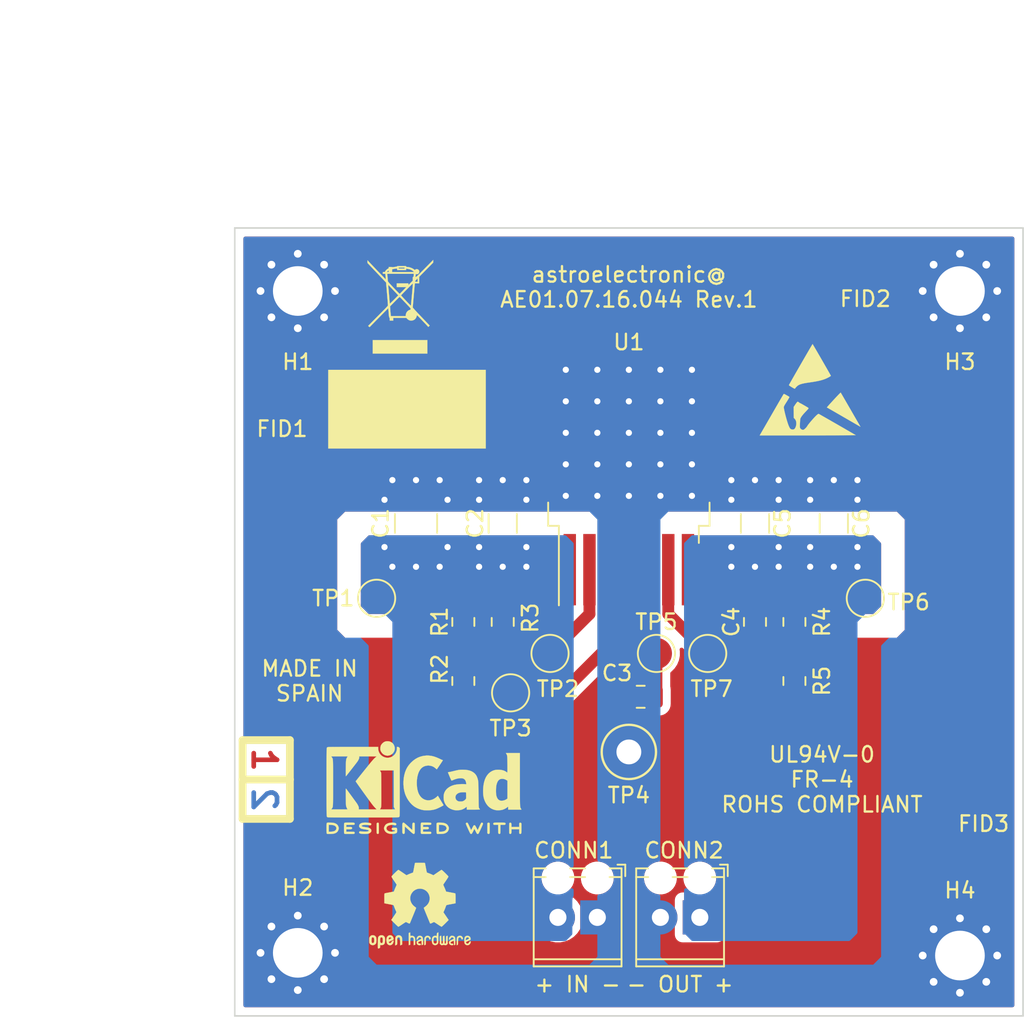
<source format=kicad_pcb>
(kicad_pcb (version 20171130) (host pcbnew 5.1.5-52549c5~86~ubuntu16.04.1)

  (general
    (thickness 1.6)
    (drawings 22)
    (tracks 88)
    (zones 0)
    (modules 32)
    (nets 8)
  )

  (page A4)
  (title_block
    (title "LMZ12003 DC/DC step-down 1.8Vdc/3A")
    (date 2020-04-21)
    (rev 1)
    (company astroelectronic@)
  )

  (layers
    (0 F.Cu signal)
    (31 B.Cu signal)
    (32 B.Adhes user)
    (33 F.Adhes user)
    (34 B.Paste user)
    (35 F.Paste user)
    (36 B.SilkS user)
    (37 F.SilkS user)
    (38 B.Mask user)
    (39 F.Mask user)
    (40 Dwgs.User user)
    (41 Cmts.User user)
    (42 Eco1.User user)
    (43 Eco2.User user)
    (44 Edge.Cuts user)
    (45 Margin user)
    (46 B.CrtYd user)
    (47 F.CrtYd user)
    (48 B.Fab user hide)
    (49 F.Fab user hide)
  )

  (setup
    (last_trace_width 0.762)
    (trace_clearance 0.2)
    (zone_clearance 0.508)
    (zone_45_only yes)
    (trace_min 0.2)
    (via_size 0.8)
    (via_drill 0.4)
    (via_min_size 0.4)
    (via_min_drill 0.3)
    (uvia_size 0.3)
    (uvia_drill 0.1)
    (uvias_allowed no)
    (uvia_min_size 0.2)
    (uvia_min_drill 0.1)
    (edge_width 0.1)
    (segment_width 0.2)
    (pcb_text_width 0.3)
    (pcb_text_size 1.5 1.5)
    (mod_edge_width 0.15)
    (mod_text_size 1 1)
    (mod_text_width 0.15)
    (pad_size 1.524 1.524)
    (pad_drill 0.762)
    (pad_to_mask_clearance 0)
    (aux_axis_origin 0 0)
    (visible_elements FFFFFF7F)
    (pcbplotparams
      (layerselection 0x001e0_ffffffff)
      (usegerberextensions false)
      (usegerberattributes false)
      (usegerberadvancedattributes false)
      (creategerberjobfile false)
      (excludeedgelayer false)
      (linewidth 0.100000)
      (plotframeref true)
      (viasonmask false)
      (mode 1)
      (useauxorigin false)
      (hpglpennumber 1)
      (hpglpenspeed 20)
      (hpglpendiameter 15.000000)
      (psnegative false)
      (psa4output false)
      (plotreference true)
      (plotvalue true)
      (plotinvisibletext false)
      (padsonsilk true)
      (subtractmaskfromsilk false)
      (outputformat 4)
      (mirror false)
      (drillshape 2)
      (scaleselection 1)
      (outputdirectory "fab/"))
  )

  (net 0 "")
  (net 1 VCC)
  (net 2 GND)
  (net 3 /SS)
  (net 4 /FB)
  (net 5 +1V8)
  (net 6 /EN)
  (net 7 /RON)

  (net_class Default "This is the default net class."
    (clearance 0.2)
    (trace_width 0.762)
    (via_dia 0.8)
    (via_drill 0.4)
    (uvia_dia 0.3)
    (uvia_drill 0.1)
    (add_net +1V8)
    (add_net /EN)
    (add_net /FB)
    (add_net /RON)
    (add_net /SS)
    (add_net GND)
    (add_net VCC)
  )

  (module TestPoint:TestPoint_Pad_D2.0mm (layer F.Cu) (tedit 5A0F774F) (tstamp 5E9E17D0)
    (at 157.48 90.932)
    (descr "SMD pad as test Point, diameter 2.0mm")
    (tags "test point SMD pad")
    (path /5EA047AC)
    (attr virtual)
    (fp_text reference TP7 (at 0.254 2.286) (layer F.SilkS)
      (effects (font (size 1 1) (thickness 0.15)))
    )
    (fp_text value FB (at 0 2.05) (layer F.Fab)
      (effects (font (size 1 1) (thickness 0.15)))
    )
    (fp_circle (center 0 0) (end 0 1.2) (layer F.SilkS) (width 0.12))
    (fp_circle (center 0 0) (end 1.5 0) (layer F.CrtYd) (width 0.05))
    (fp_text user %R (at 0 -2) (layer F.Fab)
      (effects (font (size 1 1) (thickness 0.15)))
    )
    (pad 1 smd circle (at 0 0) (size 2 2) (layers F.Cu F.Mask)
      (net 4 /FB))
  )

  (module TestPoint:TestPoint_Pad_D2.0mm (layer F.Cu) (tedit 5A0F774F) (tstamp 5E9CE6C1)
    (at 167.64 87.376 90)
    (descr "SMD pad as test Point, diameter 2.0mm")
    (tags "test point SMD pad")
    (path /5EA1AB14)
    (attr virtual)
    (fp_text reference TP6 (at -0.254 2.794 180) (layer F.SilkS)
      (effects (font (size 1 1) (thickness 0.15)))
    )
    (fp_text value OUT (at 0 2.05 90) (layer F.Fab)
      (effects (font (size 1 1) (thickness 0.15)))
    )
    (fp_circle (center 0 0) (end 0 1.2) (layer F.SilkS) (width 0.12))
    (fp_circle (center 0 0) (end 1.5 0) (layer F.CrtYd) (width 0.05))
    (fp_text user %R (at 0 -2 90) (layer F.Fab)
      (effects (font (size 1 1) (thickness 0.15)))
    )
    (pad 1 smd circle (at 0 0 90) (size 2 2) (layers F.Cu F.Mask)
      (net 5 +1V8))
  )

  (module TestPoint:TestPoint_Pad_D2.0mm (layer F.Cu) (tedit 5A0F774F) (tstamp 5E9CE6B4)
    (at 154.178 90.932)
    (descr "SMD pad as test Point, diameter 2.0mm")
    (tags "test point SMD pad")
    (path /5E9FEA7B)
    (attr virtual)
    (fp_text reference TP5 (at 0 -2.032) (layer F.SilkS)
      (effects (font (size 1 1) (thickness 0.15)))
    )
    (fp_text value SS (at 0 2.05) (layer F.Fab)
      (effects (font (size 1 1) (thickness 0.15)))
    )
    (fp_circle (center 0 0) (end 0 1.2) (layer F.SilkS) (width 0.12))
    (fp_circle (center 0 0) (end 1.5 0) (layer F.CrtYd) (width 0.05))
    (fp_text user %R (at 0 -2) (layer F.Fab)
      (effects (font (size 1 1) (thickness 0.15)))
    )
    (pad 1 smd circle (at 0 0) (size 2 2) (layers F.Cu F.Mask)
      (net 3 /SS))
  )

  (module TestPoint:TestPoint_Pad_D2.0mm (layer F.Cu) (tedit 5A0F774F) (tstamp 5E9CE69A)
    (at 144.78 93.472)
    (descr "SMD pad as test Point, diameter 2.0mm")
    (tags "test point SMD pad")
    (path /5E9FB0E5)
    (attr virtual)
    (fp_text reference TP3 (at 0 2.286) (layer F.SilkS)
      (effects (font (size 1 1) (thickness 0.15)))
    )
    (fp_text value EN (at 0 2.05) (layer F.Fab)
      (effects (font (size 1 1) (thickness 0.15)))
    )
    (fp_circle (center 0 0) (end 0 1.2) (layer F.SilkS) (width 0.12))
    (fp_circle (center 0 0) (end 1.5 0) (layer F.CrtYd) (width 0.05))
    (fp_text user %R (at 0 -2) (layer F.Fab)
      (effects (font (size 1 1) (thickness 0.15)))
    )
    (pad 1 smd circle (at 0 0) (size 2 2) (layers F.Cu F.Mask)
      (net 6 /EN))
  )

  (module TestPoint:TestPoint_Pad_D2.0mm (layer F.Cu) (tedit 5A0F774F) (tstamp 5E9CEEE2)
    (at 147.32 90.932)
    (descr "SMD pad as test Point, diameter 2.0mm")
    (tags "test point SMD pad")
    (path /5E9EF1A4)
    (attr virtual)
    (fp_text reference TP2 (at 0.508 2.286) (layer F.SilkS)
      (effects (font (size 1 1) (thickness 0.15)))
    )
    (fp_text value RON (at 0 2.05) (layer F.Fab)
      (effects (font (size 1 1) (thickness 0.15)))
    )
    (fp_circle (center 0 0) (end 0 1.2) (layer F.SilkS) (width 0.12))
    (fp_circle (center 0 0) (end 1.5 0) (layer F.CrtYd) (width 0.05))
    (fp_text user %R (at 0 -2) (layer F.Fab)
      (effects (font (size 1 1) (thickness 0.15)))
    )
    (pad 1 smd circle (at 0 0) (size 2 2) (layers F.Cu F.Mask)
      (net 7 /RON))
  )

  (module TestPoint:TestPoint_Pad_D2.0mm (layer F.Cu) (tedit 5A0F774F) (tstamp 5E9CE680)
    (at 136.144 87.376 270)
    (descr "SMD pad as test Point, diameter 2.0mm")
    (tags "test point SMD pad")
    (path /5E9E0B3B)
    (attr virtual)
    (fp_text reference TP1 (at 0 2.794 180) (layer F.SilkS)
      (effects (font (size 1 1) (thickness 0.15)))
    )
    (fp_text value VCC (at 0 2.05 90) (layer F.Fab)
      (effects (font (size 1 1) (thickness 0.15)))
    )
    (fp_circle (center 0 0) (end 0 1.2) (layer F.SilkS) (width 0.12))
    (fp_circle (center 0 0) (end 1.5 0) (layer F.CrtYd) (width 0.05))
    (fp_text user %R (at 0 -2 90) (layer F.Fab)
      (effects (font (size 1 1) (thickness 0.15)))
    )
    (pad 1 smd circle (at 0 0 270) (size 2 2) (layers F.Cu F.Mask)
      (net 1 VCC))
  )

  (module Symbol:WEEE-Logo_4.2x6mm_SilkScreen (layer F.Cu) (tedit 0) (tstamp 5E9D5511)
    (at 137.668 68.58)
    (descr "Waste Electrical and Electronic Equipment Directive")
    (tags "Logo WEEE")
    (attr virtual)
    (fp_text reference REF** (at 0 0) (layer F.SilkS) hide
      (effects (font (size 1 1) (thickness 0.15)))
    )
    (fp_text value WEEE-Logo_4.2x6mm_SilkScreen (at 0.75 0) (layer F.Fab) hide
      (effects (font (size 1 1) (thickness 0.15)))
    )
    (fp_poly (pts (xy 2.12443 -2.935152) (xy 2.123811 -2.848069) (xy 1.672086 -2.389109) (xy 1.220361 -1.930148)
      (xy 1.220032 -1.719529) (xy 1.219703 -1.508911) (xy 0.94461 -1.508911) (xy 0.937522 -1.45547)
      (xy 0.934838 -1.431112) (xy 0.930313 -1.385241) (xy 0.924191 -1.320595) (xy 0.916712 -1.239909)
      (xy 0.908119 -1.145919) (xy 0.898654 -1.041363) (xy 0.888558 -0.928975) (xy 0.878074 -0.811493)
      (xy 0.867444 -0.691652) (xy 0.856909 -0.572189) (xy 0.846713 -0.455841) (xy 0.837095 -0.345343)
      (xy 0.8283 -0.243431) (xy 0.820568 -0.152842) (xy 0.814142 -0.076313) (xy 0.809263 -0.016579)
      (xy 0.806175 0.023624) (xy 0.805117 0.041559) (xy 0.805118 0.041644) (xy 0.812827 0.056035)
      (xy 0.835981 0.085748) (xy 0.874895 0.131131) (xy 0.929884 0.192529) (xy 1.001264 0.270288)
      (xy 1.089349 0.364754) (xy 1.194454 0.476272) (xy 1.316895 0.605188) (xy 1.35131 0.641287)
      (xy 1.897137 1.213416) (xy 1.808881 1.301436) (xy 1.737485 1.223758) (xy 1.711366 1.195686)
      (xy 1.670566 1.152274) (xy 1.617777 1.096366) (xy 1.555691 1.030808) (xy 1.487 0.958441)
      (xy 1.414396 0.882112) (xy 1.37096 0.836524) (xy 1.289416 0.751119) (xy 1.223504 0.68271)
      (xy 1.171544 0.630053) (xy 1.131855 0.591905) (xy 1.102757 0.56702) (xy 1.082569 0.554156)
      (xy 1.06961 0.552068) (xy 1.0622 0.559513) (xy 1.058658 0.575246) (xy 1.057303 0.598023)
      (xy 1.057121 0.604239) (xy 1.047703 0.647061) (xy 1.024497 0.698819) (xy 0.992136 0.751328)
      (xy 0.955252 0.796403) (xy 0.940493 0.810328) (xy 0.864767 0.859047) (xy 0.776308 0.886306)
      (xy 0.6981 0.892773) (xy 0.609468 0.880576) (xy 0.527612 0.844813) (xy 0.455164 0.786722)
      (xy 0.441797 0.772262) (xy 0.392918 0.716733) (xy -0.452674 0.716733) (xy -0.452674 0.892773)
      (xy -0.67901 0.892773) (xy -0.67901 0.810531) (xy -0.68185 0.754386) (xy -0.691393 0.715416)
      (xy -0.702991 0.694219) (xy -0.711277 0.679052) (xy -0.718373 0.657062) (xy -0.724748 0.624987)
      (xy -0.730872 0.579569) (xy -0.737216 0.517548) (xy -0.74425 0.435662) (xy -0.749066 0.374746)
      (xy -0.771161 0.089343) (xy -1.313565 0.638805) (xy -1.411637 0.738228) (xy -1.505784 0.833815)
      (xy -1.594285 0.92381) (xy -1.67542 1.006457) (xy -1.747469 1.080001) (xy -1.808712 1.142684)
      (xy -1.857427 1.192752) (xy -1.891896 1.228448) (xy -1.910379 1.247995) (xy -1.940743 1.278944)
      (xy -1.966071 1.30053) (xy -1.979695 1.307723) (xy -1.997095 1.299297) (xy -2.02246 1.278245)
      (xy -2.031058 1.269671) (xy -2.067514 1.23162) (xy -1.866802 1.027658) (xy -1.815596 0.975699)
      (xy -1.749569 0.90882) (xy -1.671618 0.82995) (xy -1.584638 0.742014) (xy -1.491526 0.647941)
      (xy -1.395179 0.550658) (xy -1.298492 0.453093) (xy -1.229134 0.383145) (xy -1.123703 0.27655)
      (xy -1.035129 0.186307) (xy -0.962281 0.111192) (xy -0.904023 0.049986) (xy -0.859225 0.001466)
      (xy -0.837021 -0.023871) (xy -0.658724 -0.023871) (xy -0.636401 0.261555) (xy -0.629669 0.345219)
      (xy -0.623157 0.421727) (xy -0.617234 0.487081) (xy -0.612268 0.537281) (xy -0.608629 0.568329)
      (xy -0.607458 0.575273) (xy -0.600838 0.603565) (xy 0.348636 0.603565) (xy 0.354974 0.524606)
      (xy 0.37411 0.431315) (xy 0.414154 0.348791) (xy 0.472582 0.280038) (xy 0.546871 0.228063)
      (xy 0.630252 0.196863) (xy 0.657302 0.182228) (xy 0.670844 0.150819) (xy 0.671128 0.149434)
      (xy 0.672753 0.136174) (xy 0.670744 0.122595) (xy 0.663142 0.106181) (xy 0.647984 0.084411)
      (xy 0.623312 0.054767) (xy 0.587164 0.014732) (xy 0.53758 -0.038215) (xy 0.472599 -0.106591)
      (xy 0.468401 -0.110995) (xy 0.398507 -0.184389) (xy 0.3242 -0.262563) (xy 0.250586 -0.340136)
      (xy 0.182771 -0.411725) (xy 0.12586 -0.471949) (xy 0.113168 -0.485413) (xy 0.064513 -0.53618)
      (xy 0.021291 -0.579625) (xy -0.013395 -0.612759) (xy -0.036444 -0.632595) (xy -0.044182 -0.636954)
      (xy -0.055722 -0.62783) (xy -0.08271 -0.6028) (xy -0.123021 -0.563948) (xy -0.174529 -0.513357)
      (xy -0.235109 -0.453112) (xy -0.302636 -0.385296) (xy -0.357826 -0.329435) (xy -0.658724 -0.023871)
      (xy -0.837021 -0.023871) (xy -0.826751 -0.035589) (xy -0.805471 -0.062401) (xy -0.794251 -0.080192)
      (xy -0.791754 -0.08843) (xy -0.7927 -0.10641) (xy -0.795573 -0.147108) (xy -0.800187 -0.208181)
      (xy -0.806358 -0.287287) (xy -0.813898 -0.382086) (xy -0.822621 -0.490233) (xy -0.832343 -0.609388)
      (xy -0.842876 -0.737209) (xy -0.851365 -0.839365) (xy -0.899396 -1.415326) (xy -0.775805 -1.415326)
      (xy -0.775273 -1.402896) (xy -0.772769 -1.36789) (xy -0.768496 -1.312785) (xy -0.762653 -1.240057)
      (xy -0.755443 -1.152186) (xy -0.747066 -1.051649) (xy -0.737723 -0.940923) (xy -0.728758 -0.835795)
      (xy -0.718602 -0.716517) (xy -0.709142 -0.60392) (xy -0.700596 -0.500695) (xy -0.693179 -0.409527)
      (xy -0.687108 -0.333105) (xy -0.682601 -0.274117) (xy -0.679873 -0.235251) (xy -0.679116 -0.220156)
      (xy -0.677935 -0.210762) (xy -0.673256 -0.207034) (xy -0.663276 -0.210529) (xy -0.64619 -0.222801)
      (xy -0.620196 -0.245406) (xy -0.58349 -0.2799) (xy -0.534267 -0.327838) (xy -0.470726 -0.390776)
      (xy -0.403305 -0.458032) (xy -0.127601 -0.733523) (xy -0.129533 -0.735594) (xy 0.05271 -0.735594)
      (xy 0.061016 -0.72422) (xy 0.084267 -0.697437) (xy 0.120135 -0.657708) (xy 0.166287 -0.607493)
      (xy 0.220394 -0.549254) (xy 0.280126 -0.485453) (xy 0.343152 -0.418551) (xy 0.407142 -0.35101)
      (xy 0.469764 -0.28529) (xy 0.52869 -0.223854) (xy 0.581588 -0.169163) (xy 0.626128 -0.123678)
      (xy 0.65998 -0.089862) (xy 0.680812 -0.070174) (xy 0.686494 -0.066163) (xy 0.688366 -0.079109)
      (xy 0.692254 -0.114866) (xy 0.697943 -0.171196) (xy 0.705219 -0.24586) (xy 0.713869 -0.33662)
      (xy 0.723678 -0.441238) (xy 0.734434 -0.557474) (xy 0.745921 -0.683092) (xy 0.755093 -0.784382)
      (xy 0.766826 -0.915721) (xy 0.777665 -1.039448) (xy 0.78743 -1.153319) (xy 0.795937 -1.255089)
      (xy 0.803005 -1.342513) (xy 0.808451 -1.413347) (xy 0.812092 -1.465347) (xy 0.813747 -1.496268)
      (xy 0.813558 -1.504297) (xy 0.803666 -1.497146) (xy 0.778476 -1.474159) (xy 0.74019 -1.437561)
      (xy 0.691011 -1.389578) (xy 0.633139 -1.332434) (xy 0.568778 -1.268353) (xy 0.500129 -1.199562)
      (xy 0.429395 -1.128284) (xy 0.358778 -1.056745) (xy 0.29048 -0.98717) (xy 0.226704 -0.921783)
      (xy 0.16965 -0.862809) (xy 0.121522 -0.812473) (xy 0.084522 -0.773001) (xy 0.060852 -0.746617)
      (xy 0.05271 -0.735594) (xy -0.129533 -0.735594) (xy -0.230409 -0.843705) (xy -0.282768 -0.899623)
      (xy -0.341535 -0.962052) (xy -0.404385 -1.028557) (xy -0.468995 -1.096702) (xy -0.533042 -1.164052)
      (xy -0.594203 -1.228172) (xy -0.650153 -1.286628) (xy -0.69857 -1.336982) (xy -0.73713 -1.376802)
      (xy -0.763509 -1.40365) (xy -0.775384 -1.415092) (xy -0.775805 -1.415326) (xy -0.899396 -1.415326)
      (xy -0.911401 -1.559274) (xy -1.511938 -2.190842) (xy -2.112475 -2.822411) (xy -2.112034 -2.910685)
      (xy -2.111592 -2.99896) (xy -2.014583 -2.895334) (xy -1.960291 -2.837537) (xy -1.896192 -2.769632)
      (xy -1.824016 -2.693428) (xy -1.745492 -2.610731) (xy -1.662349 -2.523347) (xy -1.576319 -2.433085)
      (xy -1.48913 -2.34175) (xy -1.402513 -2.251151) (xy -1.318197 -2.163093) (xy -1.237912 -2.079385)
      (xy -1.163387 -2.001833) (xy -1.096354 -1.932243) (xy -1.038541 -1.872424) (xy -0.991679 -1.824182)
      (xy -0.957496 -1.789324) (xy -0.937724 -1.769657) (xy -0.93339 -1.765884) (xy -0.933092 -1.779008)
      (xy -0.934731 -1.812611) (xy -0.938023 -1.86212) (xy -0.942682 -1.922963) (xy -0.944682 -1.947268)
      (xy -0.959577 -2.125049) (xy -0.842955 -2.125049) (xy -0.836934 -2.096757) (xy -0.833863 -2.074382)
      (xy -0.829548 -2.032283) (xy -0.824488 -1.975822) (xy -0.819181 -1.910365) (xy -0.817344 -1.886138)
      (xy -0.811927 -1.816579) (xy -0.806459 -1.751982) (xy -0.801488 -1.698452) (xy -0.797561 -1.66209)
      (xy -0.796675 -1.655491) (xy -0.793334 -1.641944) (xy -0.786101 -1.626086) (xy -0.77344 -1.606139)
      (xy -0.753811 -1.580327) (xy -0.725678 -1.546871) (xy -0.687502 -1.503993) (xy -0.637746 -1.449917)
      (xy -0.574871 -1.382864) (xy -0.497341 -1.301057) (xy -0.418251 -1.21805) (xy -0.339564 -1.135906)
      (xy -0.266112 -1.059831) (xy -0.199724 -0.991675) (xy -0.142227 -0.933288) (xy -0.095451 -0.886519)
      (xy -0.061224 -0.853218) (xy -0.041373 -0.835233) (xy -0.03714 -0.832558) (xy -0.026003 -0.842259)
      (xy 0.000029 -0.867559) (xy 0.03843 -0.905918) (xy 0.086672 -0.9548) (xy 0.14223 -1.011666)
      (xy 0.182408 -1.053094) (xy 0.392169 -1.27) (xy -0.226337 -1.27) (xy -0.226337 -1.508911)
      (xy 0.528119 -1.508911) (xy 0.528119 -1.402458) (xy 0.666435 -1.540346) (xy 0.764553 -1.63816)
      (xy 0.955643 -1.63816) (xy 0.957471 -1.62273) (xy 0.966723 -1.614133) (xy 0.98905 -1.610387)
      (xy 1.030105 -1.609511) (xy 1.037376 -1.609505) (xy 1.119109 -1.609505) (xy 1.119109 -1.828828)
      (xy 1.037376 -1.747821) (xy 0.99127 -1.698572) (xy 0.963694 -1.660841) (xy 0.955643 -1.63816)
      (xy 0.764553 -1.63816) (xy 0.804752 -1.678234) (xy 0.804752 -1.801048) (xy 0.805137 -1.85755)
      (xy 0.8069 -1.893495) (xy 0.81095 -1.91347) (xy 0.818199 -1.922063) (xy 0.82913 -1.923861)
      (xy 0.841288 -1.926502) (xy 0.850273 -1.937088) (xy 0.857174 -1.959619) (xy 0.863076 -1.998091)
      (xy 0.869065 -2.056502) (xy 0.870987 -2.077896) (xy 0.875148 -2.125049) (xy -0.842955 -2.125049)
      (xy -0.959577 -2.125049) (xy -1.119109 -2.125049) (xy -1.119109 -2.238218) (xy -1.051314 -2.238218)
      (xy -1.011662 -2.239304) (xy -0.990116 -2.244546) (xy -0.98748 -2.247666) (xy -0.848616 -2.247666)
      (xy -0.841308 -2.240538) (xy -0.815993 -2.238338) (xy -0.798908 -2.238218) (xy -0.741881 -2.238218)
      (xy -0.529221 -2.238218) (xy 0.885302 -2.238218) (xy 0.837458 -2.287214) (xy 0.76315 -2.347676)
      (xy 0.671184 -2.394309) (xy 0.560002 -2.427751) (xy 0.449529 -2.446247) (xy 0.377227 -2.454878)
      (xy 0.377227 -2.36396) (xy -0.201188 -2.36396) (xy -0.201188 -2.467107) (xy -0.286065 -2.458504)
      (xy -0.345368 -2.451244) (xy -0.408551 -2.441621) (xy -0.446386 -2.434748) (xy -0.521832 -2.419593)
      (xy -0.525526 -2.328905) (xy -0.529221 -2.238218) (xy -0.741881 -2.238218) (xy -0.741881 -2.288515)
      (xy -0.743544 -2.320024) (xy -0.747697 -2.337537) (xy -0.749371 -2.338812) (xy -0.767987 -2.330746)
      (xy -0.795183 -2.31118) (xy -0.822448 -2.287056) (xy -0.841267 -2.265318) (xy -0.842943 -2.262492)
      (xy -0.848616 -2.247666) (xy -0.98748 -2.247666) (xy -0.979662 -2.256919) (xy -0.975442 -2.270396)
      (xy -0.958219 -2.305373) (xy -0.925138 -2.347421) (xy -0.881893 -2.390644) (xy -0.834174 -2.429146)
      (xy -0.80283 -2.449199) (xy -0.767123 -2.471149) (xy -0.748819 -2.489589) (xy -0.742388 -2.511332)
      (xy -0.741894 -2.524282) (xy -0.741894 -2.527425) (xy -0.100594 -2.527425) (xy -0.100594 -2.464554)
      (xy 0.276633 -2.464554) (xy 0.276633 -2.527425) (xy -0.100594 -2.527425) (xy -0.741894 -2.527425)
      (xy -0.741881 -2.565148) (xy -0.636048 -2.565148) (xy -0.587355 -2.563971) (xy -0.549405 -2.560835)
      (xy -0.528308 -2.556329) (xy -0.526023 -2.554505) (xy -0.512641 -2.551705) (xy -0.480074 -2.552852)
      (xy -0.433916 -2.557607) (xy -0.402376 -2.561997) (xy -0.345188 -2.570622) (xy -0.292886 -2.578409)
      (xy -0.253582 -2.584153) (xy -0.242055 -2.585785) (xy -0.211937 -2.595112) (xy -0.201188 -2.609728)
      (xy -0.19792 -2.61568) (xy -0.18623 -2.620222) (xy -0.163288 -2.62353) (xy -0.126265 -2.625785)
      (xy -0.072332 -2.627166) (xy 0.00134 -2.62785) (xy 0.08802 -2.62802) (xy 0.180529 -2.627923)
      (xy 0.250906 -2.62747) (xy 0.302164 -2.62641) (xy 0.33732 -2.624497) (xy 0.359389 -2.621481)
      (xy 0.371385 -2.617115) (xy 0.376324 -2.611151) (xy 0.377227 -2.604216) (xy 0.384921 -2.582205)
      (xy 0.410121 -2.569679) (xy 0.456009 -2.565212) (xy 0.464264 -2.565148) (xy 0.541973 -2.557132)
      (xy 0.630233 -2.535064) (xy 0.721085 -2.501916) (xy 0.80657 -2.460661) (xy 0.878726 -2.414269)
      (xy 0.888072 -2.406918) (xy 0.918533 -2.383002) (xy 0.936572 -2.373424) (xy 0.949169 -2.37652)
      (xy 0.9621 -2.389296) (xy 1.000293 -2.414322) (xy 1.049998 -2.423929) (xy 1.103524 -2.418933)
      (xy 1.153178 -2.400149) (xy 1.191267 -2.368394) (xy 1.194025 -2.364703) (xy 1.222526 -2.305425)
      (xy 1.227828 -2.244066) (xy 1.210518 -2.185573) (xy 1.17118 -2.134896) (xy 1.16637 -2.130711)
      (xy 1.13844 -2.110833) (xy 1.110102 -2.102079) (xy 1.070263 -2.101447) (xy 1.060311 -2.102008)
      (xy 1.021332 -2.103438) (xy 1.001254 -2.100161) (xy 0.993985 -2.090272) (xy 0.99324 -2.081039)
      (xy 0.991716 -2.054256) (xy 0.987935 -2.013975) (xy 0.985218 -1.989876) (xy 0.981277 -1.951599)
      (xy 0.982916 -1.932004) (xy 0.992421 -1.924842) (xy 1.009351 -1.923861) (xy 1.019392 -1.927099)
      (xy 1.03559 -1.93758) (xy 1.059145 -1.956452) (xy 1.091257 -1.984865) (xy 1.133128 -2.023965)
      (xy 1.185957 -2.074903) (xy 1.250945 -2.138827) (xy 1.329291 -2.216886) (xy 1.422197 -2.310228)
      (xy 1.530863 -2.420002) (xy 1.583231 -2.473048) (xy 2.125049 -3.022233) (xy 2.12443 -2.935152)) (layer F.SilkS) (width 0.01))
    (fp_poly (pts (xy 1.747822 3.017822) (xy -1.772971 3.017822) (xy -1.772971 2.150198) (xy 1.747822 2.150198)
      (xy 1.747822 3.017822)) (layer F.SilkS) (width 0.01))
  )

  (module Symbol:OSHW-Logo2_7.3x6mm_SilkScreen (layer F.Cu) (tedit 0) (tstamp 5E9D4EBF)
    (at 138.938 107.188)
    (descr "Open Source Hardware Symbol")
    (tags "Logo Symbol OSHW")
    (attr virtual)
    (fp_text reference REF** (at 0 0) (layer F.SilkS) hide
      (effects (font (size 1 1) (thickness 0.15)))
    )
    (fp_text value OSHW-Logo2_7.3x6mm_SilkScreen (at 0.75 0) (layer F.Fab) hide
      (effects (font (size 1 1) (thickness 0.15)))
    )
    (fp_poly (pts (xy 0.10391 -2.757652) (xy 0.182454 -2.757222) (xy 0.239298 -2.756058) (xy 0.278105 -2.753793)
      (xy 0.302538 -2.75006) (xy 0.316262 -2.744494) (xy 0.32294 -2.736727) (xy 0.326236 -2.726395)
      (xy 0.326556 -2.725057) (xy 0.331562 -2.700921) (xy 0.340829 -2.653299) (xy 0.353392 -2.587259)
      (xy 0.368287 -2.507872) (xy 0.384551 -2.420204) (xy 0.385119 -2.417125) (xy 0.40141 -2.331211)
      (xy 0.416652 -2.255304) (xy 0.429861 -2.193955) (xy 0.440054 -2.151718) (xy 0.446248 -2.133145)
      (xy 0.446543 -2.132816) (xy 0.464788 -2.123747) (xy 0.502405 -2.108633) (xy 0.551271 -2.090738)
      (xy 0.551543 -2.090642) (xy 0.613093 -2.067507) (xy 0.685657 -2.038035) (xy 0.754057 -2.008403)
      (xy 0.757294 -2.006938) (xy 0.868702 -1.956374) (xy 1.115399 -2.12484) (xy 1.191077 -2.176197)
      (xy 1.259631 -2.222111) (xy 1.317088 -2.25997) (xy 1.359476 -2.287163) (xy 1.382825 -2.301079)
      (xy 1.385042 -2.302111) (xy 1.40201 -2.297516) (xy 1.433701 -2.275345) (xy 1.481352 -2.234553)
      (xy 1.546198 -2.174095) (xy 1.612397 -2.109773) (xy 1.676214 -2.046388) (xy 1.733329 -1.988549)
      (xy 1.780305 -1.939825) (xy 1.813703 -1.90379) (xy 1.830085 -1.884016) (xy 1.830694 -1.882998)
      (xy 1.832505 -1.869428) (xy 1.825683 -1.847267) (xy 1.80854 -1.813522) (xy 1.779393 -1.7652)
      (xy 1.736555 -1.699308) (xy 1.679448 -1.614483) (xy 1.628766 -1.539823) (xy 1.583461 -1.47286)
      (xy 1.54615 -1.417484) (xy 1.519452 -1.37758) (xy 1.505985 -1.357038) (xy 1.505137 -1.355644)
      (xy 1.506781 -1.335962) (xy 1.519245 -1.297707) (xy 1.540048 -1.248111) (xy 1.547462 -1.232272)
      (xy 1.579814 -1.16171) (xy 1.614328 -1.081647) (xy 1.642365 -1.012371) (xy 1.662568 -0.960955)
      (xy 1.678615 -0.921881) (xy 1.687888 -0.901459) (xy 1.689041 -0.899886) (xy 1.706096 -0.897279)
      (xy 1.746298 -0.890137) (xy 1.804302 -0.879477) (xy 1.874763 -0.866315) (xy 1.952335 -0.851667)
      (xy 2.031672 -0.836551) (xy 2.107431 -0.821982) (xy 2.174264 -0.808978) (xy 2.226828 -0.798555)
      (xy 2.259776 -0.79173) (xy 2.267857 -0.789801) (xy 2.276205 -0.785038) (xy 2.282506 -0.774282)
      (xy 2.287045 -0.753902) (xy 2.290104 -0.720266) (xy 2.291967 -0.669745) (xy 2.292918 -0.598708)
      (xy 2.29324 -0.503524) (xy 2.293257 -0.464508) (xy 2.293257 -0.147201) (xy 2.217057 -0.132161)
      (xy 2.174663 -0.124005) (xy 2.1114 -0.112101) (xy 2.034962 -0.097884) (xy 1.953043 -0.08279)
      (xy 1.9304 -0.078645) (xy 1.854806 -0.063947) (xy 1.788953 -0.049495) (xy 1.738366 -0.036625)
      (xy 1.708574 -0.026678) (xy 1.703612 -0.023713) (xy 1.691426 -0.002717) (xy 1.673953 0.037967)
      (xy 1.654577 0.090322) (xy 1.650734 0.1016) (xy 1.625339 0.171523) (xy 1.593817 0.250418)
      (xy 1.562969 0.321266) (xy 1.562817 0.321595) (xy 1.511447 0.432733) (xy 1.680399 0.681253)
      (xy 1.849352 0.929772) (xy 1.632429 1.147058) (xy 1.566819 1.211726) (xy 1.506979 1.268733)
      (xy 1.456267 1.315033) (xy 1.418046 1.347584) (xy 1.395675 1.363343) (xy 1.392466 1.364343)
      (xy 1.373626 1.356469) (xy 1.33518 1.334578) (xy 1.28133 1.301267) (xy 1.216276 1.259131)
      (xy 1.14594 1.211943) (xy 1.074555 1.16381) (xy 1.010908 1.121928) (xy 0.959041 1.088871)
      (xy 0.922995 1.067218) (xy 0.906867 1.059543) (xy 0.887189 1.066037) (xy 0.849875 1.08315)
      (xy 0.802621 1.107326) (xy 0.797612 1.110013) (xy 0.733977 1.141927) (xy 0.690341 1.157579)
      (xy 0.663202 1.157745) (xy 0.649057 1.143204) (xy 0.648975 1.143) (xy 0.641905 1.125779)
      (xy 0.625042 1.084899) (xy 0.599695 1.023525) (xy 0.567171 0.944819) (xy 0.528778 0.851947)
      (xy 0.485822 0.748072) (xy 0.444222 0.647502) (xy 0.398504 0.536516) (xy 0.356526 0.433703)
      (xy 0.319548 0.342215) (xy 0.288827 0.265201) (xy 0.265622 0.205815) (xy 0.25119 0.167209)
      (xy 0.246743 0.1528) (xy 0.257896 0.136272) (xy 0.287069 0.10993) (xy 0.325971 0.080887)
      (xy 0.436757 -0.010961) (xy 0.523351 -0.116241) (xy 0.584716 -0.232734) (xy 0.619815 -0.358224)
      (xy 0.627608 -0.490493) (xy 0.621943 -0.551543) (xy 0.591078 -0.678205) (xy 0.53792 -0.790059)
      (xy 0.465767 -0.885999) (xy 0.377917 -0.964924) (xy 0.277665 -1.02573) (xy 0.16831 -1.067313)
      (xy 0.053147 -1.088572) (xy -0.064525 -1.088401) (xy -0.18141 -1.065699) (xy -0.294211 -1.019362)
      (xy -0.399631 -0.948287) (xy -0.443632 -0.908089) (xy -0.528021 -0.804871) (xy -0.586778 -0.692075)
      (xy -0.620296 -0.57299) (xy -0.628965 -0.450905) (xy -0.613177 -0.329107) (xy -0.573322 -0.210884)
      (xy -0.509793 -0.099525) (xy -0.422979 0.001684) (xy -0.325971 0.080887) (xy -0.285563 0.111162)
      (xy -0.257018 0.137219) (xy -0.246743 0.152825) (xy -0.252123 0.169843) (xy -0.267425 0.2105)
      (xy -0.291388 0.271642) (xy -0.322756 0.350119) (xy -0.360268 0.44278) (xy -0.402667 0.546472)
      (xy -0.444337 0.647526) (xy -0.49031 0.758607) (xy -0.532893 0.861541) (xy -0.570779 0.953165)
      (xy -0.60266 1.030316) (xy -0.627229 1.089831) (xy -0.64318 1.128544) (xy -0.64909 1.143)
      (xy -0.663052 1.157685) (xy -0.69006 1.157642) (xy -0.733587 1.142099) (xy -0.79711 1.110284)
      (xy -0.797612 1.110013) (xy -0.84544 1.085323) (xy -0.884103 1.067338) (xy -0.905905 1.059614)
      (xy -0.906867 1.059543) (xy -0.923279 1.067378) (xy -0.959513 1.089165) (xy -1.011526 1.122328)
      (xy -1.075275 1.164291) (xy -1.14594 1.211943) (xy -1.217884 1.260191) (xy -1.282726 1.302151)
      (xy -1.336265 1.335227) (xy -1.374303 1.356821) (xy -1.392467 1.364343) (xy -1.409192 1.354457)
      (xy -1.44282 1.326826) (xy -1.48999 1.284495) (xy -1.547342 1.230505) (xy -1.611516 1.167899)
      (xy -1.632503 1.146983) (xy -1.849501 0.929623) (xy -1.684332 0.68722) (xy -1.634136 0.612781)
      (xy -1.590081 0.545972) (xy -1.554638 0.490665) (xy -1.530281 0.450729) (xy -1.519478 0.430036)
      (xy -1.519162 0.428563) (xy -1.524857 0.409058) (xy -1.540174 0.369822) (xy -1.562463 0.31743)
      (xy -1.578107 0.282355) (xy -1.607359 0.215201) (xy -1.634906 0.147358) (xy -1.656263 0.090034)
      (xy -1.662065 0.072572) (xy -1.678548 0.025938) (xy -1.69466 -0.010095) (xy -1.70351 -0.023713)
      (xy -1.72304 -0.032048) (xy -1.765666 -0.043863) (xy -1.825855 -0.057819) (xy -1.898078 -0.072578)
      (xy -1.9304 -0.078645) (xy -2.012478 -0.093727) (xy -2.091205 -0.108331) (xy -2.158891 -0.12102)
      (xy -2.20784 -0.130358) (xy -2.217057 -0.132161) (xy -2.293257 -0.147201) (xy -2.293257 -0.464508)
      (xy -2.293086 -0.568846) (xy -2.292384 -0.647787) (xy -2.290866 -0.704962) (xy -2.288251 -0.744001)
      (xy -2.284254 -0.768535) (xy -2.278591 -0.782195) (xy -2.27098 -0.788611) (xy -2.267857 -0.789801)
      (xy -2.249022 -0.79402) (xy -2.207412 -0.802438) (xy -2.14837 -0.814039) (xy -2.077243 -0.827805)
      (xy -1.999375 -0.84272) (xy -1.920113 -0.857768) (xy -1.844802 -0.871931) (xy -1.778787 -0.884194)
      (xy -1.727413 -0.893539) (xy -1.696025 -0.89895) (xy -1.689041 -0.899886) (xy -1.682715 -0.912404)
      (xy -1.66871 -0.945754) (xy -1.649645 -0.993623) (xy -1.642366 -1.012371) (xy -1.613004 -1.084805)
      (xy -1.578429 -1.16483) (xy -1.547463 -1.232272) (xy -1.524677 -1.283841) (xy -1.509518 -1.326215)
      (xy -1.504458 -1.352166) (xy -1.505264 -1.355644) (xy -1.515959 -1.372064) (xy -1.54038 -1.408583)
      (xy -1.575905 -1.461313) (xy -1.619913 -1.526365) (xy -1.669783 -1.599849) (xy -1.679644 -1.614355)
      (xy -1.737508 -1.700296) (xy -1.780044 -1.765739) (xy -1.808946 -1.813696) (xy -1.82591 -1.84718)
      (xy -1.832633 -1.869205) (xy -1.83081 -1.882783) (xy -1.830764 -1.882869) (xy -1.816414 -1.900703)
      (xy -1.784677 -1.935183) (xy -1.73899 -1.982732) (xy -1.682796 -2.039778) (xy -1.619532 -2.102745)
      (xy -1.612398 -2.109773) (xy -1.53267 -2.18698) (xy -1.471143 -2.24367) (xy -1.426579 -2.28089)
      (xy -1.397743 -2.299685) (xy -1.385042 -2.302111) (xy -1.366506 -2.291529) (xy -1.328039 -2.267084)
      (xy -1.273614 -2.231388) (xy -1.207202 -2.187053) (xy -1.132775 -2.136689) (xy -1.115399 -2.12484)
      (xy -0.868703 -1.956374) (xy -0.757294 -2.006938) (xy -0.689543 -2.036405) (xy -0.616817 -2.066041)
      (xy -0.554297 -2.08967) (xy -0.551543 -2.090642) (xy -0.50264 -2.108543) (xy -0.464943 -2.12368)
      (xy -0.446575 -2.13279) (xy -0.446544 -2.132816) (xy -0.440715 -2.149283) (xy -0.430808 -2.189781)
      (xy -0.417805 -2.249758) (xy -0.402691 -2.32466) (xy -0.386448 -2.409936) (xy -0.385119 -2.417125)
      (xy -0.368825 -2.504986) (xy -0.353867 -2.58474) (xy -0.341209 -2.651319) (xy -0.331814 -2.699653)
      (xy -0.326646 -2.724675) (xy -0.326556 -2.725057) (xy -0.323411 -2.735701) (xy -0.317296 -2.743738)
      (xy -0.304547 -2.749533) (xy -0.2815 -2.753453) (xy -0.244491 -2.755865) (xy -0.189856 -2.757135)
      (xy -0.113933 -2.757629) (xy -0.013056 -2.757714) (xy 0 -2.757714) (xy 0.10391 -2.757652)) (layer F.SilkS) (width 0.01))
    (fp_poly (pts (xy 3.153595 1.966966) (xy 3.211021 2.004497) (xy 3.238719 2.038096) (xy 3.260662 2.099064)
      (xy 3.262405 2.147308) (xy 3.258457 2.211816) (xy 3.109686 2.276934) (xy 3.037349 2.310202)
      (xy 2.990084 2.336964) (xy 2.965507 2.360144) (xy 2.961237 2.382667) (xy 2.974889 2.407455)
      (xy 2.989943 2.423886) (xy 3.033746 2.450235) (xy 3.081389 2.452081) (xy 3.125145 2.431546)
      (xy 3.157289 2.390752) (xy 3.163038 2.376347) (xy 3.190576 2.331356) (xy 3.222258 2.312182)
      (xy 3.265714 2.295779) (xy 3.265714 2.357966) (xy 3.261872 2.400283) (xy 3.246823 2.435969)
      (xy 3.21528 2.476943) (xy 3.210592 2.482267) (xy 3.175506 2.51872) (xy 3.145347 2.538283)
      (xy 3.107615 2.547283) (xy 3.076335 2.55023) (xy 3.020385 2.550965) (xy 2.980555 2.54166)
      (xy 2.955708 2.527846) (xy 2.916656 2.497467) (xy 2.889625 2.464613) (xy 2.872517 2.423294)
      (xy 2.863238 2.367521) (xy 2.859693 2.291305) (xy 2.85941 2.252622) (xy 2.860372 2.206247)
      (xy 2.948007 2.206247) (xy 2.949023 2.231126) (xy 2.951556 2.2352) (xy 2.968274 2.229665)
      (xy 3.004249 2.215017) (xy 3.052331 2.19419) (xy 3.062386 2.189714) (xy 3.123152 2.158814)
      (xy 3.156632 2.131657) (xy 3.16399 2.10622) (xy 3.146391 2.080481) (xy 3.131856 2.069109)
      (xy 3.07941 2.046364) (xy 3.030322 2.050122) (xy 2.989227 2.077884) (xy 2.960758 2.127152)
      (xy 2.951631 2.166257) (xy 2.948007 2.206247) (xy 2.860372 2.206247) (xy 2.861285 2.162249)
      (xy 2.868196 2.095384) (xy 2.881884 2.046695) (xy 2.904096 2.010849) (xy 2.936574 1.982513)
      (xy 2.950733 1.973355) (xy 3.015053 1.949507) (xy 3.085473 1.948006) (xy 3.153595 1.966966)) (layer F.SilkS) (width 0.01))
    (fp_poly (pts (xy 2.6526 1.958752) (xy 2.669948 1.966334) (xy 2.711356 1.999128) (xy 2.746765 2.046547)
      (xy 2.768664 2.097151) (xy 2.772229 2.122098) (xy 2.760279 2.156927) (xy 2.734067 2.175357)
      (xy 2.705964 2.186516) (xy 2.693095 2.188572) (xy 2.686829 2.173649) (xy 2.674456 2.141175)
      (xy 2.669028 2.126502) (xy 2.63859 2.075744) (xy 2.59452 2.050427) (xy 2.53801 2.051206)
      (xy 2.533825 2.052203) (xy 2.503655 2.066507) (xy 2.481476 2.094393) (xy 2.466327 2.139287)
      (xy 2.45725 2.204615) (xy 2.453286 2.293804) (xy 2.452914 2.341261) (xy 2.45273 2.416071)
      (xy 2.451522 2.467069) (xy 2.448309 2.499471) (xy 2.442109 2.518495) (xy 2.43194 2.529356)
      (xy 2.416819 2.537272) (xy 2.415946 2.53767) (xy 2.386828 2.549981) (xy 2.372403 2.554514)
      (xy 2.370186 2.540809) (xy 2.368289 2.502925) (xy 2.366847 2.445715) (xy 2.365998 2.374027)
      (xy 2.365829 2.321565) (xy 2.366692 2.220047) (xy 2.37007 2.143032) (xy 2.377142 2.086023)
      (xy 2.389088 2.044526) (xy 2.40709 2.014043) (xy 2.432327 1.99008) (xy 2.457247 1.973355)
      (xy 2.517171 1.951097) (xy 2.586911 1.946076) (xy 2.6526 1.958752)) (layer F.SilkS) (width 0.01))
    (fp_poly (pts (xy 2.144876 1.956335) (xy 2.186667 1.975344) (xy 2.219469 1.998378) (xy 2.243503 2.024133)
      (xy 2.260097 2.057358) (xy 2.270577 2.1028) (xy 2.276271 2.165207) (xy 2.278507 2.249327)
      (xy 2.278743 2.304721) (xy 2.278743 2.520826) (xy 2.241774 2.53767) (xy 2.212656 2.549981)
      (xy 2.198231 2.554514) (xy 2.195472 2.541025) (xy 2.193282 2.504653) (xy 2.191942 2.451542)
      (xy 2.191657 2.409372) (xy 2.190434 2.348447) (xy 2.187136 2.300115) (xy 2.182321 2.270518)
      (xy 2.178496 2.264229) (xy 2.152783 2.270652) (xy 2.112418 2.287125) (xy 2.065679 2.309458)
      (xy 2.020845 2.333457) (xy 1.986193 2.35493) (xy 1.970002 2.369685) (xy 1.969938 2.369845)
      (xy 1.97133 2.397152) (xy 1.983818 2.423219) (xy 2.005743 2.444392) (xy 2.037743 2.451474)
      (xy 2.065092 2.450649) (xy 2.103826 2.450042) (xy 2.124158 2.459116) (xy 2.136369 2.483092)
      (xy 2.137909 2.487613) (xy 2.143203 2.521806) (xy 2.129047 2.542568) (xy 2.092148 2.552462)
      (xy 2.052289 2.554292) (xy 1.980562 2.540727) (xy 1.943432 2.521355) (xy 1.897576 2.475845)
      (xy 1.873256 2.419983) (xy 1.871073 2.360957) (xy 1.891629 2.305953) (xy 1.922549 2.271486)
      (xy 1.95342 2.252189) (xy 2.001942 2.227759) (xy 2.058485 2.202985) (xy 2.06791 2.199199)
      (xy 2.130019 2.171791) (xy 2.165822 2.147634) (xy 2.177337 2.123619) (xy 2.16658 2.096635)
      (xy 2.148114 2.075543) (xy 2.104469 2.049572) (xy 2.056446 2.047624) (xy 2.012406 2.067637)
      (xy 1.980709 2.107551) (xy 1.976549 2.117848) (xy 1.952327 2.155724) (xy 1.916965 2.183842)
      (xy 1.872343 2.206917) (xy 1.872343 2.141485) (xy 1.874969 2.101506) (xy 1.88623 2.069997)
      (xy 1.911199 2.036378) (xy 1.935169 2.010484) (xy 1.972441 1.973817) (xy 2.001401 1.954121)
      (xy 2.032505 1.94622) (xy 2.067713 1.944914) (xy 2.144876 1.956335)) (layer F.SilkS) (width 0.01))
    (fp_poly (pts (xy 1.779833 1.958663) (xy 1.782048 1.99685) (xy 1.783784 2.054886) (xy 1.784899 2.12818)
      (xy 1.785257 2.205055) (xy 1.785257 2.465196) (xy 1.739326 2.511127) (xy 1.707675 2.539429)
      (xy 1.67989 2.550893) (xy 1.641915 2.550168) (xy 1.62684 2.548321) (xy 1.579726 2.542948)
      (xy 1.540756 2.539869) (xy 1.531257 2.539585) (xy 1.499233 2.541445) (xy 1.453432 2.546114)
      (xy 1.435674 2.548321) (xy 1.392057 2.551735) (xy 1.362745 2.54432) (xy 1.33368 2.521427)
      (xy 1.323188 2.511127) (xy 1.277257 2.465196) (xy 1.277257 1.978602) (xy 1.314226 1.961758)
      (xy 1.346059 1.949282) (xy 1.364683 1.944914) (xy 1.369458 1.958718) (xy 1.373921 1.997286)
      (xy 1.377775 2.056356) (xy 1.380722 2.131663) (xy 1.382143 2.195286) (xy 1.386114 2.445657)
      (xy 1.420759 2.450556) (xy 1.452268 2.447131) (xy 1.467708 2.436041) (xy 1.472023 2.415308)
      (xy 1.475708 2.371145) (xy 1.478469 2.309146) (xy 1.480012 2.234909) (xy 1.480235 2.196706)
      (xy 1.480457 1.976783) (xy 1.526166 1.960849) (xy 1.558518 1.950015) (xy 1.576115 1.944962)
      (xy 1.576623 1.944914) (xy 1.578388 1.958648) (xy 1.580329 1.99673) (xy 1.582282 2.054482)
      (xy 1.584084 2.127227) (xy 1.585343 2.195286) (xy 1.589314 2.445657) (xy 1.6764 2.445657)
      (xy 1.680396 2.21724) (xy 1.684392 1.988822) (xy 1.726847 1.966868) (xy 1.758192 1.951793)
      (xy 1.776744 1.944951) (xy 1.777279 1.944914) (xy 1.779833 1.958663)) (layer F.SilkS) (width 0.01))
    (fp_poly (pts (xy 1.190117 2.065358) (xy 1.189933 2.173837) (xy 1.189219 2.257287) (xy 1.187675 2.319704)
      (xy 1.185001 2.365085) (xy 1.180894 2.397429) (xy 1.175055 2.420733) (xy 1.167182 2.438995)
      (xy 1.161221 2.449418) (xy 1.111855 2.505945) (xy 1.049264 2.541377) (xy 0.980013 2.55409)
      (xy 0.910668 2.542463) (xy 0.869375 2.521568) (xy 0.826025 2.485422) (xy 0.796481 2.441276)
      (xy 0.778655 2.383462) (xy 0.770463 2.306313) (xy 0.769302 2.249714) (xy 0.769458 2.245647)
      (xy 0.870857 2.245647) (xy 0.871476 2.31055) (xy 0.874314 2.353514) (xy 0.88084 2.381622)
      (xy 0.892523 2.401953) (xy 0.906483 2.417288) (xy 0.953365 2.44689) (xy 1.003701 2.449419)
      (xy 1.051276 2.424705) (xy 1.054979 2.421356) (xy 1.070783 2.403935) (xy 1.080693 2.383209)
      (xy 1.086058 2.352362) (xy 1.088228 2.304577) (xy 1.088571 2.251748) (xy 1.087827 2.185381)
      (xy 1.084748 2.141106) (xy 1.078061 2.112009) (xy 1.066496 2.091173) (xy 1.057013 2.080107)
      (xy 1.01296 2.052198) (xy 0.962224 2.048843) (xy 0.913796 2.070159) (xy 0.90445 2.078073)
      (xy 0.88854 2.095647) (xy 0.87861 2.116587) (xy 0.873278 2.147782) (xy 0.871163 2.196122)
      (xy 0.870857 2.245647) (xy 0.769458 2.245647) (xy 0.77281 2.158568) (xy 0.784726 2.090086)
      (xy 0.807135 2.0386) (xy 0.842124 1.998443) (xy 0.869375 1.977861) (xy 0.918907 1.955625)
      (xy 0.976316 1.945304) (xy 1.029682 1.948067) (xy 1.059543 1.959212) (xy 1.071261 1.962383)
      (xy 1.079037 1.950557) (xy 1.084465 1.918866) (xy 1.088571 1.870593) (xy 1.093067 1.816829)
      (xy 1.099313 1.784482) (xy 1.110676 1.765985) (xy 1.130528 1.75377) (xy 1.143 1.748362)
      (xy 1.190171 1.728601) (xy 1.190117 2.065358)) (layer F.SilkS) (width 0.01))
    (fp_poly (pts (xy 0.529926 1.949755) (xy 0.595858 1.974084) (xy 0.649273 2.017117) (xy 0.670164 2.047409)
      (xy 0.692939 2.102994) (xy 0.692466 2.143186) (xy 0.668562 2.170217) (xy 0.659717 2.174813)
      (xy 0.62153 2.189144) (xy 0.602028 2.185472) (xy 0.595422 2.161407) (xy 0.595086 2.148114)
      (xy 0.582992 2.09921) (xy 0.551471 2.064999) (xy 0.507659 2.048476) (xy 0.458695 2.052634)
      (xy 0.418894 2.074227) (xy 0.40545 2.086544) (xy 0.395921 2.101487) (xy 0.389485 2.124075)
      (xy 0.385317 2.159328) (xy 0.382597 2.212266) (xy 0.380502 2.287907) (xy 0.37996 2.311857)
      (xy 0.377981 2.39379) (xy 0.375731 2.451455) (xy 0.372357 2.489608) (xy 0.367006 2.513004)
      (xy 0.358824 2.526398) (xy 0.346959 2.534545) (xy 0.339362 2.538144) (xy 0.307102 2.550452)
      (xy 0.288111 2.554514) (xy 0.281836 2.540948) (xy 0.278006 2.499934) (xy 0.2766 2.430999)
      (xy 0.277598 2.333669) (xy 0.277908 2.318657) (xy 0.280101 2.229859) (xy 0.282693 2.165019)
      (xy 0.286382 2.119067) (xy 0.291864 2.086935) (xy 0.299835 2.063553) (xy 0.310993 2.043852)
      (xy 0.31683 2.03541) (xy 0.350296 1.998057) (xy 0.387727 1.969003) (xy 0.392309 1.966467)
      (xy 0.459426 1.946443) (xy 0.529926 1.949755)) (layer F.SilkS) (width 0.01))
    (fp_poly (pts (xy 0.039744 1.950968) (xy 0.096616 1.972087) (xy 0.097267 1.972493) (xy 0.13244 1.99838)
      (xy 0.158407 2.028633) (xy 0.17667 2.068058) (xy 0.188732 2.121462) (xy 0.196096 2.193651)
      (xy 0.200264 2.289432) (xy 0.200629 2.303078) (xy 0.205876 2.508842) (xy 0.161716 2.531678)
      (xy 0.129763 2.54711) (xy 0.11047 2.554423) (xy 0.109578 2.554514) (xy 0.106239 2.541022)
      (xy 0.103587 2.504626) (xy 0.101956 2.451452) (xy 0.1016 2.408393) (xy 0.101592 2.338641)
      (xy 0.098403 2.294837) (xy 0.087288 2.273944) (xy 0.063501 2.272925) (xy 0.022296 2.288741)
      (xy -0.039914 2.317815) (xy -0.085659 2.341963) (xy -0.109187 2.362913) (xy -0.116104 2.385747)
      (xy -0.116114 2.386877) (xy -0.104701 2.426212) (xy -0.070908 2.447462) (xy -0.019191 2.450539)
      (xy 0.018061 2.450006) (xy 0.037703 2.460735) (xy 0.049952 2.486505) (xy 0.057002 2.519337)
      (xy 0.046842 2.537966) (xy 0.043017 2.540632) (xy 0.007001 2.55134) (xy -0.043434 2.552856)
      (xy -0.095374 2.545759) (xy -0.132178 2.532788) (xy -0.183062 2.489585) (xy -0.211986 2.429446)
      (xy -0.217714 2.382462) (xy -0.213343 2.340082) (xy -0.197525 2.305488) (xy -0.166203 2.274763)
      (xy -0.115322 2.24399) (xy -0.040824 2.209252) (xy -0.036286 2.207288) (xy 0.030821 2.176287)
      (xy 0.072232 2.150862) (xy 0.089981 2.128014) (xy 0.086107 2.104745) (xy 0.062643 2.078056)
      (xy 0.055627 2.071914) (xy 0.00863 2.0481) (xy -0.040067 2.049103) (xy -0.082478 2.072451)
      (xy -0.110616 2.115675) (xy -0.113231 2.12416) (xy -0.138692 2.165308) (xy -0.170999 2.185128)
      (xy -0.217714 2.20477) (xy -0.217714 2.15395) (xy -0.203504 2.080082) (xy -0.161325 2.012327)
      (xy -0.139376 1.989661) (xy -0.089483 1.960569) (xy -0.026033 1.9474) (xy 0.039744 1.950968)) (layer F.SilkS) (width 0.01))
    (fp_poly (pts (xy -0.624114 1.851289) (xy -0.619861 1.910613) (xy -0.614975 1.945572) (xy -0.608205 1.96082)
      (xy -0.598298 1.961015) (xy -0.595086 1.959195) (xy -0.552356 1.946015) (xy -0.496773 1.946785)
      (xy -0.440263 1.960333) (xy -0.404918 1.977861) (xy -0.368679 2.005861) (xy -0.342187 2.037549)
      (xy -0.324001 2.077813) (xy -0.312678 2.131543) (xy -0.306778 2.203626) (xy -0.304857 2.298951)
      (xy -0.304823 2.317237) (xy -0.3048 2.522646) (xy -0.350509 2.53858) (xy -0.382973 2.54942)
      (xy -0.400785 2.554468) (xy -0.401309 2.554514) (xy -0.403063 2.540828) (xy -0.404556 2.503076)
      (xy -0.405674 2.446224) (xy -0.406303 2.375234) (xy -0.4064 2.332073) (xy -0.406602 2.246973)
      (xy -0.407642 2.185981) (xy -0.410169 2.144177) (xy -0.414836 2.116642) (xy -0.422293 2.098456)
      (xy -0.433189 2.084698) (xy -0.439993 2.078073) (xy -0.486728 2.051375) (xy -0.537728 2.049375)
      (xy -0.583999 2.071955) (xy -0.592556 2.080107) (xy -0.605107 2.095436) (xy -0.613812 2.113618)
      (xy -0.619369 2.139909) (xy -0.622474 2.179562) (xy -0.623824 2.237832) (xy -0.624114 2.318173)
      (xy -0.624114 2.522646) (xy -0.669823 2.53858) (xy -0.702287 2.54942) (xy -0.720099 2.554468)
      (xy -0.720623 2.554514) (xy -0.721963 2.540623) (xy -0.723172 2.501439) (xy -0.724199 2.4407)
      (xy -0.724998 2.362141) (xy -0.725519 2.269498) (xy -0.725714 2.166509) (xy -0.725714 1.769342)
      (xy -0.678543 1.749444) (xy -0.631371 1.729547) (xy -0.624114 1.851289)) (layer F.SilkS) (width 0.01))
    (fp_poly (pts (xy -1.831697 1.931239) (xy -1.774473 1.969735) (xy -1.730251 2.025335) (xy -1.703833 2.096086)
      (xy -1.69849 2.148162) (xy -1.699097 2.169893) (xy -1.704178 2.186531) (xy -1.718145 2.201437)
      (xy -1.745411 2.217973) (xy -1.790388 2.239498) (xy -1.857489 2.269374) (xy -1.857829 2.269524)
      (xy -1.919593 2.297813) (xy -1.970241 2.322933) (xy -2.004596 2.342179) (xy -2.017482 2.352848)
      (xy -2.017486 2.352934) (xy -2.006128 2.376166) (xy -1.979569 2.401774) (xy -1.949077 2.420221)
      (xy -1.93363 2.423886) (xy -1.891485 2.411212) (xy -1.855192 2.379471) (xy -1.837483 2.344572)
      (xy -1.820448 2.318845) (xy -1.787078 2.289546) (xy -1.747851 2.264235) (xy -1.713244 2.250471)
      (xy -1.706007 2.249714) (xy -1.697861 2.26216) (xy -1.69737 2.293972) (xy -1.703357 2.336866)
      (xy -1.714643 2.382558) (xy -1.73005 2.422761) (xy -1.730829 2.424322) (xy -1.777196 2.489062)
      (xy -1.837289 2.533097) (xy -1.905535 2.554711) (xy -1.976362 2.552185) (xy -2.044196 2.523804)
      (xy -2.047212 2.521808) (xy -2.100573 2.473448) (xy -2.13566 2.410352) (xy -2.155078 2.327387)
      (xy -2.157684 2.304078) (xy -2.162299 2.194055) (xy -2.156767 2.142748) (xy -2.017486 2.142748)
      (xy -2.015676 2.174753) (xy -2.005778 2.184093) (xy -1.981102 2.177105) (xy -1.942205 2.160587)
      (xy -1.898725 2.139881) (xy -1.897644 2.139333) (xy -1.860791 2.119949) (xy -1.846 2.107013)
      (xy -1.849647 2.093451) (xy -1.865005 2.075632) (xy -1.904077 2.049845) (xy -1.946154 2.04795)
      (xy -1.983897 2.066717) (xy -2.009966 2.102915) (xy -2.017486 2.142748) (xy -2.156767 2.142748)
      (xy -2.152806 2.106027) (xy -2.12845 2.036212) (xy -2.094544 1.987302) (xy -2.033347 1.937878)
      (xy -1.965937 1.913359) (xy -1.89712 1.911797) (xy -1.831697 1.931239)) (layer F.SilkS) (width 0.01))
    (fp_poly (pts (xy -2.958885 1.921962) (xy -2.890855 1.957733) (xy -2.840649 2.015301) (xy -2.822815 2.052312)
      (xy -2.808937 2.107882) (xy -2.801833 2.178096) (xy -2.80116 2.254727) (xy -2.806573 2.329552)
      (xy -2.81773 2.394342) (xy -2.834286 2.440873) (xy -2.839374 2.448887) (xy -2.899645 2.508707)
      (xy -2.971231 2.544535) (xy -3.048908 2.55502) (xy -3.127452 2.53881) (xy -3.149311 2.529092)
      (xy -3.191878 2.499143) (xy -3.229237 2.459433) (xy -3.232768 2.454397) (xy -3.247119 2.430124)
      (xy -3.256606 2.404178) (xy -3.26221 2.370022) (xy -3.264914 2.321119) (xy -3.265701 2.250935)
      (xy -3.265714 2.2352) (xy -3.265678 2.230192) (xy -3.120571 2.230192) (xy -3.119727 2.29643)
      (xy -3.116404 2.340386) (xy -3.109417 2.368779) (xy -3.097584 2.388325) (xy -3.091543 2.394857)
      (xy -3.056814 2.41968) (xy -3.023097 2.418548) (xy -2.989005 2.397016) (xy -2.968671 2.374029)
      (xy -2.956629 2.340478) (xy -2.949866 2.287569) (xy -2.949402 2.281399) (xy -2.948248 2.185513)
      (xy -2.960312 2.114299) (xy -2.98543 2.068194) (xy -3.02344 2.047635) (xy -3.037008 2.046514)
      (xy -3.072636 2.052152) (xy -3.097006 2.071686) (xy -3.111907 2.109042) (xy -3.119125 2.16815)
      (xy -3.120571 2.230192) (xy -3.265678 2.230192) (xy -3.265174 2.160413) (xy -3.262904 2.108159)
      (xy -3.257932 2.071949) (xy -3.249287 2.045299) (xy -3.235995 2.021722) (xy -3.233057 2.017338)
      (xy -3.183687 1.958249) (xy -3.129891 1.923947) (xy -3.064398 1.910331) (xy -3.042158 1.909665)
      (xy -2.958885 1.921962)) (layer F.SilkS) (width 0.01))
    (fp_poly (pts (xy -1.283907 1.92778) (xy -1.237328 1.954723) (xy -1.204943 1.981466) (xy -1.181258 2.009484)
      (xy -1.164941 2.043748) (xy -1.154661 2.089227) (xy -1.149086 2.150892) (xy -1.146884 2.233711)
      (xy -1.146629 2.293246) (xy -1.146629 2.512391) (xy -1.208314 2.540044) (xy -1.27 2.567697)
      (xy -1.277257 2.32767) (xy -1.280256 2.238028) (xy -1.283402 2.172962) (xy -1.287299 2.128026)
      (xy -1.292553 2.09877) (xy -1.299769 2.080748) (xy -1.30955 2.069511) (xy -1.312688 2.067079)
      (xy -1.360239 2.048083) (xy -1.408303 2.0556) (xy -1.436914 2.075543) (xy -1.448553 2.089675)
      (xy -1.456609 2.10822) (xy -1.461729 2.136334) (xy -1.464559 2.179173) (xy -1.465744 2.241895)
      (xy -1.465943 2.307261) (xy -1.465982 2.389268) (xy -1.467386 2.447316) (xy -1.472086 2.486465)
      (xy -1.482013 2.51178) (xy -1.499097 2.528323) (xy -1.525268 2.541156) (xy -1.560225 2.554491)
      (xy -1.598404 2.569007) (xy -1.593859 2.311389) (xy -1.592029 2.218519) (xy -1.589888 2.149889)
      (xy -1.586819 2.100711) (xy -1.582206 2.066198) (xy -1.575432 2.041562) (xy -1.565881 2.022016)
      (xy -1.554366 2.00477) (xy -1.49881 1.94968) (xy -1.43102 1.917822) (xy -1.357287 1.910191)
      (xy -1.283907 1.92778)) (layer F.SilkS) (width 0.01))
    (fp_poly (pts (xy -2.400256 1.919918) (xy -2.344799 1.947568) (xy -2.295852 1.99848) (xy -2.282371 2.017338)
      (xy -2.267686 2.042015) (xy -2.258158 2.068816) (xy -2.252707 2.104587) (xy -2.250253 2.156169)
      (xy -2.249714 2.224267) (xy -2.252148 2.317588) (xy -2.260606 2.387657) (xy -2.276826 2.439931)
      (xy -2.302546 2.479869) (xy -2.339503 2.512929) (xy -2.342218 2.514886) (xy -2.37864 2.534908)
      (xy -2.422498 2.544815) (xy -2.478276 2.547257) (xy -2.568952 2.547257) (xy -2.56899 2.635283)
      (xy -2.569834 2.684308) (xy -2.574976 2.713065) (xy -2.588413 2.730311) (xy -2.614142 2.744808)
      (xy -2.620321 2.747769) (xy -2.649236 2.761648) (xy -2.671624 2.770414) (xy -2.688271 2.771171)
      (xy -2.699964 2.761023) (xy -2.70749 2.737073) (xy -2.711634 2.696426) (xy -2.713185 2.636186)
      (xy -2.712929 2.553455) (xy -2.711651 2.445339) (xy -2.711252 2.413) (xy -2.709815 2.301524)
      (xy -2.708528 2.228603) (xy -2.569029 2.228603) (xy -2.568245 2.290499) (xy -2.56476 2.330997)
      (xy -2.556876 2.357708) (xy -2.542895 2.378244) (xy -2.533403 2.38826) (xy -2.494596 2.417567)
      (xy -2.460237 2.419952) (xy -2.424784 2.39575) (xy -2.423886 2.394857) (xy -2.409461 2.376153)
      (xy -2.400687 2.350732) (xy -2.396261 2.311584) (xy -2.394882 2.251697) (xy -2.394857 2.23843)
      (xy -2.398188 2.155901) (xy -2.409031 2.098691) (xy -2.42866 2.063766) (xy -2.45835 2.048094)
      (xy -2.475509 2.046514) (xy -2.516234 2.053926) (xy -2.544168 2.07833) (xy -2.560983 2.12298)
      (xy -2.56835 2.19113) (xy -2.569029 2.228603) (xy -2.708528 2.228603) (xy -2.708292 2.215245)
      (xy -2.706323 2.150333) (xy -2.70355 2.102958) (xy -2.699612 2.06929) (xy -2.694151 2.045498)
      (xy -2.686808 2.027753) (xy -2.677223 2.012224) (xy -2.673113 2.006381) (xy -2.618595 1.951185)
      (xy -2.549664 1.91989) (xy -2.469928 1.911165) (xy -2.400256 1.919918)) (layer F.SilkS) (width 0.01))
  )

  (module Symbol:KiCad-Logo2_5mm_SilkScreen (layer F.Cu) (tedit 0) (tstamp 5E9D4E32)
    (at 139.192 99.568)
    (descr "KiCad Logo")
    (tags "Logo KiCad")
    (attr virtual)
    (fp_text reference REF** (at 0 -5.08) (layer F.SilkS) hide
      (effects (font (size 1 1) (thickness 0.15)))
    )
    (fp_text value KiCad-Logo2_5mm_SilkScreen (at 0 5.08) (layer F.Fab) hide
      (effects (font (size 1 1) (thickness 0.15)))
    )
    (fp_poly (pts (xy 6.228823 2.274533) (xy 6.260202 2.296776) (xy 6.287911 2.324485) (xy 6.287911 2.63392)
      (xy 6.287838 2.725799) (xy 6.287495 2.79784) (xy 6.286692 2.85278) (xy 6.285241 2.89336)
      (xy 6.282952 2.922317) (xy 6.279636 2.942391) (xy 6.275105 2.956321) (xy 6.269169 2.966845)
      (xy 6.264514 2.9731) (xy 6.233783 2.997673) (xy 6.198496 3.000341) (xy 6.166245 2.985271)
      (xy 6.155588 2.976374) (xy 6.148464 2.964557) (xy 6.144167 2.945526) (xy 6.141991 2.914992)
      (xy 6.141228 2.868662) (xy 6.141155 2.832871) (xy 6.141155 2.698045) (xy 5.644444 2.698045)
      (xy 5.644444 2.8207) (xy 5.643931 2.876787) (xy 5.641876 2.915333) (xy 5.637508 2.941361)
      (xy 5.630056 2.959897) (xy 5.621047 2.9731) (xy 5.590144 2.997604) (xy 5.555196 3.000506)
      (xy 5.521738 2.983089) (xy 5.512604 2.973959) (xy 5.506152 2.961855) (xy 5.501897 2.943001)
      (xy 5.499352 2.91362) (xy 5.498029 2.869937) (xy 5.497443 2.808175) (xy 5.497375 2.794)
      (xy 5.496891 2.677631) (xy 5.496641 2.581727) (xy 5.496723 2.504177) (xy 5.497231 2.442869)
      (xy 5.498262 2.39569) (xy 5.499913 2.36053) (xy 5.502279 2.335276) (xy 5.505457 2.317817)
      (xy 5.509544 2.306041) (xy 5.514634 2.297835) (xy 5.520266 2.291645) (xy 5.552128 2.271844)
      (xy 5.585357 2.274533) (xy 5.616735 2.296776) (xy 5.629433 2.311126) (xy 5.637526 2.326978)
      (xy 5.642042 2.349554) (xy 5.644006 2.384078) (xy 5.644444 2.435776) (xy 5.644444 2.551289)
      (xy 6.141155 2.551289) (xy 6.141155 2.432756) (xy 6.141662 2.378148) (xy 6.143698 2.341275)
      (xy 6.148035 2.317307) (xy 6.155447 2.301415) (xy 6.163733 2.291645) (xy 6.195594 2.271844)
      (xy 6.228823 2.274533)) (layer F.SilkS) (width 0.01))
    (fp_poly (pts (xy 4.963065 2.269163) (xy 5.041772 2.269542) (xy 5.102863 2.270333) (xy 5.148817 2.27167)
      (xy 5.182114 2.273683) (xy 5.205236 2.276506) (xy 5.220662 2.280269) (xy 5.230871 2.285105)
      (xy 5.235813 2.288822) (xy 5.261457 2.321358) (xy 5.264559 2.355138) (xy 5.248711 2.385826)
      (xy 5.238348 2.398089) (xy 5.227196 2.40645) (xy 5.211035 2.411657) (xy 5.185642 2.414457)
      (xy 5.146798 2.415596) (xy 5.09028 2.415821) (xy 5.07918 2.415822) (xy 4.933244 2.415822)
      (xy 4.933244 2.686756) (xy 4.933148 2.772154) (xy 4.932711 2.837864) (xy 4.931712 2.886774)
      (xy 4.929928 2.921773) (xy 4.927137 2.945749) (xy 4.923117 2.961593) (xy 4.917645 2.972191)
      (xy 4.910666 2.980267) (xy 4.877734 3.000112) (xy 4.843354 2.998548) (xy 4.812176 2.975906)
      (xy 4.809886 2.9731) (xy 4.802429 2.962492) (xy 4.796747 2.950081) (xy 4.792601 2.93285)
      (xy 4.78975 2.907784) (xy 4.787954 2.871867) (xy 4.786972 2.822083) (xy 4.786564 2.755417)
      (xy 4.786489 2.679589) (xy 4.786489 2.415822) (xy 4.647127 2.415822) (xy 4.587322 2.415418)
      (xy 4.545918 2.41384) (xy 4.518748 2.410547) (xy 4.501646 2.404992) (xy 4.490443 2.396631)
      (xy 4.489083 2.395178) (xy 4.472725 2.361939) (xy 4.474172 2.324362) (xy 4.492978 2.291645)
      (xy 4.50025 2.285298) (xy 4.509627 2.280266) (xy 4.523609 2.276396) (xy 4.544696 2.273537)
      (xy 4.575389 2.271535) (xy 4.618189 2.270239) (xy 4.675595 2.269498) (xy 4.75011 2.269158)
      (xy 4.844233 2.269068) (xy 4.86426 2.269067) (xy 4.963065 2.269163)) (layer F.SilkS) (width 0.01))
    (fp_poly (pts (xy 4.188614 2.275877) (xy 4.212327 2.290647) (xy 4.238978 2.312227) (xy 4.238978 2.633773)
      (xy 4.238893 2.72783) (xy 4.238529 2.801932) (xy 4.237724 2.858704) (xy 4.236313 2.900768)
      (xy 4.234133 2.930748) (xy 4.231021 2.951267) (xy 4.226814 2.964949) (xy 4.221348 2.974416)
      (xy 4.217472 2.979082) (xy 4.186034 2.999575) (xy 4.150233 2.998739) (xy 4.118873 2.981264)
      (xy 4.092222 2.959684) (xy 4.092222 2.312227) (xy 4.118873 2.290647) (xy 4.144594 2.274949)
      (xy 4.1656 2.269067) (xy 4.188614 2.275877)) (layer F.SilkS) (width 0.01))
    (fp_poly (pts (xy 3.744665 2.271034) (xy 3.764255 2.278035) (xy 3.76501 2.278377) (xy 3.791613 2.298678)
      (xy 3.80627 2.319561) (xy 3.809138 2.329352) (xy 3.808996 2.342361) (xy 3.804961 2.360895)
      (xy 3.796146 2.387257) (xy 3.781669 2.423752) (xy 3.760645 2.472687) (xy 3.732188 2.536365)
      (xy 3.695415 2.617093) (xy 3.675175 2.661216) (xy 3.638625 2.739985) (xy 3.604315 2.812423)
      (xy 3.573552 2.87588) (xy 3.547648 2.927708) (xy 3.52791 2.965259) (xy 3.51565 2.985884)
      (xy 3.513224 2.988733) (xy 3.482183 3.001302) (xy 3.447121 2.999619) (xy 3.419 2.984332)
      (xy 3.417854 2.983089) (xy 3.406668 2.966154) (xy 3.387904 2.93317) (xy 3.363875 2.88838)
      (xy 3.336897 2.836032) (xy 3.327201 2.816742) (xy 3.254014 2.67015) (xy 3.17424 2.829393)
      (xy 3.145767 2.884415) (xy 3.11935 2.932132) (xy 3.097148 2.968893) (xy 3.081319 2.991044)
      (xy 3.075954 2.995741) (xy 3.034257 3.002102) (xy 2.999849 2.988733) (xy 2.989728 2.974446)
      (xy 2.972214 2.942692) (xy 2.948735 2.896597) (xy 2.92072 2.839285) (xy 2.889599 2.77388)
      (xy 2.856799 2.703507) (xy 2.82375 2.631291) (xy 2.791881 2.560355) (xy 2.762619 2.493825)
      (xy 2.737395 2.434826) (xy 2.717636 2.386481) (xy 2.704772 2.351915) (xy 2.700231 2.334253)
      (xy 2.700277 2.333613) (xy 2.711326 2.311388) (xy 2.73341 2.288753) (xy 2.73471 2.287768)
      (xy 2.761853 2.272425) (xy 2.786958 2.272574) (xy 2.796368 2.275466) (xy 2.807834 2.281718)
      (xy 2.82001 2.294014) (xy 2.834357 2.314908) (xy 2.852336 2.346949) (xy 2.875407 2.392688)
      (xy 2.90503 2.454677) (xy 2.931745 2.511898) (xy 2.96248 2.578226) (xy 2.990021 2.637874)
      (xy 3.012938 2.687725) (xy 3.029798 2.724664) (xy 3.039173 2.745573) (xy 3.04054 2.748845)
      (xy 3.046689 2.743497) (xy 3.060822 2.721109) (xy 3.081057 2.684946) (xy 3.105515 2.638277)
      (xy 3.115248 2.619022) (xy 3.148217 2.554004) (xy 3.173643 2.506654) (xy 3.193612 2.474219)
      (xy 3.21021 2.453946) (xy 3.225524 2.443082) (xy 3.24164 2.438875) (xy 3.252143 2.4384)
      (xy 3.27067 2.440042) (xy 3.286904 2.446831) (xy 3.303035 2.461566) (xy 3.321251 2.487044)
      (xy 3.343739 2.526061) (xy 3.372689 2.581414) (xy 3.388662 2.612903) (xy 3.41457 2.663087)
      (xy 3.437167 2.704704) (xy 3.454458 2.734242) (xy 3.46445 2.748189) (xy 3.465809 2.74877)
      (xy 3.472261 2.737793) (xy 3.486708 2.70929) (xy 3.507703 2.666244) (xy 3.533797 2.611638)
      (xy 3.563546 2.548454) (xy 3.57818 2.517071) (xy 3.61625 2.436078) (xy 3.646905 2.373756)
      (xy 3.671737 2.328071) (xy 3.692337 2.296989) (xy 3.710298 2.278478) (xy 3.72721 2.270504)
      (xy 3.744665 2.271034)) (layer F.SilkS) (width 0.01))
    (fp_poly (pts (xy 1.018309 2.269275) (xy 1.147288 2.273636) (xy 1.256991 2.286861) (xy 1.349226 2.309741)
      (xy 1.425802 2.34307) (xy 1.488527 2.387638) (xy 1.539212 2.444236) (xy 1.579663 2.513658)
      (xy 1.580459 2.515351) (xy 1.604601 2.577483) (xy 1.613203 2.632509) (xy 1.606231 2.687887)
      (xy 1.583654 2.751073) (xy 1.579372 2.760689) (xy 1.550172 2.816966) (xy 1.517356 2.860451)
      (xy 1.475002 2.897417) (xy 1.41719 2.934135) (xy 1.413831 2.936052) (xy 1.363504 2.960227)
      (xy 1.306621 2.978282) (xy 1.239527 2.990839) (xy 1.158565 2.998522) (xy 1.060082 3.001953)
      (xy 1.025286 3.002251) (xy 0.859594 3.002845) (xy 0.836197 2.9731) (xy 0.829257 2.963319)
      (xy 0.823842 2.951897) (xy 0.819765 2.936095) (xy 0.816837 2.913175) (xy 0.814867 2.880396)
      (xy 0.814225 2.856089) (xy 0.970844 2.856089) (xy 1.064726 2.856089) (xy 1.119664 2.854483)
      (xy 1.17606 2.850255) (xy 1.222345 2.844292) (xy 1.225139 2.84379) (xy 1.307348 2.821736)
      (xy 1.371114 2.7886) (xy 1.418452 2.742847) (xy 1.451382 2.682939) (xy 1.457108 2.667061)
      (xy 1.462721 2.642333) (xy 1.460291 2.617902) (xy 1.448467 2.5854) (xy 1.44134 2.569434)
      (xy 1.418 2.527006) (xy 1.38988 2.49724) (xy 1.35894 2.476511) (xy 1.296966 2.449537)
      (xy 1.217651 2.429998) (xy 1.125253 2.418746) (xy 1.058333 2.41627) (xy 0.970844 2.415822)
      (xy 0.970844 2.856089) (xy 0.814225 2.856089) (xy 0.813668 2.835021) (xy 0.81305 2.774311)
      (xy 0.812825 2.695526) (xy 0.8128 2.63392) (xy 0.8128 2.324485) (xy 0.840509 2.296776)
      (xy 0.852806 2.285544) (xy 0.866103 2.277853) (xy 0.884672 2.27304) (xy 0.912786 2.270446)
      (xy 0.954717 2.26941) (xy 1.014737 2.26927) (xy 1.018309 2.269275)) (layer F.SilkS) (width 0.01))
    (fp_poly (pts (xy 0.230343 2.26926) (xy 0.306701 2.270174) (xy 0.365217 2.272311) (xy 0.408255 2.276175)
      (xy 0.438183 2.282267) (xy 0.457368 2.29109) (xy 0.468176 2.303146) (xy 0.472973 2.318939)
      (xy 0.474127 2.33897) (xy 0.474133 2.341335) (xy 0.473131 2.363992) (xy 0.468396 2.381503)
      (xy 0.457333 2.394574) (xy 0.437348 2.403913) (xy 0.405846 2.410227) (xy 0.360232 2.414222)
      (xy 0.297913 2.416606) (xy 0.216293 2.418086) (xy 0.191277 2.418414) (xy -0.0508 2.421467)
      (xy -0.054186 2.486378) (xy -0.057571 2.551289) (xy 0.110576 2.551289) (xy 0.176266 2.551531)
      (xy 0.223172 2.552556) (xy 0.255083 2.554811) (xy 0.275791 2.558742) (xy 0.289084 2.564798)
      (xy 0.298755 2.573424) (xy 0.298817 2.573493) (xy 0.316356 2.607112) (xy 0.315722 2.643448)
      (xy 0.297314 2.674423) (xy 0.293671 2.677607) (xy 0.280741 2.685812) (xy 0.263024 2.691521)
      (xy 0.23657 2.695162) (xy 0.197432 2.697167) (xy 0.141662 2.697964) (xy 0.105994 2.698045)
      (xy -0.056445 2.698045) (xy -0.056445 2.856089) (xy 0.190161 2.856089) (xy 0.27158 2.856231)
      (xy 0.33341 2.856814) (xy 0.378637 2.858068) (xy 0.410248 2.860227) (xy 0.431231 2.863523)
      (xy 0.444573 2.868189) (xy 0.453261 2.874457) (xy 0.45545 2.876733) (xy 0.471614 2.90828)
      (xy 0.472797 2.944168) (xy 0.459536 2.975285) (xy 0.449043 2.985271) (xy 0.438129 2.990769)
      (xy 0.421217 2.995022) (xy 0.395633 2.99818) (xy 0.358701 3.000392) (xy 0.307746 3.001806)
      (xy 0.240094 3.002572) (xy 0.153069 3.002838) (xy 0.133394 3.002845) (xy 0.044911 3.002787)
      (xy -0.023773 3.002467) (xy -0.075436 3.001667) (xy -0.112855 3.000167) (xy -0.13881 2.997749)
      (xy -0.156078 2.994194) (xy -0.167438 2.989282) (xy -0.175668 2.982795) (xy -0.180183 2.978138)
      (xy -0.186979 2.969889) (xy -0.192288 2.959669) (xy -0.196294 2.9448) (xy -0.199179 2.922602)
      (xy -0.201126 2.890393) (xy -0.202319 2.845496) (xy -0.202939 2.785228) (xy -0.203171 2.706911)
      (xy -0.2032 2.640994) (xy -0.203129 2.548628) (xy -0.202792 2.476117) (xy -0.202002 2.420737)
      (xy -0.200574 2.379765) (xy -0.198321 2.350478) (xy -0.195057 2.330153) (xy -0.190596 2.316066)
      (xy -0.184752 2.305495) (xy -0.179803 2.298811) (xy -0.156406 2.269067) (xy 0.133774 2.269067)
      (xy 0.230343 2.26926)) (layer F.SilkS) (width 0.01))
    (fp_poly (pts (xy -1.300114 2.273448) (xy -1.276548 2.287273) (xy -1.245735 2.309881) (xy -1.206078 2.342338)
      (xy -1.15598 2.385708) (xy -1.093843 2.441058) (xy -1.018072 2.509451) (xy -0.931334 2.588084)
      (xy -0.750711 2.751878) (xy -0.745067 2.532029) (xy -0.743029 2.456351) (xy -0.741063 2.399994)
      (xy -0.738734 2.359706) (xy -0.735606 2.332235) (xy -0.731245 2.314329) (xy -0.725216 2.302737)
      (xy -0.717084 2.294208) (xy -0.712772 2.290623) (xy -0.678241 2.27167) (xy -0.645383 2.274441)
      (xy -0.619318 2.290633) (xy -0.592667 2.312199) (xy -0.589352 2.627151) (xy -0.588435 2.719779)
      (xy -0.587968 2.792544) (xy -0.588113 2.848161) (xy -0.589032 2.889342) (xy -0.590887 2.918803)
      (xy -0.593839 2.939255) (xy -0.59805 2.953413) (xy -0.603682 2.963991) (xy -0.609927 2.972474)
      (xy -0.623439 2.988207) (xy -0.636883 2.998636) (xy -0.652124 3.002639) (xy -0.671026 2.999094)
      (xy -0.695455 2.986879) (xy -0.727273 2.964871) (xy -0.768348 2.931949) (xy -0.820542 2.886991)
      (xy -0.885722 2.828875) (xy -0.959556 2.762099) (xy -1.224845 2.521458) (xy -1.230489 2.740589)
      (xy -1.232531 2.816128) (xy -1.234502 2.872354) (xy -1.236839 2.912524) (xy -1.239981 2.939896)
      (xy -1.244364 2.957728) (xy -1.250424 2.969279) (xy -1.2586 2.977807) (xy -1.262784 2.981282)
      (xy -1.299765 3.000372) (xy -1.334708 2.997493) (xy -1.365136 2.9731) (xy -1.372097 2.963286)
      (xy -1.377523 2.951826) (xy -1.381603 2.935968) (xy -1.384529 2.912963) (xy -1.386492 2.880062)
      (xy -1.387683 2.834516) (xy -1.388292 2.773573) (xy -1.388511 2.694486) (xy -1.388534 2.635956)
      (xy -1.38846 2.544407) (xy -1.388113 2.472687) (xy -1.387301 2.418045) (xy -1.385833 2.377732)
      (xy -1.383519 2.348998) (xy -1.380167 2.329093) (xy -1.375588 2.315268) (xy -1.369589 2.304772)
      (xy -1.365136 2.298811) (xy -1.35385 2.284691) (xy -1.343301 2.274029) (xy -1.331893 2.267892)
      (xy -1.31803 2.267343) (xy -1.300114 2.273448)) (layer F.SilkS) (width 0.01))
    (fp_poly (pts (xy -1.950081 2.274599) (xy -1.881565 2.286095) (xy -1.828943 2.303967) (xy -1.794708 2.327499)
      (xy -1.785379 2.340924) (xy -1.775893 2.372148) (xy -1.782277 2.400395) (xy -1.80243 2.427182)
      (xy -1.833745 2.439713) (xy -1.879183 2.438696) (xy -1.914326 2.431906) (xy -1.992419 2.418971)
      (xy -2.072226 2.417742) (xy -2.161555 2.428241) (xy -2.186229 2.43269) (xy -2.269291 2.456108)
      (xy -2.334273 2.490945) (xy -2.380461 2.536604) (xy -2.407145 2.592494) (xy -2.412663 2.621388)
      (xy -2.409051 2.680012) (xy -2.385729 2.731879) (xy -2.344824 2.775978) (xy -2.288459 2.811299)
      (xy -2.21876 2.836829) (xy -2.137852 2.851559) (xy -2.04786 2.854478) (xy -1.95091 2.844575)
      (xy -1.945436 2.843641) (xy -1.906875 2.836459) (xy -1.885494 2.829521) (xy -1.876227 2.819227)
      (xy -1.874006 2.801976) (xy -1.873956 2.792841) (xy -1.873956 2.754489) (xy -1.942431 2.754489)
      (xy -2.0029 2.750347) (xy -2.044165 2.737147) (xy -2.068175 2.71373) (xy -2.076877 2.678936)
      (xy -2.076983 2.674394) (xy -2.071892 2.644654) (xy -2.054433 2.623419) (xy -2.021939 2.609366)
      (xy -1.971743 2.601173) (xy -1.923123 2.598161) (xy -1.852456 2.596433) (xy -1.801198 2.59907)
      (xy -1.766239 2.6088) (xy -1.74447 2.628353) (xy -1.73278 2.660456) (xy -1.72806 2.707838)
      (xy -1.7272 2.770071) (xy -1.728609 2.839535) (xy -1.732848 2.886786) (xy -1.739936 2.912012)
      (xy -1.741311 2.913988) (xy -1.780228 2.945508) (xy -1.837286 2.97047) (xy -1.908869 2.98834)
      (xy -1.991358 2.998586) (xy -2.081139 3.000673) (xy -2.174592 2.994068) (xy -2.229556 2.985956)
      (xy -2.315766 2.961554) (xy -2.395892 2.921662) (xy -2.462977 2.869887) (xy -2.473173 2.859539)
      (xy -2.506302 2.816035) (xy -2.536194 2.762118) (xy -2.559357 2.705592) (xy -2.572298 2.654259)
      (xy -2.573858 2.634544) (xy -2.567218 2.593419) (xy -2.549568 2.542252) (xy -2.524297 2.488394)
      (xy -2.494789 2.439195) (xy -2.468719 2.406334) (xy -2.407765 2.357452) (xy -2.328969 2.318545)
      (xy -2.235157 2.290494) (xy -2.12915 2.274179) (xy -2.032 2.270192) (xy -1.950081 2.274599)) (layer F.SilkS) (width 0.01))
    (fp_poly (pts (xy -2.923822 2.291645) (xy -2.917242 2.299218) (xy -2.912079 2.308987) (xy -2.908164 2.323571)
      (xy -2.905324 2.345585) (xy -2.903387 2.377648) (xy -2.902183 2.422375) (xy -2.901539 2.482385)
      (xy -2.901284 2.560294) (xy -2.901245 2.635956) (xy -2.901314 2.729802) (xy -2.901638 2.803689)
      (xy -2.902386 2.860232) (xy -2.903732 2.902049) (xy -2.905846 2.931757) (xy -2.9089 2.951973)
      (xy -2.913066 2.965314) (xy -2.918516 2.974398) (xy -2.923822 2.980267) (xy -2.956826 2.999947)
      (xy -2.991991 2.998181) (xy -3.023455 2.976717) (xy -3.030684 2.968337) (xy -3.036334 2.958614)
      (xy -3.040599 2.944861) (xy -3.043673 2.924389) (xy -3.045752 2.894512) (xy -3.04703 2.852541)
      (xy -3.047701 2.795789) (xy -3.047959 2.721567) (xy -3.048 2.637537) (xy -3.048 2.324485)
      (xy -3.020291 2.296776) (xy -2.986137 2.273463) (xy -2.953006 2.272623) (xy -2.923822 2.291645)) (layer F.SilkS) (width 0.01))
    (fp_poly (pts (xy -3.691703 2.270351) (xy -3.616888 2.275581) (xy -3.547306 2.28375) (xy -3.487002 2.29455)
      (xy -3.44002 2.307673) (xy -3.410406 2.322813) (xy -3.40586 2.327269) (xy -3.390054 2.36185)
      (xy -3.394847 2.397351) (xy -3.419364 2.427725) (xy -3.420534 2.428596) (xy -3.434954 2.437954)
      (xy -3.450008 2.442876) (xy -3.471005 2.443473) (xy -3.503257 2.439861) (xy -3.552073 2.432154)
      (xy -3.556 2.431505) (xy -3.628739 2.422569) (xy -3.707217 2.418161) (xy -3.785927 2.418119)
      (xy -3.859361 2.422279) (xy -3.922011 2.430479) (xy -3.96837 2.442557) (xy -3.971416 2.443771)
      (xy -4.005048 2.462615) (xy -4.016864 2.481685) (xy -4.007614 2.500439) (xy -3.978047 2.518337)
      (xy -3.928911 2.534837) (xy -3.860957 2.549396) (xy -3.815645 2.556406) (xy -3.721456 2.569889)
      (xy -3.646544 2.582214) (xy -3.587717 2.594449) (xy -3.541785 2.607661) (xy -3.505555 2.622917)
      (xy -3.475838 2.641285) (xy -3.449442 2.663831) (xy -3.42823 2.685971) (xy -3.403065 2.716819)
      (xy -3.390681 2.743345) (xy -3.386808 2.776026) (xy -3.386667 2.787995) (xy -3.389576 2.827712)
      (xy -3.401202 2.857259) (xy -3.421323 2.883486) (xy -3.462216 2.923576) (xy -3.507817 2.954149)
      (xy -3.561513 2.976203) (xy -3.626692 2.990735) (xy -3.706744 2.998741) (xy -3.805057 3.001218)
      (xy -3.821289 3.001177) (xy -3.886849 2.999818) (xy -3.951866 2.99673) (xy -4.009252 2.992356)
      (xy -4.051922 2.98714) (xy -4.055372 2.986541) (xy -4.097796 2.976491) (xy -4.13378 2.963796)
      (xy -4.15415 2.95219) (xy -4.173107 2.921572) (xy -4.174427 2.885918) (xy -4.158085 2.854144)
      (xy -4.154429 2.850551) (xy -4.139315 2.839876) (xy -4.120415 2.835276) (xy -4.091162 2.836059)
      (xy -4.055651 2.840127) (xy -4.01597 2.843762) (xy -3.960345 2.846828) (xy -3.895406 2.849053)
      (xy -3.827785 2.850164) (xy -3.81 2.850237) (xy -3.742128 2.849964) (xy -3.692454 2.848646)
      (xy -3.65661 2.845827) (xy -3.630224 2.84105) (xy -3.608926 2.833857) (xy -3.596126 2.827867)
      (xy -3.568 2.811233) (xy -3.550068 2.796168) (xy -3.547447 2.791897) (xy -3.552976 2.774263)
      (xy -3.57926 2.757192) (xy -3.624478 2.741458) (xy -3.686808 2.727838) (xy -3.705171 2.724804)
      (xy -3.80109 2.709738) (xy -3.877641 2.697146) (xy -3.93778 2.686111) (xy -3.98446 2.67572)
      (xy -4.020637 2.665056) (xy -4.049265 2.653205) (xy -4.073298 2.639251) (xy -4.095692 2.622281)
      (xy -4.119402 2.601378) (xy -4.12738 2.594049) (xy -4.155353 2.566699) (xy -4.17016 2.545029)
      (xy -4.175952 2.520232) (xy -4.176889 2.488983) (xy -4.166575 2.427705) (xy -4.135752 2.37564)
      (xy -4.084595 2.332958) (xy -4.013283 2.299825) (xy -3.9624 2.284964) (xy -3.9071 2.275366)
      (xy -3.840853 2.269936) (xy -3.767706 2.268367) (xy -3.691703 2.270351)) (layer F.SilkS) (width 0.01))
    (fp_poly (pts (xy -4.712794 2.269146) (xy -4.643386 2.269518) (xy -4.590997 2.270385) (xy -4.552847 2.271946)
      (xy -4.526159 2.274403) (xy -4.508153 2.277957) (xy -4.496049 2.28281) (xy -4.487069 2.289161)
      (xy -4.483818 2.292084) (xy -4.464043 2.323142) (xy -4.460482 2.358828) (xy -4.473491 2.39051)
      (xy -4.479506 2.396913) (xy -4.489235 2.403121) (xy -4.504901 2.40791) (xy -4.529408 2.411514)
      (xy -4.565661 2.414164) (xy -4.616565 2.416095) (xy -4.685026 2.417539) (xy -4.747617 2.418418)
      (xy -4.995334 2.421467) (xy -4.998719 2.486378) (xy -5.002105 2.551289) (xy -4.833958 2.551289)
      (xy -4.760959 2.551919) (xy -4.707517 2.554553) (xy -4.670628 2.560309) (xy -4.647288 2.570304)
      (xy -4.634494 2.585656) (xy -4.629242 2.607482) (xy -4.628445 2.627738) (xy -4.630923 2.652592)
      (xy -4.640277 2.670906) (xy -4.659383 2.683637) (xy -4.691118 2.691741) (xy -4.738359 2.696176)
      (xy -4.803983 2.697899) (xy -4.839801 2.698045) (xy -5.000978 2.698045) (xy -5.000978 2.856089)
      (xy -4.752622 2.856089) (xy -4.671213 2.856202) (xy -4.609342 2.856712) (xy -4.563968 2.85787)
      (xy -4.532054 2.85993) (xy -4.510559 2.863146) (xy -4.496443 2.867772) (xy -4.486668 2.874059)
      (xy -4.481689 2.878667) (xy -4.46461 2.90556) (xy -4.459111 2.929467) (xy -4.466963 2.958667)
      (xy -4.481689 2.980267) (xy -4.489546 2.987066) (xy -4.499688 2.992346) (xy -4.514844 2.996298)
      (xy -4.537741 2.999113) (xy -4.571109 3.000982) (xy -4.617675 3.002098) (xy -4.680167 3.002651)
      (xy -4.761314 3.002833) (xy -4.803422 3.002845) (xy -4.893598 3.002765) (xy -4.963924 3.002398)
      (xy -5.017129 3.001552) (xy -5.05594 3.000036) (xy -5.083087 2.997659) (xy -5.101298 2.994229)
      (xy -5.1133 2.989554) (xy -5.121822 2.983444) (xy -5.125156 2.980267) (xy -5.131755 2.97267)
      (xy -5.136927 2.96287) (xy -5.140846 2.948239) (xy -5.143684 2.926152) (xy -5.145615 2.893982)
      (xy -5.146812 2.849103) (xy -5.147448 2.788889) (xy -5.147697 2.710713) (xy -5.147734 2.637923)
      (xy -5.1477 2.544707) (xy -5.147465 2.471431) (xy -5.14683 2.415458) (xy -5.145594 2.374151)
      (xy -5.143556 2.344872) (xy -5.140517 2.324984) (xy -5.136277 2.31185) (xy -5.130635 2.302832)
      (xy -5.123391 2.295293) (xy -5.121606 2.293612) (xy -5.112945 2.286172) (xy -5.102882 2.280409)
      (xy -5.088625 2.276112) (xy -5.067383 2.273064) (xy -5.036364 2.271051) (xy -4.992777 2.26986)
      (xy -4.933831 2.269275) (xy -4.856734 2.269083) (xy -4.802001 2.269067) (xy -4.712794 2.269146)) (layer F.SilkS) (width 0.01))
    (fp_poly (pts (xy -6.121371 2.269066) (xy -6.081889 2.269467) (xy -5.9662 2.272259) (xy -5.869311 2.28055)
      (xy -5.787919 2.295232) (xy -5.718723 2.317193) (xy -5.65842 2.347322) (xy -5.603708 2.38651)
      (xy -5.584167 2.403532) (xy -5.55175 2.443363) (xy -5.52252 2.497413) (xy -5.499991 2.557323)
      (xy -5.487679 2.614739) (xy -5.4864 2.635956) (xy -5.494417 2.694769) (xy -5.515899 2.759013)
      (xy -5.546999 2.819821) (xy -5.583866 2.86833) (xy -5.589854 2.874182) (xy -5.640579 2.915321)
      (xy -5.696125 2.947435) (xy -5.759696 2.971365) (xy -5.834494 2.987953) (xy -5.923722 2.998041)
      (xy -6.030582 3.002469) (xy -6.079528 3.002845) (xy -6.141762 3.002545) (xy -6.185528 3.001292)
      (xy -6.214931 2.998554) (xy -6.234079 2.993801) (xy -6.247077 2.986501) (xy -6.254045 2.980267)
      (xy -6.260626 2.972694) (xy -6.265788 2.962924) (xy -6.269703 2.94834) (xy -6.272543 2.926326)
      (xy -6.27448 2.894264) (xy -6.275684 2.849536) (xy -6.276328 2.789526) (xy -6.276583 2.711617)
      (xy -6.276622 2.635956) (xy -6.27687 2.535041) (xy -6.276817 2.454427) (xy -6.275857 2.415822)
      (xy -6.129867 2.415822) (xy -6.129867 2.856089) (xy -6.036734 2.856004) (xy -5.980693 2.854396)
      (xy -5.921999 2.850256) (xy -5.873028 2.844464) (xy -5.871538 2.844226) (xy -5.792392 2.82509)
      (xy -5.731002 2.795287) (xy -5.684305 2.752878) (xy -5.654635 2.706961) (xy -5.636353 2.656026)
      (xy -5.637771 2.6082) (xy -5.658988 2.556933) (xy -5.700489 2.503899) (xy -5.757998 2.4646)
      (xy -5.83275 2.438331) (xy -5.882708 2.429035) (xy -5.939416 2.422507) (xy -5.999519 2.417782)
      (xy -6.050639 2.415817) (xy -6.053667 2.415808) (xy -6.129867 2.415822) (xy -6.275857 2.415822)
      (xy -6.27526 2.391851) (xy -6.270998 2.345055) (xy -6.26283 2.311778) (xy -6.249556 2.289759)
      (xy -6.229974 2.276739) (xy -6.202883 2.270457) (xy -6.167082 2.268653) (xy -6.121371 2.269066)) (layer F.SilkS) (width 0.01))
    (fp_poly (pts (xy -2.273043 -2.973429) (xy -2.176768 -2.949191) (xy -2.090184 -2.906359) (xy -2.015373 -2.846581)
      (xy -1.954418 -2.771506) (xy -1.909399 -2.68278) (xy -1.883136 -2.58647) (xy -1.877286 -2.489205)
      (xy -1.89214 -2.395346) (xy -1.92584 -2.307489) (xy -1.976528 -2.22823) (xy -2.042345 -2.160164)
      (xy -2.121434 -2.105888) (xy -2.211934 -2.067998) (xy -2.2632 -2.055574) (xy -2.307698 -2.048053)
      (xy -2.341999 -2.045081) (xy -2.37496 -2.046906) (xy -2.415434 -2.053775) (xy -2.448531 -2.06075)
      (xy -2.541947 -2.092259) (xy -2.625619 -2.143383) (xy -2.697665 -2.212571) (xy -2.7562 -2.298272)
      (xy -2.770148 -2.325511) (xy -2.786586 -2.361878) (xy -2.796894 -2.392418) (xy -2.80246 -2.42455)
      (xy -2.804669 -2.465693) (xy -2.804948 -2.511778) (xy -2.800861 -2.596135) (xy -2.787446 -2.665414)
      (xy -2.762256 -2.726039) (xy -2.722846 -2.784433) (xy -2.684298 -2.828698) (xy -2.612406 -2.894516)
      (xy -2.537313 -2.939947) (xy -2.454562 -2.96715) (xy -2.376928 -2.977424) (xy -2.273043 -2.973429)) (layer F.SilkS) (width 0.01))
    (fp_poly (pts (xy 6.186507 -0.527755) (xy 6.186526 -0.293338) (xy 6.186552 -0.080397) (xy 6.186625 0.112168)
      (xy 6.186782 0.285459) (xy 6.187064 0.440576) (xy 6.187509 0.57862) (xy 6.188156 0.700692)
      (xy 6.189045 0.807894) (xy 6.190213 0.901326) (xy 6.191701 0.98209) (xy 6.193546 1.051286)
      (xy 6.195789 1.110015) (xy 6.198469 1.159379) (xy 6.201623 1.200478) (xy 6.205292 1.234413)
      (xy 6.209513 1.262286) (xy 6.214327 1.285198) (xy 6.219773 1.304249) (xy 6.225888 1.32054)
      (xy 6.232712 1.335173) (xy 6.240285 1.349249) (xy 6.248645 1.363868) (xy 6.253839 1.372974)
      (xy 6.288104 1.433689) (xy 5.429955 1.433689) (xy 5.429955 1.337733) (xy 5.429224 1.29437)
      (xy 5.427272 1.261205) (xy 5.424463 1.243424) (xy 5.423221 1.241778) (xy 5.411799 1.248662)
      (xy 5.389084 1.266505) (xy 5.366385 1.285879) (xy 5.3118 1.326614) (xy 5.242321 1.367617)
      (xy 5.16527 1.405123) (xy 5.087965 1.435364) (xy 5.057113 1.445012) (xy 4.988616 1.459578)
      (xy 4.905764 1.469539) (xy 4.816371 1.474583) (xy 4.728248 1.474396) (xy 4.649207 1.468666)
      (xy 4.611511 1.462858) (xy 4.473414 1.424797) (xy 4.346113 1.367073) (xy 4.230292 1.290211)
      (xy 4.126637 1.194739) (xy 4.035833 1.081179) (xy 3.969031 0.970381) (xy 3.914164 0.853625)
      (xy 3.872163 0.734276) (xy 3.842167 0.608283) (xy 3.823311 0.471594) (xy 3.814732 0.320158)
      (xy 3.814006 0.242711) (xy 3.8161 0.185934) (xy 4.645217 0.185934) (xy 4.645424 0.279002)
      (xy 4.648337 0.366692) (xy 4.654 0.443772) (xy 4.662455 0.505009) (xy 4.665038 0.51735)
      (xy 4.69684 0.624633) (xy 4.738498 0.711658) (xy 4.790363 0.778642) (xy 4.852781 0.825805)
      (xy 4.9261 0.853365) (xy 5.010669 0.861541) (xy 5.106835 0.850551) (xy 5.170311 0.834829)
      (xy 5.219454 0.816639) (xy 5.273583 0.790791) (xy 5.314244 0.767089) (xy 5.3848 0.720721)
      (xy 5.3848 -0.42947) (xy 5.317392 -0.473038) (xy 5.238867 -0.51396) (xy 5.154681 -0.540611)
      (xy 5.069557 -0.552535) (xy 4.988216 -0.549278) (xy 4.91538 -0.530385) (xy 4.883426 -0.514816)
      (xy 4.825501 -0.471819) (xy 4.776544 -0.415047) (xy 4.73539 -0.342425) (xy 4.700874 -0.251879)
      (xy 4.671833 -0.141334) (xy 4.670552 -0.135467) (xy 4.660381 -0.073212) (xy 4.652739 0.004594)
      (xy 4.64767 0.09272) (xy 4.645217 0.185934) (xy 3.8161 0.185934) (xy 3.821857 0.029895)
      (xy 3.843802 -0.165941) (xy 3.879786 -0.344668) (xy 3.929759 -0.506155) (xy 3.993668 -0.650274)
      (xy 4.071462 -0.776894) (xy 4.163089 -0.885885) (xy 4.268497 -0.977117) (xy 4.313662 -1.008068)
      (xy 4.414611 -1.064215) (xy 4.517901 -1.103826) (xy 4.627989 -1.127986) (xy 4.74933 -1.137781)
      (xy 4.841836 -1.136735) (xy 4.97149 -1.125769) (xy 5.084084 -1.103954) (xy 5.182875 -1.070286)
      (xy 5.271121 -1.023764) (xy 5.319986 -0.989552) (xy 5.349353 -0.967638) (xy 5.371043 -0.952667)
      (xy 5.379253 -0.948267) (xy 5.380868 -0.959096) (xy 5.382159 -0.989749) (xy 5.383138 -1.037474)
      (xy 5.383817 -1.099521) (xy 5.38421 -1.173138) (xy 5.38433 -1.255573) (xy 5.384188 -1.344075)
      (xy 5.383797 -1.435893) (xy 5.383171 -1.528276) (xy 5.38232 -1.618472) (xy 5.38126 -1.703729)
      (xy 5.380001 -1.781297) (xy 5.378556 -1.848424) (xy 5.376938 -1.902359) (xy 5.375161 -1.94035)
      (xy 5.374669 -1.947333) (xy 5.367092 -2.017749) (xy 5.355531 -2.072898) (xy 5.337792 -2.120019)
      (xy 5.311682 -2.166353) (xy 5.305415 -2.175933) (xy 5.280983 -2.212622) (xy 6.186311 -2.212622)
      (xy 6.186507 -0.527755)) (layer F.SilkS) (width 0.01))
    (fp_poly (pts (xy 2.673574 -1.133448) (xy 2.825492 -1.113433) (xy 2.960756 -1.079798) (xy 3.080239 -1.032275)
      (xy 3.184815 -0.970595) (xy 3.262424 -0.907035) (xy 3.331265 -0.832901) (xy 3.385006 -0.753129)
      (xy 3.42791 -0.660909) (xy 3.443384 -0.617839) (xy 3.456244 -0.578858) (xy 3.467446 -0.542711)
      (xy 3.47712 -0.507566) (xy 3.485396 -0.47159) (xy 3.492403 -0.43295) (xy 3.498272 -0.389815)
      (xy 3.503131 -0.340351) (xy 3.50711 -0.282727) (xy 3.51034 -0.215109) (xy 3.512949 -0.135666)
      (xy 3.515067 -0.042564) (xy 3.516824 0.066027) (xy 3.518349 0.191942) (xy 3.519772 0.337012)
      (xy 3.521025 0.479778) (xy 3.522351 0.635968) (xy 3.523556 0.771239) (xy 3.524766 0.887246)
      (xy 3.526106 0.985645) (xy 3.5277 1.068093) (xy 3.529675 1.136246) (xy 3.532156 1.19176)
      (xy 3.535269 1.236292) (xy 3.539138 1.271498) (xy 3.543889 1.299034) (xy 3.549648 1.320556)
      (xy 3.556539 1.337722) (xy 3.564689 1.352186) (xy 3.574223 1.365606) (xy 3.585266 1.379638)
      (xy 3.589566 1.385071) (xy 3.605386 1.40791) (xy 3.612422 1.423463) (xy 3.612444 1.423922)
      (xy 3.601567 1.426121) (xy 3.570582 1.428147) (xy 3.521957 1.429942) (xy 3.458163 1.431451)
      (xy 3.381669 1.432616) (xy 3.294944 1.43338) (xy 3.200457 1.433686) (xy 3.18955 1.433689)
      (xy 2.766657 1.433689) (xy 2.763395 1.337622) (xy 2.760133 1.241556) (xy 2.698044 1.292543)
      (xy 2.600714 1.360057) (xy 2.490813 1.414749) (xy 2.404349 1.444978) (xy 2.335278 1.459666)
      (xy 2.251925 1.469659) (xy 2.162159 1.474646) (xy 2.073845 1.474313) (xy 1.994851 1.468351)
      (xy 1.958622 1.462638) (xy 1.818603 1.424776) (xy 1.692178 1.369932) (xy 1.58026 1.298924)
      (xy 1.483762 1.212568) (xy 1.4036 1.111679) (xy 1.340687 0.997076) (xy 1.296312 0.870984)
      (xy 1.283978 0.814401) (xy 1.276368 0.752202) (xy 1.272739 0.677363) (xy 1.272245 0.643467)
      (xy 1.27231 0.640282) (xy 2.032248 0.640282) (xy 2.041541 0.715333) (xy 2.069728 0.77916)
      (xy 2.118197 0.834798) (xy 2.123254 0.839211) (xy 2.171548 0.874037) (xy 2.223257 0.89662)
      (xy 2.283989 0.90854) (xy 2.359352 0.911383) (xy 2.377459 0.910978) (xy 2.431278 0.908325)
      (xy 2.471308 0.902909) (xy 2.506324 0.892745) (xy 2.545103 0.87585) (xy 2.555745 0.870672)
      (xy 2.616396 0.834844) (xy 2.663215 0.792212) (xy 2.675952 0.776973) (xy 2.720622 0.720462)
      (xy 2.720622 0.524586) (xy 2.720086 0.445939) (xy 2.718396 0.387988) (xy 2.715428 0.348875)
      (xy 2.711057 0.326741) (xy 2.706972 0.320274) (xy 2.691047 0.317111) (xy 2.657264 0.314488)
      (xy 2.61034 0.312655) (xy 2.554993 0.311857) (xy 2.546106 0.311842) (xy 2.42533 0.317096)
      (xy 2.32266 0.333263) (xy 2.236106 0.360961) (xy 2.163681 0.400808) (xy 2.108751 0.447758)
      (xy 2.064204 0.505645) (xy 2.03948 0.568693) (xy 2.032248 0.640282) (xy 1.27231 0.640282)
      (xy 1.274178 0.549712) (xy 1.282522 0.470812) (xy 1.298768 0.39959) (xy 1.324405 0.328864)
      (xy 1.348401 0.276493) (xy 1.40702 0.181196) (xy 1.485117 0.09317) (xy 1.580315 0.014017)
      (xy 1.690238 -0.05466) (xy 1.81251 -0.111259) (xy 1.944755 -0.154179) (xy 2.009422 -0.169118)
      (xy 2.145604 -0.191223) (xy 2.294049 -0.205806) (xy 2.445505 -0.212187) (xy 2.572064 -0.210555)
      (xy 2.73395 -0.203776) (xy 2.72653 -0.262755) (xy 2.707238 -0.361908) (xy 2.676104 -0.442628)
      (xy 2.632269 -0.505534) (xy 2.574871 -0.551244) (xy 2.503048 -0.580378) (xy 2.415941 -0.593553)
      (xy 2.312686 -0.591389) (xy 2.274711 -0.587388) (xy 2.13352 -0.56222) (xy 1.996707 -0.521186)
      (xy 1.902178 -0.483185) (xy 1.857018 -0.46381) (xy 1.818585 -0.44824) (xy 1.792234 -0.438595)
      (xy 1.784546 -0.436548) (xy 1.774802 -0.445626) (xy 1.758083 -0.474595) (xy 1.734232 -0.523783)
      (xy 1.703093 -0.593516) (xy 1.664507 -0.684121) (xy 1.65791 -0.699911) (xy 1.627853 -0.772228)
      (xy 1.600874 -0.837575) (xy 1.578136 -0.893094) (xy 1.560806 -0.935928) (xy 1.550048 -0.963219)
      (xy 1.546941 -0.972058) (xy 1.55694 -0.976813) (xy 1.583217 -0.98209) (xy 1.611489 -0.985769)
      (xy 1.641646 -0.990526) (xy 1.689433 -0.999972) (xy 1.750612 -1.01318) (xy 1.820946 -1.029224)
      (xy 1.896194 -1.04718) (xy 1.924755 -1.054203) (xy 2.029816 -1.079791) (xy 2.11748 -1.099853)
      (xy 2.192068 -1.115031) (xy 2.257903 -1.125965) (xy 2.319307 -1.133296) (xy 2.380602 -1.137665)
      (xy 2.44611 -1.139713) (xy 2.504128 -1.140111) (xy 2.673574 -1.133448)) (layer F.SilkS) (width 0.01))
    (fp_poly (pts (xy 0.328429 -2.050929) (xy 0.48857 -2.029755) (xy 0.65251 -1.989615) (xy 0.822313 -1.930111)
      (xy 1.000043 -1.850846) (xy 1.01131 -1.845301) (xy 1.069005 -1.817275) (xy 1.120552 -1.793198)
      (xy 1.162191 -1.774751) (xy 1.190162 -1.763614) (xy 1.199733 -1.761067) (xy 1.21895 -1.756059)
      (xy 1.223561 -1.751853) (xy 1.218458 -1.74142) (xy 1.202418 -1.715132) (xy 1.177288 -1.675743)
      (xy 1.144914 -1.626009) (xy 1.107143 -1.568685) (xy 1.065822 -1.506524) (xy 1.022798 -1.442282)
      (xy 0.979917 -1.378715) (xy 0.939026 -1.318575) (xy 0.901971 -1.26462) (xy 0.8706 -1.219603)
      (xy 0.846759 -1.186279) (xy 0.832294 -1.167403) (xy 0.830309 -1.165213) (xy 0.820191 -1.169862)
      (xy 0.79785 -1.187038) (xy 0.76728 -1.21356) (xy 0.751536 -1.228036) (xy 0.655047 -1.303318)
      (xy 0.548336 -1.358759) (xy 0.432832 -1.393859) (xy 0.309962 -1.40812) (xy 0.240561 -1.406949)
      (xy 0.119423 -1.389788) (xy 0.010205 -1.353906) (xy -0.087418 -1.299041) (xy -0.173772 -1.22493)
      (xy -0.249185 -1.131312) (xy -0.313982 -1.017924) (xy -0.351399 -0.931333) (xy -0.395252 -0.795634)
      (xy -0.427572 -0.64815) (xy -0.448443 -0.492686) (xy -0.457949 -0.333044) (xy -0.456173 -0.173027)
      (xy -0.443197 -0.016439) (xy -0.419106 0.132918) (xy -0.383982 0.27124) (xy -0.337908 0.394724)
      (xy -0.321627 0.428978) (xy -0.25338 0.543064) (xy -0.172921 0.639557) (xy -0.08143 0.71767)
      (xy 0.019911 0.776617) (xy 0.12992 0.815612) (xy 0.247415 0.833868) (xy 0.288883 0.835211)
      (xy 0.410441 0.82429) (xy 0.530878 0.791474) (xy 0.648666 0.737439) (xy 0.762277 0.662865)
      (xy 0.853685 0.584539) (xy 0.900215 0.540008) (xy 1.081483 0.837271) (xy 1.12658 0.911433)
      (xy 1.167819 0.979646) (xy 1.203735 1.039459) (xy 1.232866 1.08842) (xy 1.25375 1.124079)
      (xy 1.264924 1.143984) (xy 1.266375 1.147079) (xy 1.258146 1.156718) (xy 1.232567 1.173999)
      (xy 1.192873 1.197283) (xy 1.142297 1.224934) (xy 1.084074 1.255315) (xy 1.021437 1.28679)
      (xy 0.957621 1.317722) (xy 0.89586 1.346473) (xy 0.839388 1.371408) (xy 0.791438 1.390889)
      (xy 0.767986 1.399318) (xy 0.634221 1.437133) (xy 0.496327 1.462136) (xy 0.348622 1.47514)
      (xy 0.221833 1.477468) (xy 0.153878 1.476373) (xy 0.088277 1.474275) (xy 0.030847 1.471434)
      (xy -0.012597 1.468106) (xy -0.026702 1.466422) (xy -0.165716 1.437587) (xy -0.307243 1.392468)
      (xy -0.444725 1.33375) (xy -0.571606 1.26412) (xy -0.649111 1.211441) (xy -0.776519 1.103239)
      (xy -0.894822 0.976671) (xy -1.001828 0.834866) (xy -1.095348 0.680951) (xy -1.17319 0.518053)
      (xy -1.217044 0.400756) (xy -1.267292 0.217128) (xy -1.300791 0.022581) (xy -1.317551 -0.178675)
      (xy -1.317584 -0.382432) (xy -1.300899 -0.584479) (xy -1.267507 -0.780608) (xy -1.21742 -0.966609)
      (xy -1.213603 -0.978197) (xy -1.150719 -1.14025) (xy -1.073972 -1.288168) (xy -0.980758 -1.426135)
      (xy -0.868473 -1.558339) (xy -0.824608 -1.603601) (xy -0.688466 -1.727543) (xy -0.548509 -1.830085)
      (xy -0.402589 -1.912344) (xy -0.248558 -1.975436) (xy -0.084268 -2.020477) (xy 0.011289 -2.037967)
      (xy 0.170023 -2.053534) (xy 0.328429 -2.050929)) (layer F.SilkS) (width 0.01))
    (fp_poly (pts (xy -2.9464 -2.510946) (xy -2.935535 -2.397007) (xy -2.903918 -2.289384) (xy -2.853015 -2.190385)
      (xy -2.784293 -2.102316) (xy -2.699219 -2.027484) (xy -2.602232 -1.969616) (xy -2.495964 -1.929995)
      (xy -2.38895 -1.911427) (xy -2.2833 -1.912566) (xy -2.181125 -1.93207) (xy -2.084534 -1.968594)
      (xy -1.995638 -2.020795) (xy -1.916546 -2.087327) (xy -1.849369 -2.166848) (xy -1.796217 -2.258013)
      (xy -1.759199 -2.359477) (xy -1.740427 -2.469898) (xy -1.738489 -2.519794) (xy -1.738489 -2.607733)
      (xy -1.68656 -2.607733) (xy -1.650253 -2.604889) (xy -1.623355 -2.593089) (xy -1.596249 -2.569351)
      (xy -1.557867 -2.530969) (xy -1.557867 -0.339398) (xy -1.557876 -0.077261) (xy -1.557908 0.163241)
      (xy -1.557972 0.383048) (xy -1.558076 0.583101) (xy -1.558227 0.764344) (xy -1.558434 0.927716)
      (xy -1.558706 1.07416) (xy -1.55905 1.204617) (xy -1.559474 1.320029) (xy -1.559987 1.421338)
      (xy -1.560597 1.509484) (xy -1.561312 1.58541) (xy -1.56214 1.650057) (xy -1.563089 1.704367)
      (xy -1.564167 1.74928) (xy -1.565383 1.78574) (xy -1.566745 1.814687) (xy -1.568261 1.837063)
      (xy -1.569938 1.853809) (xy -1.571786 1.865868) (xy -1.573813 1.87418) (xy -1.576025 1.879687)
      (xy -1.577108 1.881537) (xy -1.581271 1.888549) (xy -1.584805 1.894996) (xy -1.588635 1.9009)
      (xy -1.593682 1.906286) (xy -1.600871 1.911178) (xy -1.611123 1.915598) (xy -1.625364 1.919572)
      (xy -1.644514 1.923121) (xy -1.669499 1.92627) (xy -1.70124 1.929042) (xy -1.740662 1.931461)
      (xy -1.788686 1.933551) (xy -1.846237 1.935335) (xy -1.914237 1.936837) (xy -1.99361 1.93808)
      (xy -2.085279 1.939089) (xy -2.190166 1.939885) (xy -2.309196 1.940494) (xy -2.44329 1.940939)
      (xy -2.593373 1.941243) (xy -2.760367 1.94143) (xy -2.945196 1.941524) (xy -3.148783 1.941548)
      (xy -3.37205 1.941525) (xy -3.615922 1.94148) (xy -3.881321 1.941437) (xy -3.919704 1.941432)
      (xy -4.186682 1.941389) (xy -4.432002 1.941318) (xy -4.656583 1.941213) (xy -4.861345 1.941066)
      (xy -5.047206 1.940869) (xy -5.215088 1.940616) (xy -5.365908 1.9403) (xy -5.500587 1.939913)
      (xy -5.620044 1.939447) (xy -5.725199 1.938897) (xy -5.816971 1.938253) (xy -5.896279 1.937511)
      (xy -5.964043 1.936661) (xy -6.021182 1.935697) (xy -6.068617 1.934611) (xy -6.107266 1.933397)
      (xy -6.138049 1.932047) (xy -6.161885 1.930555) (xy -6.179694 1.928911) (xy -6.192395 1.927111)
      (xy -6.200908 1.925145) (xy -6.205266 1.923477) (xy -6.213728 1.919906) (xy -6.221497 1.91727)
      (xy -6.228602 1.914634) (xy -6.235073 1.911062) (xy -6.240939 1.905621) (xy -6.246229 1.897375)
      (xy -6.250974 1.88539) (xy -6.255202 1.868731) (xy -6.258943 1.846463) (xy -6.262227 1.817652)
      (xy -6.265083 1.781363) (xy -6.26754 1.736661) (xy -6.269629 1.682611) (xy -6.271378 1.618279)
      (xy -6.272817 1.54273) (xy -6.273976 1.45503) (xy -6.274883 1.354243) (xy -6.275569 1.239434)
      (xy -6.276063 1.10967) (xy -6.276395 0.964015) (xy -6.276593 0.801535) (xy -6.276687 0.621295)
      (xy -6.276708 0.42236) (xy -6.276685 0.203796) (xy -6.276646 -0.035332) (xy -6.276622 -0.29596)
      (xy -6.276622 -0.338111) (xy -6.276636 -0.601008) (xy -6.276661 -0.842268) (xy -6.276671 -1.062835)
      (xy -6.276642 -1.263648) (xy -6.276548 -1.445651) (xy -6.276362 -1.609784) (xy -6.276059 -1.756989)
      (xy -6.275614 -1.888208) (xy -6.275034 -1.998133) (xy -5.972197 -1.998133) (xy -5.932407 -1.940289)
      (xy -5.921236 -1.924521) (xy -5.911166 -1.910559) (xy -5.902138 -1.897216) (xy -5.894097 -1.883307)
      (xy -5.886986 -1.867644) (xy -5.880747 -1.849042) (xy -5.875325 -1.826314) (xy -5.870662 -1.798273)
      (xy -5.866701 -1.763733) (xy -5.863385 -1.721508) (xy -5.860659 -1.670411) (xy -5.858464 -1.609256)
      (xy -5.856745 -1.536856) (xy -5.855444 -1.452025) (xy -5.854505 -1.353578) (xy -5.85387 -1.240326)
      (xy -5.853484 -1.111084) (xy -5.853288 -0.964666) (xy -5.853227 -0.799884) (xy -5.853243 -0.615553)
      (xy -5.85328 -0.410487) (xy -5.853289 -0.287867) (xy -5.853265 -0.070918) (xy -5.853231 0.124642)
      (xy -5.853243 0.299999) (xy -5.853358 0.456341) (xy -5.85363 0.594857) (xy -5.854118 0.716734)
      (xy -5.854876 0.82316) (xy -5.855962 0.915322) (xy -5.857431 0.994409) (xy -5.85934 1.061608)
      (xy -5.861744 1.118107) (xy -5.864701 1.165093) (xy -5.868266 1.203755) (xy -5.872495 1.23528)
      (xy -5.877446 1.260855) (xy -5.883173 1.28167) (xy -5.889733 1.298911) (xy -5.897183 1.313765)
      (xy -5.905579 1.327422) (xy -5.914976 1.341069) (xy -5.925432 1.355893) (xy -5.931523 1.364783)
      (xy -5.970296 1.4224) (xy -5.438732 1.4224) (xy -5.315483 1.422365) (xy -5.212987 1.422215)
      (xy -5.12942 1.421878) (xy -5.062956 1.421286) (xy -5.011771 1.420367) (xy -4.974041 1.419051)
      (xy -4.94794 1.417269) (xy -4.931644 1.414951) (xy -4.923328 1.412026) (xy -4.921168 1.408424)
      (xy -4.923339 1.404075) (xy -4.924535 1.402645) (xy -4.949685 1.365573) (xy -4.975583 1.312772)
      (xy -4.999192 1.25077) (xy -5.007461 1.224357) (xy -5.012078 1.206416) (xy -5.015979 1.185355)
      (xy -5.019248 1.159089) (xy -5.021966 1.125532) (xy -5.024215 1.082599) (xy -5.026077 1.028204)
      (xy -5.027636 0.960262) (xy -5.028972 0.876688) (xy -5.030169 0.775395) (xy -5.031308 0.6543)
      (xy -5.031685 0.6096) (xy -5.032702 0.484449) (xy -5.03346 0.380082) (xy -5.033903 0.294707)
      (xy -5.03397 0.226533) (xy -5.033605 0.173765) (xy -5.032748 0.134614) (xy -5.031341 0.107285)
      (xy -5.029325 0.089986) (xy -5.026643 0.080926) (xy -5.023236 0.078312) (xy -5.019044 0.080351)
      (xy -5.014571 0.084667) (xy -5.004216 0.097602) (xy -4.982158 0.126676) (xy -4.949957 0.169759)
      (xy -4.909174 0.224718) (xy -4.86137 0.289423) (xy -4.808105 0.361742) (xy -4.75094 0.439544)
      (xy -4.691437 0.520698) (xy -4.631155 0.603072) (xy -4.571655 0.684536) (xy -4.514498 0.762957)
      (xy -4.461245 0.836204) (xy -4.413457 0.902147) (xy -4.372693 0.958654) (xy -4.340516 1.003593)
      (xy -4.318485 1.034834) (xy -4.313917 1.041466) (xy -4.290996 1.078369) (xy -4.264188 1.126359)
      (xy -4.238789 1.175897) (xy -4.235568 1.182577) (xy -4.21389 1.230772) (xy -4.201304 1.268334)
      (xy -4.195574 1.30416) (xy -4.194456 1.3462) (xy -4.19509 1.4224) (xy -3.040651 1.4224)
      (xy -3.131815 1.328669) (xy -3.178612 1.278775) (xy -3.228899 1.222295) (xy -3.274944 1.168026)
      (xy -3.295369 1.142673) (xy -3.325807 1.103128) (xy -3.365862 1.049916) (xy -3.414361 0.984667)
      (xy -3.470135 0.909011) (xy -3.532011 0.824577) (xy -3.598819 0.732994) (xy -3.669387 0.635892)
      (xy -3.742545 0.534901) (xy -3.817121 0.43165) (xy -3.891944 0.327768) (xy -3.965843 0.224885)
      (xy -4.037646 0.124631) (xy -4.106184 0.028636) (xy -4.170284 -0.061473) (xy -4.228775 -0.144064)
      (xy -4.280486 -0.217508) (xy -4.324247 -0.280176) (xy -4.358885 -0.330439) (xy -4.38323 -0.366666)
      (xy -4.396111 -0.387229) (xy -4.397869 -0.391332) (xy -4.38991 -0.402658) (xy -4.369115 -0.429838)
      (xy -4.336847 -0.471171) (xy -4.29447 -0.524956) (xy -4.243347 -0.589494) (xy -4.184841 -0.663082)
      (xy -4.120314 -0.744022) (xy -4.051131 -0.830612) (xy -3.978653 -0.921152) (xy -3.904246 -1.01394)
      (xy -3.844517 -1.088298) (xy -2.833511 -1.088298) (xy -2.827602 -1.075341) (xy -2.813272 -1.053092)
      (xy -2.812225 -1.051609) (xy -2.793438 -1.021456) (xy -2.773791 -0.984625) (xy -2.769892 -0.976489)
      (xy -2.766356 -0.96806) (xy -2.76323 -0.957941) (xy -2.760486 -0.94474) (xy -2.758092 -0.927062)
      (xy -2.756019 -0.903516) (xy -2.754235 -0.872707) (xy -2.752712 -0.833243) (xy -2.751419 -0.783731)
      (xy -2.750326 -0.722777) (xy -2.749403 -0.648989) (xy -2.748619 -0.560972) (xy -2.747945 -0.457335)
      (xy -2.74735 -0.336684) (xy -2.746805 -0.197626) (xy -2.746279 -0.038768) (xy -2.745745 0.140089)
      (xy -2.745206 0.325207) (xy -2.744772 0.489145) (xy -2.744509 0.633303) (xy -2.744484 0.759079)
      (xy -2.744765 0.867871) (xy -2.745419 0.961077) (xy -2.746514 1.040097) (xy -2.748118 1.106328)
      (xy -2.750297 1.16117) (xy -2.753119 1.206021) (xy -2.756651 1.242278) (xy -2.760961 1.271341)
      (xy -2.766117 1.294609) (xy -2.772185 1.313479) (xy -2.779233 1.329351) (xy -2.787329 1.343622)
      (xy -2.79654 1.357691) (xy -2.80504 1.370158) (xy -2.822176 1.396452) (xy -2.832322 1.414037)
      (xy -2.833511 1.417257) (xy -2.822604 1.418334) (xy -2.791411 1.419335) (xy -2.742223 1.420235)
      (xy -2.677333 1.42101) (xy -2.59903 1.421637) (xy -2.509607 1.422091) (xy -2.411356 1.422349)
      (xy -2.342445 1.4224) (xy -2.237452 1.42218) (xy -2.14061 1.421548) (xy -2.054107 1.420549)
      (xy -1.980132 1.419227) (xy -1.920874 1.417626) (xy -1.87852 1.415791) (xy -1.85526 1.413765)
      (xy -1.851378 1.412493) (xy -1.859076 1.397591) (xy -1.867074 1.38956) (xy -1.880246 1.372434)
      (xy -1.897485 1.342183) (xy -1.909407 1.317622) (xy -1.936045 1.258711) (xy -1.93912 0.081845)
      (xy -1.942195 -1.095022) (xy -2.387853 -1.095022) (xy -2.48567 -1.094858) (xy -2.576064 -1.094389)
      (xy -2.65663 -1.093653) (xy -2.724962 -1.092684) (xy -2.778656 -1.09152) (xy -2.815305 -1.090197)
      (xy -2.832504 -1.088751) (xy -2.833511 -1.088298) (xy -3.844517 -1.088298) (xy -3.82927 -1.107278)
      (xy -3.75509 -1.199463) (xy -3.683069 -1.288796) (xy -3.614569 -1.373576) (xy -3.550955 -1.452102)
      (xy -3.493588 -1.522674) (xy -3.443833 -1.583591) (xy -3.403052 -1.633153) (xy -3.385888 -1.653822)
      (xy -3.299596 -1.754484) (xy -3.222997 -1.837741) (xy -3.154183 -1.905562) (xy -3.091248 -1.959911)
      (xy -3.081867 -1.967278) (xy -3.042356 -1.997883) (xy -4.174116 -1.998133) (xy -4.168827 -1.950156)
      (xy -4.17213 -1.892812) (xy -4.193661 -1.824537) (xy -4.233635 -1.744788) (xy -4.278943 -1.672505)
      (xy -4.295161 -1.64986) (xy -4.323214 -1.612304) (xy -4.36143 -1.561979) (xy -4.408137 -1.501027)
      (xy -4.461661 -1.431589) (xy -4.520331 -1.355806) (xy -4.582475 -1.27582) (xy -4.646421 -1.193772)
      (xy -4.710495 -1.111804) (xy -4.773027 -1.032057) (xy -4.832343 -0.956673) (xy -4.886771 -0.887793)
      (xy -4.934639 -0.827558) (xy -4.974275 -0.778111) (xy -5.004006 -0.741592) (xy -5.022161 -0.720142)
      (xy -5.02522 -0.716844) (xy -5.028079 -0.724851) (xy -5.030293 -0.755145) (xy -5.031857 -0.807444)
      (xy -5.032767 -0.881469) (xy -5.03302 -0.976937) (xy -5.032613 -1.093566) (xy -5.031704 -1.213555)
      (xy -5.030382 -1.345667) (xy -5.028857 -1.457406) (xy -5.026881 -1.550975) (xy -5.024206 -1.628581)
      (xy -5.020582 -1.692426) (xy -5.015761 -1.744717) (xy -5.009494 -1.787656) (xy -5.001532 -1.823449)
      (xy -4.991627 -1.8543) (xy -4.979531 -1.882414) (xy -4.964993 -1.909995) (xy -4.950311 -1.935034)
      (xy -4.912314 -1.998133) (xy -5.972197 -1.998133) (xy -6.275034 -1.998133) (xy -6.275001 -2.004383)
      (xy -6.274195 -2.106456) (xy -6.27317 -2.195367) (xy -6.2719 -2.272059) (xy -6.27036 -2.337473)
      (xy -6.268524 -2.392551) (xy -6.266367 -2.438235) (xy -6.263863 -2.475466) (xy -6.260987 -2.505187)
      (xy -6.257713 -2.528338) (xy -6.254015 -2.545861) (xy -6.249869 -2.558699) (xy -6.245247 -2.567792)
      (xy -6.240126 -2.574082) (xy -6.234478 -2.578512) (xy -6.228279 -2.582022) (xy -6.221504 -2.585555)
      (xy -6.215508 -2.589124) (xy -6.210275 -2.5917) (xy -6.202099 -2.594028) (xy -6.189886 -2.596122)
      (xy -6.172541 -2.597993) (xy -6.148969 -2.599653) (xy -6.118077 -2.601116) (xy -6.078768 -2.602392)
      (xy -6.02995 -2.603496) (xy -5.970527 -2.604439) (xy -5.899404 -2.605233) (xy -5.815488 -2.605891)
      (xy -5.717683 -2.606425) (xy -5.604894 -2.606847) (xy -5.476029 -2.607171) (xy -5.329991 -2.607408)
      (xy -5.165686 -2.60757) (xy -4.98202 -2.60767) (xy -4.777897 -2.60772) (xy -4.566753 -2.607733)
      (xy -2.9464 -2.607733) (xy -2.9464 -2.510946)) (layer F.SilkS) (width 0.01))
  )

  (module Symbol:ESD-Logo_6.6x6mm_SilkScreen (layer F.Cu) (tedit 0) (tstamp 5E9D4DA7)
    (at 164.084 73.914)
    (descr "Electrostatic discharge Logo")
    (tags "Logo ESD")
    (attr virtual)
    (fp_text reference REF** (at 0 0) (layer F.SilkS) hide
      (effects (font (size 1 1) (thickness 0.15)))
    )
    (fp_text value ESD-Logo_6.6x6mm_SilkScreen (at 0.75 0) (layer F.Fab) hide
      (effects (font (size 1 1) (thickness 0.15)))
    )
    (fp_poly (pts (xy 0.164043 -2.914165) (xy 0.187065 -2.876755) (xy 0.222534 -2.817486) (xy 0.268996 -2.738882)
      (xy 0.324996 -2.643462) (xy 0.389081 -2.53375) (xy 0.459796 -2.412266) (xy 0.535687 -2.281532)
      (xy 0.615299 -2.14407) (xy 0.697178 -2.002402) (xy 0.77987 -1.859049) (xy 0.861921 -1.716533)
      (xy 0.941876 -1.577376) (xy 1.018281 -1.444099) (xy 1.089682 -1.319224) (xy 1.154624 -1.205273)
      (xy 1.211653 -1.104767) (xy 1.259315 -1.020228) (xy 1.296155 -0.954178) (xy 1.32072 -0.909138)
      (xy 1.331554 -0.88763) (xy 1.331951 -0.886286) (xy 1.318501 -0.868035) (xy 1.281114 -0.840118)
      (xy 1.224235 -0.805275) (xy 1.152312 -0.766246) (xy 1.077015 -0.729157) (xy 0.97456 -0.684183)
      (xy 0.866817 -0.643774) (xy 0.750073 -0.607031) (xy 0.620618 -0.573058) (xy 0.47474 -0.540956)
      (xy 0.308726 -0.509827) (xy 0.118866 -0.478773) (xy -0.077531 -0.449855) (xy -0.248166 -0.4242)
      (xy -0.391455 -0.398802) (xy -0.510992 -0.372398) (xy -0.61037 -0.343727) (xy -0.693182 -0.311527)
      (xy -0.763022 -0.274535) (xy -0.823482 -0.231488) (xy -0.878155 -0.181125) (xy -0.895786 -0.162417)
      (xy -0.934 -0.118861) (xy -0.962268 -0.083318) (xy -0.975382 -0.062417) (xy -0.975732 -0.060703)
      (xy -0.98032 -0.050194) (xy -0.996242 -0.050076) (xy -1.026734 -0.061746) (xy -1.075032 -0.086604)
      (xy -1.144373 -0.126048) (xy -1.192561 -0.154413) (xy -1.264417 -0.198753) (xy -1.320258 -0.236721)
      (xy -1.356333 -0.265584) (xy -1.368887 -0.282612) (xy -1.368879 -0.282736) (xy -1.361094 -0.298963)
      (xy -1.339108 -0.3396) (xy -1.304197 -0.402433) (xy -1.257637 -0.485248) (xy -1.200705 -0.585828)
      (xy -1.134677 -0.70196) (xy -1.060828 -0.831429) (xy -0.980436 -0.97202) (xy -0.894776 -1.121518)
      (xy -0.805124 -1.277708) (xy -0.712757 -1.438376) (xy -0.618951 -1.601307) (xy -0.524982 -1.764287)
      (xy -0.432126 -1.9251) (xy -0.34166 -2.081532) (xy -0.254859 -2.231367) (xy -0.173 -2.372392)
      (xy -0.097359 -2.502391) (xy -0.029213 -2.619151) (xy 0.030163 -2.720455) (xy 0.079493 -2.804089)
      (xy 0.1175 -2.867838) (xy 0.142907 -2.909489) (xy 0.15444 -2.926825) (xy 0.154923 -2.927195)
      (xy 0.164043 -2.914165)) (layer F.SilkS) (width 0.01))
    (fp_poly (pts (xy 1.987528 0.234619) (xy 1.998908 0.253693) (xy 2.024488 0.297421) (xy 2.063002 0.363619)
      (xy 2.113186 0.450102) (xy 2.173775 0.554685) (xy 2.243503 0.675183) (xy 2.321107 0.809412)
      (xy 2.40532 0.955187) (xy 2.494879 1.110323) (xy 2.586998 1.27) (xy 2.681076 1.433117)
      (xy 2.771402 1.589709) (xy 2.856665 1.737506) (xy 2.935557 1.87424) (xy 3.006769 1.997642)
      (xy 3.068991 2.105444) (xy 3.120913 2.195377) (xy 3.161228 2.265173) (xy 3.188624 2.312564)
      (xy 3.201507 2.334786) (xy 3.222507 2.37233) (xy 3.233925 2.395831) (xy 3.234551 2.39992)
      (xy 3.220636 2.392242) (xy 3.181941 2.370203) (xy 3.120487 2.334971) (xy 3.038298 2.287711)
      (xy 2.937396 2.229589) (xy 2.819805 2.161771) (xy 2.687546 2.085424) (xy 2.542642 2.001714)
      (xy 2.387117 1.911806) (xy 2.222992 1.816867) (xy 2.160549 1.780732) (xy 1.993487 1.684083)
      (xy 1.834074 1.591938) (xy 1.684355 1.505475) (xy 1.546376 1.425871) (xy 1.422185 1.354305)
      (xy 1.313827 1.291955) (xy 1.223348 1.239998) (xy 1.152796 1.199613) (xy 1.104215 1.171978)
      (xy 1.079654 1.158272) (xy 1.077085 1.156974) (xy 1.084569 1.14522) (xy 1.110614 1.113795)
      (xy 1.152559 1.065594) (xy 1.207746 1.00351) (xy 1.273517 0.930439) (xy 1.347212 0.849276)
      (xy 1.426173 0.762916) (xy 1.50774 0.674253) (xy 1.589254 0.586182) (xy 1.668057 0.501599)
      (xy 1.74149 0.423397) (xy 1.806893 0.354472) (xy 1.861608 0.297719) (xy 1.902977 0.256032)
      (xy 1.917164 0.242363) (xy 1.96418 0.198201) (xy 1.987528 0.234619)) (layer F.SilkS) (width 0.01))
    (fp_poly (pts (xy -1.677906 0.291158) (xy -1.645381 0.303736) (xy -1.595807 0.328712) (xy -1.524626 0.367876)
      (xy -1.519084 0.370988) (xy -1.453526 0.408476) (xy -1.398202 0.441319) (xy -1.358545 0.466205)
      (xy -1.339988 0.47982) (xy -1.339469 0.480487) (xy -1.343952 0.49939) (xy -1.364514 0.541605)
      (xy -1.399817 0.604832) (xy -1.44852 0.686772) (xy -1.509282 0.785122) (xy -1.580764 0.897585)
      (xy -1.598555 0.925165) (xy -1.644907 1.001699) (xy -1.678658 1.067556) (xy -1.696847 1.116782)
      (xy -1.698714 1.126507) (xy -1.697885 1.169312) (xy -1.688606 1.237209) (xy -1.672032 1.325843)
      (xy -1.64932 1.430859) (xy -1.621627 1.547902) (xy -1.59011 1.672616) (xy -1.555925 1.800645)
      (xy -1.520229 1.927634) (xy -1.484179 2.049228) (xy -1.448932 2.161072) (xy -1.415644 2.25881)
      (xy -1.385472 2.338087) (xy -1.364439 2.385122) (xy -1.339663 2.435225) (xy -1.31627 2.483168)
      (xy -1.315003 2.485793) (xy -1.276301 2.53422) (xy -1.219816 2.566828) (xy -1.154061 2.582454)
      (xy -1.087549 2.579937) (xy -1.028795 2.558114) (xy -0.995742 2.529382) (xy -0.948141 2.450583)
      (xy -0.913261 2.352378) (xy -0.894123 2.244779) (xy -0.891412 2.18378) (xy -0.90233 2.069935)
      (xy -0.934376 1.97566) (xy -0.989274 1.896379) (xy -1.006393 1.878733) (xy -1.057339 1.829235)
      (xy -1.060837 1.479362) (xy -1.064336 1.129489) (xy -0.975182 0.994531) (xy -0.933346 0.933445)
      (xy -0.893055 0.878493) (xy -0.860057 0.837336) (xy -0.845874 0.822192) (xy -0.805719 0.78481)
      (xy -0.751335 0.814098) (xy -0.716961 0.835084) (xy -0.698154 0.851378) (xy -0.696951 0.854307)
      (xy -0.684097 0.866728) (xy -0.662104 0.875977) (xy -0.64085 0.884313) (xy -0.608306 0.900149)
      (xy -0.561678 0.925033) (xy -0.498171 0.960509) (xy -0.414992 1.008123) (xy -0.309347 1.069422)
      (xy -0.251938 1.102932) (xy -0.184406 1.143071) (xy -0.140115 1.171659) (xy -0.115145 1.192039)
      (xy -0.105577 1.207553) (xy -0.107492 1.221546) (xy -0.109089 1.224796) (xy -0.124624 1.245266)
      (xy -0.157864 1.283665) (xy -0.204938 1.335696) (xy -0.261972 1.397066) (xy -0.3113 1.44909)
      (xy -0.42497 1.572567) (xy -0.513895 1.679591) (xy -0.578866 1.77124) (xy -0.620679 1.848588)
      (xy -0.634783 1.887866) (xy -0.640608 1.922249) (xy -0.646625 1.980899) (xy -0.652304 2.057117)
      (xy -0.657116 2.144202) (xy -0.659381 2.199268) (xy -0.662541 2.294464) (xy -0.663931 2.364062)
      (xy -0.663142 2.413409) (xy -0.659765 2.447854) (xy -0.653392 2.472743) (xy -0.643613 2.493425)
      (xy -0.635933 2.506053) (xy -0.591579 2.554726) (xy -0.534426 2.588645) (xy -0.474292 2.603438)
      (xy -0.429227 2.598086) (xy -0.388424 2.57493) (xy -0.337276 2.533462) (xy -0.282958 2.480912)
      (xy -0.232643 2.424516) (xy -0.193506 2.371505) (xy -0.179095 2.345889) (xy -0.157509 2.310814)
      (xy -0.118247 2.257389) (xy -0.064898 2.189789) (xy -0.001048 2.11219) (xy 0.069715 2.028768)
      (xy 0.143804 1.943698) (xy 0.217632 1.861155) (xy 0.287611 1.785316) (xy 0.350155 1.720356)
      (xy 0.39926 1.672669) (xy 0.453779 1.625032) (xy 0.499642 1.589908) (xy 0.531811 1.570949)
      (xy 0.542489 1.568864) (xy 0.558853 1.577274) (xy 0.599671 1.599846) (xy 0.662586 1.635224)
      (xy 0.745244 1.682054) (xy 0.845289 1.738981) (xy 0.960366 1.804649) (xy 1.088119 1.877703)
      (xy 1.226194 1.956788) (xy 1.372234 2.040548) (xy 1.523884 2.127629) (xy 1.67879 2.216676)
      (xy 1.834595 2.306332) (xy 1.988944 2.395243) (xy 2.139482 2.482054) (xy 2.283854 2.565409)
      (xy 2.419704 2.643954) (xy 2.544677 2.716333) (xy 2.656417 2.78119) (xy 2.75257 2.837171)
      (xy 2.830779 2.88292) (xy 2.888689 2.917083) (xy 2.923946 2.938304) (xy 2.934165 2.944963)
      (xy 2.920402 2.94628) (xy 2.877104 2.947559) (xy 2.805714 2.948796) (xy 2.707673 2.949983)
      (xy 2.584422 2.951115) (xy 2.437403 2.952186) (xy 2.268057 2.953189) (xy 2.077826 2.954119)
      (xy 1.868151 2.954968) (xy 1.640473 2.955732) (xy 1.396235 2.956403) (xy 1.136877 2.956976)
      (xy 0.863841 2.957444) (xy 0.578568 2.957802) (xy 0.2825 2.958042) (xy -0.022921 2.958159)
      (xy -0.151076 2.958171) (xy -3.25103 2.958171) (xy -3.029947 2.574847) (xy -2.983144 2.49368)
      (xy -2.922898 2.389166) (xy -2.851222 2.264801) (xy -2.770131 2.124082) (xy -2.681638 1.970503)
      (xy -2.58776 1.807562) (xy -2.490509 1.638754) (xy -2.3919 1.467575) (xy -2.293947 1.297521)
      (xy -2.269175 1.254512) (xy -2.178848 1.097857) (xy -2.092711 0.948803) (xy -2.012058 0.809568)
      (xy -1.938184 0.682371) (xy -1.872383 0.569432) (xy -1.81595 0.472968) (xy -1.770179 0.3952)
      (xy -1.736365 0.338346) (xy -1.715802 0.304625) (xy -1.710047 0.29604) (xy -1.697942 0.289189)
      (xy -1.677906 0.291158)) (layer F.SilkS) (width 0.01))
  )

  (module Capacitor_SMD:C_1210_3225Metric (layer F.Cu) (tedit 5B301BBE) (tstamp 5E9CE57D)
    (at 138.684 82.55 90)
    (descr "Capacitor SMD 1210 (3225 Metric), square (rectangular) end terminal, IPC_7351 nominal, (Body size source: http://www.tortai-tech.com/upload/download/2011102023233369053.pdf), generated with kicad-footprint-generator")
    (tags capacitor)
    (path /5E9E30BE)
    (attr smd)
    (fp_text reference C1 (at 0 -2.286 90) (layer F.SilkS)
      (effects (font (size 1 1) (thickness 0.15)))
    )
    (fp_text value 10uF (at 0 2.28 90) (layer F.Fab)
      (effects (font (size 1 1) (thickness 0.15)))
    )
    (fp_line (start -1.6 1.25) (end -1.6 -1.25) (layer F.Fab) (width 0.1))
    (fp_line (start -1.6 -1.25) (end 1.6 -1.25) (layer F.Fab) (width 0.1))
    (fp_line (start 1.6 -1.25) (end 1.6 1.25) (layer F.Fab) (width 0.1))
    (fp_line (start 1.6 1.25) (end -1.6 1.25) (layer F.Fab) (width 0.1))
    (fp_line (start -0.602064 -1.36) (end 0.602064 -1.36) (layer F.SilkS) (width 0.12))
    (fp_line (start -0.602064 1.36) (end 0.602064 1.36) (layer F.SilkS) (width 0.12))
    (fp_line (start -2.28 1.58) (end -2.28 -1.58) (layer F.CrtYd) (width 0.05))
    (fp_line (start -2.28 -1.58) (end 2.28 -1.58) (layer F.CrtYd) (width 0.05))
    (fp_line (start 2.28 -1.58) (end 2.28 1.58) (layer F.CrtYd) (width 0.05))
    (fp_line (start 2.28 1.58) (end -2.28 1.58) (layer F.CrtYd) (width 0.05))
    (fp_text user %R (at 0 0 90) (layer F.Fab)
      (effects (font (size 0.8 0.8) (thickness 0.12)))
    )
    (pad 1 smd roundrect (at -1.4 0 90) (size 1.25 2.65) (layers F.Cu F.Paste F.Mask) (roundrect_rratio 0.2)
      (net 1 VCC))
    (pad 2 smd roundrect (at 1.4 0 90) (size 1.25 2.65) (layers F.Cu F.Paste F.Mask) (roundrect_rratio 0.2)
      (net 2 GND))
    (model ${KISYS3DMOD}/Capacitor_SMD.3dshapes/C_1210_3225Metric.wrl
      (at (xyz 0 0 0))
      (scale (xyz 1 1 1))
      (rotate (xyz 0 0 0))
    )
  )

  (module Capacitor_SMD:C_1206_3216Metric (layer F.Cu) (tedit 5B301BBE) (tstamp 5E9CE58E)
    (at 144.272 82.55 90)
    (descr "Capacitor SMD 1206 (3216 Metric), square (rectangular) end terminal, IPC_7351 nominal, (Body size source: http://www.tortai-tech.com/upload/download/2011102023233369053.pdf), generated with kicad-footprint-generator")
    (tags capacitor)
    (path /5E9A81C2)
    (attr smd)
    (fp_text reference C2 (at 0 -1.778 90) (layer F.SilkS)
      (effects (font (size 1 1) (thickness 0.15)))
    )
    (fp_text value 1uF (at 0 1.82 90) (layer F.Fab)
      (effects (font (size 1 1) (thickness 0.15)))
    )
    (fp_line (start -1.6 0.8) (end -1.6 -0.8) (layer F.Fab) (width 0.1))
    (fp_line (start -1.6 -0.8) (end 1.6 -0.8) (layer F.Fab) (width 0.1))
    (fp_line (start 1.6 -0.8) (end 1.6 0.8) (layer F.Fab) (width 0.1))
    (fp_line (start 1.6 0.8) (end -1.6 0.8) (layer F.Fab) (width 0.1))
    (fp_line (start -0.602064 -0.91) (end 0.602064 -0.91) (layer F.SilkS) (width 0.12))
    (fp_line (start -0.602064 0.91) (end 0.602064 0.91) (layer F.SilkS) (width 0.12))
    (fp_line (start -2.28 1.12) (end -2.28 -1.12) (layer F.CrtYd) (width 0.05))
    (fp_line (start -2.28 -1.12) (end 2.28 -1.12) (layer F.CrtYd) (width 0.05))
    (fp_line (start 2.28 -1.12) (end 2.28 1.12) (layer F.CrtYd) (width 0.05))
    (fp_line (start 2.28 1.12) (end -2.28 1.12) (layer F.CrtYd) (width 0.05))
    (fp_text user %R (at 0 0 90) (layer F.Fab)
      (effects (font (size 0.8 0.8) (thickness 0.12)))
    )
    (pad 1 smd roundrect (at -1.4 0 90) (size 1.25 1.75) (layers F.Cu F.Paste F.Mask) (roundrect_rratio 0.2)
      (net 1 VCC))
    (pad 2 smd roundrect (at 1.4 0 90) (size 1.25 1.75) (layers F.Cu F.Paste F.Mask) (roundrect_rratio 0.2)
      (net 2 GND))
    (model ${KISYS3DMOD}/Capacitor_SMD.3dshapes/C_1206_3216Metric.wrl
      (at (xyz 0 0 0))
      (scale (xyz 1 1 1))
      (rotate (xyz 0 0 0))
    )
  )

  (module Capacitor_SMD:C_0805_2012Metric (layer F.Cu) (tedit 5B36C52B) (tstamp 5E9CF0DC)
    (at 153.162 93.726 180)
    (descr "Capacitor SMD 0805 (2012 Metric), square (rectangular) end terminal, IPC_7351 nominal, (Body size source: https://docs.google.com/spreadsheets/d/1BsfQQcO9C6DZCsRaXUlFlo91Tg2WpOkGARC1WS5S8t0/edit?usp=sharing), generated with kicad-footprint-generator")
    (tags capacitor)
    (path /5E9ABE80)
    (attr smd)
    (fp_text reference C3 (at 1.524 1.524) (layer F.SilkS)
      (effects (font (size 1 1) (thickness 0.15)))
    )
    (fp_text value 22nF (at 0 1.65) (layer F.Fab)
      (effects (font (size 1 1) (thickness 0.15)))
    )
    (fp_line (start -1 0.6) (end -1 -0.6) (layer F.Fab) (width 0.1))
    (fp_line (start -1 -0.6) (end 1 -0.6) (layer F.Fab) (width 0.1))
    (fp_line (start 1 -0.6) (end 1 0.6) (layer F.Fab) (width 0.1))
    (fp_line (start 1 0.6) (end -1 0.6) (layer F.Fab) (width 0.1))
    (fp_line (start -0.258578 -0.71) (end 0.258578 -0.71) (layer F.SilkS) (width 0.12))
    (fp_line (start -0.258578 0.71) (end 0.258578 0.71) (layer F.SilkS) (width 0.12))
    (fp_line (start -1.68 0.95) (end -1.68 -0.95) (layer F.CrtYd) (width 0.05))
    (fp_line (start -1.68 -0.95) (end 1.68 -0.95) (layer F.CrtYd) (width 0.05))
    (fp_line (start 1.68 -0.95) (end 1.68 0.95) (layer F.CrtYd) (width 0.05))
    (fp_line (start 1.68 0.95) (end -1.68 0.95) (layer F.CrtYd) (width 0.05))
    (fp_text user %R (at 0 0) (layer F.Fab)
      (effects (font (size 0.5 0.5) (thickness 0.08)))
    )
    (pad 1 smd roundrect (at -0.9375 0 180) (size 0.975 1.4) (layers F.Cu F.Paste F.Mask) (roundrect_rratio 0.25)
      (net 3 /SS))
    (pad 2 smd roundrect (at 0.9375 0 180) (size 0.975 1.4) (layers F.Cu F.Paste F.Mask) (roundrect_rratio 0.25)
      (net 2 GND))
    (model ${KISYS3DMOD}/Capacitor_SMD.3dshapes/C_0805_2012Metric.wrl
      (at (xyz 0 0 0))
      (scale (xyz 1 1 1))
      (rotate (xyz 0 0 0))
    )
  )

  (module Capacitor_SMD:C_0805_2012Metric (layer F.Cu) (tedit 5B36C52B) (tstamp 5E9CE5B0)
    (at 160.528 88.9 270)
    (descr "Capacitor SMD 0805 (2012 Metric), square (rectangular) end terminal, IPC_7351 nominal, (Body size source: https://docs.google.com/spreadsheets/d/1BsfQQcO9C6DZCsRaXUlFlo91Tg2WpOkGARC1WS5S8t0/edit?usp=sharing), generated with kicad-footprint-generator")
    (tags capacitor)
    (path /5E9FF547)
    (attr smd)
    (fp_text reference C4 (at 0 1.524 90) (layer F.SilkS)
      (effects (font (size 1 1) (thickness 0.15)))
    )
    (fp_text value 22nF (at 0 1.65 90) (layer F.Fab)
      (effects (font (size 1 1) (thickness 0.15)))
    )
    (fp_text user %R (at 0 0 90) (layer F.Fab)
      (effects (font (size 0.5 0.5) (thickness 0.08)))
    )
    (fp_line (start 1.68 0.95) (end -1.68 0.95) (layer F.CrtYd) (width 0.05))
    (fp_line (start 1.68 -0.95) (end 1.68 0.95) (layer F.CrtYd) (width 0.05))
    (fp_line (start -1.68 -0.95) (end 1.68 -0.95) (layer F.CrtYd) (width 0.05))
    (fp_line (start -1.68 0.95) (end -1.68 -0.95) (layer F.CrtYd) (width 0.05))
    (fp_line (start -0.258578 0.71) (end 0.258578 0.71) (layer F.SilkS) (width 0.12))
    (fp_line (start -0.258578 -0.71) (end 0.258578 -0.71) (layer F.SilkS) (width 0.12))
    (fp_line (start 1 0.6) (end -1 0.6) (layer F.Fab) (width 0.1))
    (fp_line (start 1 -0.6) (end 1 0.6) (layer F.Fab) (width 0.1))
    (fp_line (start -1 -0.6) (end 1 -0.6) (layer F.Fab) (width 0.1))
    (fp_line (start -1 0.6) (end -1 -0.6) (layer F.Fab) (width 0.1))
    (pad 2 smd roundrect (at 0.9375 0 270) (size 0.975 1.4) (layers F.Cu F.Paste F.Mask) (roundrect_rratio 0.25)
      (net 4 /FB))
    (pad 1 smd roundrect (at -0.9375 0 270) (size 0.975 1.4) (layers F.Cu F.Paste F.Mask) (roundrect_rratio 0.25)
      (net 5 +1V8))
    (model ${KISYS3DMOD}/Capacitor_SMD.3dshapes/C_0805_2012Metric.wrl
      (at (xyz 0 0 0))
      (scale (xyz 1 1 1))
      (rotate (xyz 0 0 0))
    )
  )

  (module Capacitor_SMD:C_1206_3216Metric (layer F.Cu) (tedit 5B301BBE) (tstamp 5E9CE5C1)
    (at 160.528 82.55 90)
    (descr "Capacitor SMD 1206 (3216 Metric), square (rectangular) end terminal, IPC_7351 nominal, (Body size source: http://www.tortai-tech.com/upload/download/2011102023233369053.pdf), generated with kicad-footprint-generator")
    (tags capacitor)
    (path /5E9C5936)
    (attr smd)
    (fp_text reference C5 (at 0 1.778 90) (layer F.SilkS)
      (effects (font (size 1 1) (thickness 0.15)))
    )
    (fp_text value 100uF (at 0 1.82 90) (layer F.Fab)
      (effects (font (size 1 1) (thickness 0.15)))
    )
    (fp_line (start -1.6 0.8) (end -1.6 -0.8) (layer F.Fab) (width 0.1))
    (fp_line (start -1.6 -0.8) (end 1.6 -0.8) (layer F.Fab) (width 0.1))
    (fp_line (start 1.6 -0.8) (end 1.6 0.8) (layer F.Fab) (width 0.1))
    (fp_line (start 1.6 0.8) (end -1.6 0.8) (layer F.Fab) (width 0.1))
    (fp_line (start -0.602064 -0.91) (end 0.602064 -0.91) (layer F.SilkS) (width 0.12))
    (fp_line (start -0.602064 0.91) (end 0.602064 0.91) (layer F.SilkS) (width 0.12))
    (fp_line (start -2.28 1.12) (end -2.28 -1.12) (layer F.CrtYd) (width 0.05))
    (fp_line (start -2.28 -1.12) (end 2.28 -1.12) (layer F.CrtYd) (width 0.05))
    (fp_line (start 2.28 -1.12) (end 2.28 1.12) (layer F.CrtYd) (width 0.05))
    (fp_line (start 2.28 1.12) (end -2.28 1.12) (layer F.CrtYd) (width 0.05))
    (fp_text user %R (at 0 0 90) (layer F.Fab)
      (effects (font (size 0.8 0.8) (thickness 0.12)))
    )
    (pad 1 smd roundrect (at -1.4 0 90) (size 1.25 1.75) (layers F.Cu F.Paste F.Mask) (roundrect_rratio 0.2)
      (net 5 +1V8))
    (pad 2 smd roundrect (at 1.4 0 90) (size 1.25 1.75) (layers F.Cu F.Paste F.Mask) (roundrect_rratio 0.2)
      (net 2 GND))
    (model ${KISYS3DMOD}/Capacitor_SMD.3dshapes/C_1206_3216Metric.wrl
      (at (xyz 0 0 0))
      (scale (xyz 1 1 1))
      (rotate (xyz 0 0 0))
    )
  )

  (module TerminalBlock_Phoenix:TerminalBlock_Phoenix_MPT-0,5-2-2.54_1x02_P2.54mm_Horizontal (layer F.Cu) (tedit 5B294F98) (tstamp 5E9D5884)
    (at 150.368 107.95 180)
    (descr "Terminal Block Phoenix MPT-0,5-2-2.54, 2 pins, pitch 2.54mm, size 5.54x6.2mm^2, drill diamater 1.1mm, pad diameter 2.2mm, see http://www.mouser.com/ds/2/324/ItemDetail_1725656-920552.pdf, script-generated using https://github.com/pointhi/kicad-footprint-generator/scripts/TerminalBlock_Phoenix")
    (tags "THT Terminal Block Phoenix MPT-0,5-2-2.54 pitch 2.54mm size 5.54x6.2mm^2 drill 1.1mm pad 2.2mm")
    (path /5E9D630A)
    (fp_text reference CONN1 (at 1.524 4.318 180) (layer F.SilkS)
      (effects (font (size 1 1) (thickness 0.15)))
    )
    (fp_text value "PWR IN" (at 1.27 4.16) (layer F.Fab)
      (effects (font (size 1 1) (thickness 0.15)))
    )
    (fp_text user %R (at 1.27 2) (layer F.Fab)
      (effects (font (size 1 1) (thickness 0.15)))
    )
    (fp_line (start 4.54 -3.6) (end -2 -3.6) (layer F.CrtYd) (width 0.05))
    (fp_line (start 4.54 3.6) (end 4.54 -3.6) (layer F.CrtYd) (width 0.05))
    (fp_line (start -2 3.6) (end 4.54 3.6) (layer F.CrtYd) (width 0.05))
    (fp_line (start -2 -3.6) (end -2 3.6) (layer F.CrtYd) (width 0.05))
    (fp_line (start -1.8 3.4) (end -1.3 3.4) (layer F.SilkS) (width 0.12))
    (fp_line (start -1.8 2.66) (end -1.8 3.4) (layer F.SilkS) (width 0.12))
    (fp_line (start 3.241 -0.835) (end 1.706 0.7) (layer F.Fab) (width 0.1))
    (fp_line (start 3.375 -0.7) (end 1.84 0.835) (layer F.Fab) (width 0.1))
    (fp_line (start 0.701 -0.835) (end -0.835 0.7) (layer F.Fab) (width 0.1))
    (fp_line (start 0.835 -0.7) (end -0.701 0.835) (layer F.Fab) (width 0.1))
    (fp_line (start 4.1 -3.16) (end 4.1 3.16) (layer F.SilkS) (width 0.12))
    (fp_line (start -1.56 -3.16) (end -1.56 3.16) (layer F.SilkS) (width 0.12))
    (fp_line (start 3.33 3.16) (end 4.1 3.16) (layer F.SilkS) (width 0.12))
    (fp_line (start 0.79 3.16) (end 1.75 3.16) (layer F.SilkS) (width 0.12))
    (fp_line (start -1.56 3.16) (end -0.79 3.16) (layer F.SilkS) (width 0.12))
    (fp_line (start -1.56 -3.16) (end 4.1 -3.16) (layer F.SilkS) (width 0.12))
    (fp_line (start -1.56 -2.7) (end 4.1 -2.7) (layer F.SilkS) (width 0.12))
    (fp_line (start -1.5 -2.7) (end 4.04 -2.7) (layer F.Fab) (width 0.1))
    (fp_line (start 3.33 2.6) (end 4.1 2.6) (layer F.SilkS) (width 0.12))
    (fp_line (start 0.79 2.6) (end 1.75 2.6) (layer F.SilkS) (width 0.12))
    (fp_line (start -1.56 2.6) (end -0.79 2.6) (layer F.SilkS) (width 0.12))
    (fp_line (start -1.5 2.6) (end 4.04 2.6) (layer F.Fab) (width 0.1))
    (fp_line (start -1.5 2.6) (end -1.5 -3.1) (layer F.Fab) (width 0.1))
    (fp_line (start -1 3.1) (end -1.5 2.6) (layer F.Fab) (width 0.1))
    (fp_line (start 4.04 3.1) (end -1 3.1) (layer F.Fab) (width 0.1))
    (fp_line (start 4.04 -3.1) (end 4.04 3.1) (layer F.Fab) (width 0.1))
    (fp_line (start -1.5 -3.1) (end 4.04 -3.1) (layer F.Fab) (width 0.1))
    (fp_circle (center 2.54 0) (end 3.64 0) (layer F.Fab) (width 0.1))
    (fp_circle (center 0 0) (end 1.1 0) (layer F.Fab) (width 0.1))
    (pad "" np_thru_hole circle (at 2.54 2.54 180) (size 1.1 1.1) (drill 1.1) (layers *.Cu *.Mask))
    (pad 2 thru_hole circle (at 2.54 0 180) (size 2.2 2.2) (drill 1.1) (layers *.Cu *.Mask)
      (net 1 VCC))
    (pad "" np_thru_hole circle (at 0 2.54 180) (size 1.1 1.1) (drill 1.1) (layers *.Cu *.Mask))
    (pad 1 thru_hole rect (at 0 0 180) (size 2.2 2.2) (drill 1.1) (layers *.Cu *.Mask)
      (net 2 GND))
    (model ${KISYS3DMOD}/TerminalBlock_Phoenix.3dshapes/TerminalBlock_Phoenix_MPT-0,5-2-2.54_1x02_P2.54mm_Horizontal.wrl
      (at (xyz 0 0 0))
      (scale (xyz 1 1 1))
      (rotate (xyz 0 0 0))
    )
  )

  (module TerminalBlock_Phoenix:TerminalBlock_Phoenix_MPT-0,5-2-2.54_1x02_P2.54mm_Horizontal (layer F.Cu) (tedit 5B294F98) (tstamp 5E9CE61E)
    (at 156.972 107.95 180)
    (descr "Terminal Block Phoenix MPT-0,5-2-2.54, 2 pins, pitch 2.54mm, size 5.54x6.2mm^2, drill diamater 1.1mm, pad diameter 2.2mm, see http://www.mouser.com/ds/2/324/ItemDetail_1725656-920552.pdf, script-generated using https://github.com/pointhi/kicad-footprint-generator/scripts/TerminalBlock_Phoenix")
    (tags "THT Terminal Block Phoenix MPT-0,5-2-2.54 pitch 2.54mm size 5.54x6.2mm^2 drill 1.1mm pad 2.2mm")
    (path /5EA1BA51)
    (fp_text reference CONN2 (at 1.016 4.318 180) (layer F.SilkS)
      (effects (font (size 1 1) (thickness 0.15)))
    )
    (fp_text value "PWR OUT" (at 1.27 4.16) (layer F.Fab)
      (effects (font (size 1 1) (thickness 0.15)))
    )
    (fp_circle (center 0 0) (end 1.1 0) (layer F.Fab) (width 0.1))
    (fp_circle (center 2.54 0) (end 3.64 0) (layer F.Fab) (width 0.1))
    (fp_line (start -1.5 -3.1) (end 4.04 -3.1) (layer F.Fab) (width 0.1))
    (fp_line (start 4.04 -3.1) (end 4.04 3.1) (layer F.Fab) (width 0.1))
    (fp_line (start 4.04 3.1) (end -1 3.1) (layer F.Fab) (width 0.1))
    (fp_line (start -1 3.1) (end -1.5 2.6) (layer F.Fab) (width 0.1))
    (fp_line (start -1.5 2.6) (end -1.5 -3.1) (layer F.Fab) (width 0.1))
    (fp_line (start -1.5 2.6) (end 4.04 2.6) (layer F.Fab) (width 0.1))
    (fp_line (start -1.56 2.6) (end -0.79 2.6) (layer F.SilkS) (width 0.12))
    (fp_line (start 0.79 2.6) (end 1.75 2.6) (layer F.SilkS) (width 0.12))
    (fp_line (start 3.33 2.6) (end 4.1 2.6) (layer F.SilkS) (width 0.12))
    (fp_line (start -1.5 -2.7) (end 4.04 -2.7) (layer F.Fab) (width 0.1))
    (fp_line (start -1.56 -2.7) (end 4.1 -2.7) (layer F.SilkS) (width 0.12))
    (fp_line (start -1.56 -3.16) (end 4.1 -3.16) (layer F.SilkS) (width 0.12))
    (fp_line (start -1.56 3.16) (end -0.79 3.16) (layer F.SilkS) (width 0.12))
    (fp_line (start 0.79 3.16) (end 1.75 3.16) (layer F.SilkS) (width 0.12))
    (fp_line (start 3.33 3.16) (end 4.1 3.16) (layer F.SilkS) (width 0.12))
    (fp_line (start -1.56 -3.16) (end -1.56 3.16) (layer F.SilkS) (width 0.12))
    (fp_line (start 4.1 -3.16) (end 4.1 3.16) (layer F.SilkS) (width 0.12))
    (fp_line (start 0.835 -0.7) (end -0.701 0.835) (layer F.Fab) (width 0.1))
    (fp_line (start 0.701 -0.835) (end -0.835 0.7) (layer F.Fab) (width 0.1))
    (fp_line (start 3.375 -0.7) (end 1.84 0.835) (layer F.Fab) (width 0.1))
    (fp_line (start 3.241 -0.835) (end 1.706 0.7) (layer F.Fab) (width 0.1))
    (fp_line (start -1.8 2.66) (end -1.8 3.4) (layer F.SilkS) (width 0.12))
    (fp_line (start -1.8 3.4) (end -1.3 3.4) (layer F.SilkS) (width 0.12))
    (fp_line (start -2 -3.6) (end -2 3.6) (layer F.CrtYd) (width 0.05))
    (fp_line (start -2 3.6) (end 4.54 3.6) (layer F.CrtYd) (width 0.05))
    (fp_line (start 4.54 3.6) (end 4.54 -3.6) (layer F.CrtYd) (width 0.05))
    (fp_line (start 4.54 -3.6) (end -2 -3.6) (layer F.CrtYd) (width 0.05))
    (fp_text user %R (at 1.27 2) (layer F.Fab)
      (effects (font (size 1 1) (thickness 0.15)))
    )
    (pad 1 thru_hole rect (at 0 0 180) (size 2.2 2.2) (drill 1.1) (layers *.Cu *.Mask)
      (net 5 +1V8))
    (pad "" np_thru_hole circle (at 0 2.54 180) (size 1.1 1.1) (drill 1.1) (layers *.Cu *.Mask))
    (pad 2 thru_hole circle (at 2.54 0 180) (size 2.2 2.2) (drill 1.1) (layers *.Cu *.Mask)
      (net 2 GND))
    (pad "" np_thru_hole circle (at 2.54 2.54 180) (size 1.1 1.1) (drill 1.1) (layers *.Cu *.Mask))
    (model ${KISYS3DMOD}/TerminalBlock_Phoenix.3dshapes/TerminalBlock_Phoenix_MPT-0,5-2-2.54_1x02_P2.54mm_Horizontal.wrl
      (at (xyz 0 0 0))
      (scale (xyz 1 1 1))
      (rotate (xyz 0 0 0))
    )
  )

  (module Resistor_SMD:R_0805_2012Metric (layer F.Cu) (tedit 5B36C52B) (tstamp 5E9CE62F)
    (at 141.732 88.9 270)
    (descr "Resistor SMD 0805 (2012 Metric), square (rectangular) end terminal, IPC_7351 nominal, (Body size source: https://docs.google.com/spreadsheets/d/1BsfQQcO9C6DZCsRaXUlFlo91Tg2WpOkGARC1WS5S8t0/edit?usp=sharing), generated with kicad-footprint-generator")
    (tags resistor)
    (path /5E9F1302)
    (attr smd)
    (fp_text reference R1 (at 0 1.524 90) (layer F.SilkS)
      (effects (font (size 1 1) (thickness 0.15)))
    )
    (fp_text value 32.4k (at 0 1.65 90) (layer F.Fab)
      (effects (font (size 1 1) (thickness 0.15)))
    )
    (fp_text user %R (at 0 0 90) (layer F.Fab)
      (effects (font (size 0.5 0.5) (thickness 0.08)))
    )
    (fp_line (start 1.68 0.95) (end -1.68 0.95) (layer F.CrtYd) (width 0.05))
    (fp_line (start 1.68 -0.95) (end 1.68 0.95) (layer F.CrtYd) (width 0.05))
    (fp_line (start -1.68 -0.95) (end 1.68 -0.95) (layer F.CrtYd) (width 0.05))
    (fp_line (start -1.68 0.95) (end -1.68 -0.95) (layer F.CrtYd) (width 0.05))
    (fp_line (start -0.258578 0.71) (end 0.258578 0.71) (layer F.SilkS) (width 0.12))
    (fp_line (start -0.258578 -0.71) (end 0.258578 -0.71) (layer F.SilkS) (width 0.12))
    (fp_line (start 1 0.6) (end -1 0.6) (layer F.Fab) (width 0.1))
    (fp_line (start 1 -0.6) (end 1 0.6) (layer F.Fab) (width 0.1))
    (fp_line (start -1 -0.6) (end 1 -0.6) (layer F.Fab) (width 0.1))
    (fp_line (start -1 0.6) (end -1 -0.6) (layer F.Fab) (width 0.1))
    (pad 2 smd roundrect (at 0.9375 0 270) (size 0.975 1.4) (layers F.Cu F.Paste F.Mask) (roundrect_rratio 0.25)
      (net 6 /EN))
    (pad 1 smd roundrect (at -0.9375 0 270) (size 0.975 1.4) (layers F.Cu F.Paste F.Mask) (roundrect_rratio 0.25)
      (net 1 VCC))
    (model ${KISYS3DMOD}/Resistor_SMD.3dshapes/R_0805_2012Metric.wrl
      (at (xyz 0 0 0))
      (scale (xyz 1 1 1))
      (rotate (xyz 0 0 0))
    )
  )

  (module Resistor_SMD:R_0805_2012Metric (layer F.Cu) (tedit 5B36C52B) (tstamp 5E9CEFD7)
    (at 141.732 92.71 270)
    (descr "Resistor SMD 0805 (2012 Metric), square (rectangular) end terminal, IPC_7351 nominal, (Body size source: https://docs.google.com/spreadsheets/d/1BsfQQcO9C6DZCsRaXUlFlo91Tg2WpOkGARC1WS5S8t0/edit?usp=sharing), generated with kicad-footprint-generator")
    (tags resistor)
    (path /5E9AADE3)
    (attr smd)
    (fp_text reference R2 (at -0.762 1.524 90) (layer F.SilkS)
      (effects (font (size 1 1) (thickness 0.15)))
    )
    (fp_text value 11.8k (at 0 1.65 90) (layer F.Fab)
      (effects (font (size 1 1) (thickness 0.15)))
    )
    (fp_line (start -1 0.6) (end -1 -0.6) (layer F.Fab) (width 0.1))
    (fp_line (start -1 -0.6) (end 1 -0.6) (layer F.Fab) (width 0.1))
    (fp_line (start 1 -0.6) (end 1 0.6) (layer F.Fab) (width 0.1))
    (fp_line (start 1 0.6) (end -1 0.6) (layer F.Fab) (width 0.1))
    (fp_line (start -0.258578 -0.71) (end 0.258578 -0.71) (layer F.SilkS) (width 0.12))
    (fp_line (start -0.258578 0.71) (end 0.258578 0.71) (layer F.SilkS) (width 0.12))
    (fp_line (start -1.68 0.95) (end -1.68 -0.95) (layer F.CrtYd) (width 0.05))
    (fp_line (start -1.68 -0.95) (end 1.68 -0.95) (layer F.CrtYd) (width 0.05))
    (fp_line (start 1.68 -0.95) (end 1.68 0.95) (layer F.CrtYd) (width 0.05))
    (fp_line (start 1.68 0.95) (end -1.68 0.95) (layer F.CrtYd) (width 0.05))
    (fp_text user %R (at 0 0 90) (layer F.Fab)
      (effects (font (size 0.5 0.5) (thickness 0.08)))
    )
    (pad 1 smd roundrect (at -0.9375 0 270) (size 0.975 1.4) (layers F.Cu F.Paste F.Mask) (roundrect_rratio 0.25)
      (net 6 /EN))
    (pad 2 smd roundrect (at 0.9375 0 270) (size 0.975 1.4) (layers F.Cu F.Paste F.Mask) (roundrect_rratio 0.25)
      (net 2 GND))
    (model ${KISYS3DMOD}/Resistor_SMD.3dshapes/R_0805_2012Metric.wrl
      (at (xyz 0 0 0))
      (scale (xyz 1 1 1))
      (rotate (xyz 0 0 0))
    )
  )

  (module Resistor_SMD:R_0805_2012Metric (layer F.Cu) (tedit 5B36C52B) (tstamp 5E9CE651)
    (at 144.272 88.9 90)
    (descr "Resistor SMD 0805 (2012 Metric), square (rectangular) end terminal, IPC_7351 nominal, (Body size source: https://docs.google.com/spreadsheets/d/1BsfQQcO9C6DZCsRaXUlFlo91Tg2WpOkGARC1WS5S8t0/edit?usp=sharing), generated with kicad-footprint-generator")
    (tags resistor)
    (path /5E9A949F)
    (attr smd)
    (fp_text reference R3 (at 0.254 1.778 90) (layer F.SilkS)
      (effects (font (size 1 1) (thickness 0.15)))
    )
    (fp_text value 32.4k (at 0 1.65 90) (layer F.Fab)
      (effects (font (size 1 1) (thickness 0.15)))
    )
    (fp_line (start -1 0.6) (end -1 -0.6) (layer F.Fab) (width 0.1))
    (fp_line (start -1 -0.6) (end 1 -0.6) (layer F.Fab) (width 0.1))
    (fp_line (start 1 -0.6) (end 1 0.6) (layer F.Fab) (width 0.1))
    (fp_line (start 1 0.6) (end -1 0.6) (layer F.Fab) (width 0.1))
    (fp_line (start -0.258578 -0.71) (end 0.258578 -0.71) (layer F.SilkS) (width 0.12))
    (fp_line (start -0.258578 0.71) (end 0.258578 0.71) (layer F.SilkS) (width 0.12))
    (fp_line (start -1.68 0.95) (end -1.68 -0.95) (layer F.CrtYd) (width 0.05))
    (fp_line (start -1.68 -0.95) (end 1.68 -0.95) (layer F.CrtYd) (width 0.05))
    (fp_line (start 1.68 -0.95) (end 1.68 0.95) (layer F.CrtYd) (width 0.05))
    (fp_line (start 1.68 0.95) (end -1.68 0.95) (layer F.CrtYd) (width 0.05))
    (fp_text user %R (at 0 0 90) (layer F.Fab)
      (effects (font (size 0.5 0.5) (thickness 0.08)))
    )
    (pad 1 smd roundrect (at -0.9375 0 90) (size 0.975 1.4) (layers F.Cu F.Paste F.Mask) (roundrect_rratio 0.25)
      (net 7 /RON))
    (pad 2 smd roundrect (at 0.9375 0 90) (size 0.975 1.4) (layers F.Cu F.Paste F.Mask) (roundrect_rratio 0.25)
      (net 1 VCC))
    (model ${KISYS3DMOD}/Resistor_SMD.3dshapes/R_0805_2012Metric.wrl
      (at (xyz 0 0 0))
      (scale (xyz 1 1 1))
      (rotate (xyz 0 0 0))
    )
  )

  (module Resistor_SMD:R_0805_2012Metric (layer F.Cu) (tedit 5B36C52B) (tstamp 5E9CE662)
    (at 163.068 88.9 270)
    (descr "Resistor SMD 0805 (2012 Metric), square (rectangular) end terminal, IPC_7351 nominal, (Body size source: https://docs.google.com/spreadsheets/d/1BsfQQcO9C6DZCsRaXUlFlo91Tg2WpOkGARC1WS5S8t0/edit?usp=sharing), generated with kicad-footprint-generator")
    (tags resistor)
    (path /5E9AF1BF)
    (attr smd)
    (fp_text reference R4 (at 0 -1.778 90) (layer F.SilkS)
      (effects (font (size 1 1) (thickness 0.15)))
    )
    (fp_text value 1.87k (at 0 1.65 90) (layer F.Fab)
      (effects (font (size 1 1) (thickness 0.15)))
    )
    (fp_text user %R (at 0 0 90) (layer F.Fab)
      (effects (font (size 0.5 0.5) (thickness 0.08)))
    )
    (fp_line (start 1.68 0.95) (end -1.68 0.95) (layer F.CrtYd) (width 0.05))
    (fp_line (start 1.68 -0.95) (end 1.68 0.95) (layer F.CrtYd) (width 0.05))
    (fp_line (start -1.68 -0.95) (end 1.68 -0.95) (layer F.CrtYd) (width 0.05))
    (fp_line (start -1.68 0.95) (end -1.68 -0.95) (layer F.CrtYd) (width 0.05))
    (fp_line (start -0.258578 0.71) (end 0.258578 0.71) (layer F.SilkS) (width 0.12))
    (fp_line (start -0.258578 -0.71) (end 0.258578 -0.71) (layer F.SilkS) (width 0.12))
    (fp_line (start 1 0.6) (end -1 0.6) (layer F.Fab) (width 0.1))
    (fp_line (start 1 -0.6) (end 1 0.6) (layer F.Fab) (width 0.1))
    (fp_line (start -1 -0.6) (end 1 -0.6) (layer F.Fab) (width 0.1))
    (fp_line (start -1 0.6) (end -1 -0.6) (layer F.Fab) (width 0.1))
    (pad 2 smd roundrect (at 0.9375 0 270) (size 0.975 1.4) (layers F.Cu F.Paste F.Mask) (roundrect_rratio 0.25)
      (net 4 /FB))
    (pad 1 smd roundrect (at -0.9375 0 270) (size 0.975 1.4) (layers F.Cu F.Paste F.Mask) (roundrect_rratio 0.25)
      (net 5 +1V8))
    (model ${KISYS3DMOD}/Resistor_SMD.3dshapes/R_0805_2012Metric.wrl
      (at (xyz 0 0 0))
      (scale (xyz 1 1 1))
      (rotate (xyz 0 0 0))
    )
  )

  (module Resistor_SMD:R_0805_2012Metric (layer F.Cu) (tedit 5B36C52B) (tstamp 5E9CE673)
    (at 163.068 92.71 270)
    (descr "Resistor SMD 0805 (2012 Metric), square (rectangular) end terminal, IPC_7351 nominal, (Body size source: https://docs.google.com/spreadsheets/d/1BsfQQcO9C6DZCsRaXUlFlo91Tg2WpOkGARC1WS5S8t0/edit?usp=sharing), generated with kicad-footprint-generator")
    (tags resistor)
    (path /5E9B17A8)
    (attr smd)
    (fp_text reference R5 (at 0 -1.778 90) (layer F.SilkS)
      (effects (font (size 1 1) (thickness 0.15)))
    )
    (fp_text value 1.50k (at 0 1.65 90) (layer F.Fab)
      (effects (font (size 1 1) (thickness 0.15)))
    )
    (fp_line (start -1 0.6) (end -1 -0.6) (layer F.Fab) (width 0.1))
    (fp_line (start -1 -0.6) (end 1 -0.6) (layer F.Fab) (width 0.1))
    (fp_line (start 1 -0.6) (end 1 0.6) (layer F.Fab) (width 0.1))
    (fp_line (start 1 0.6) (end -1 0.6) (layer F.Fab) (width 0.1))
    (fp_line (start -0.258578 -0.71) (end 0.258578 -0.71) (layer F.SilkS) (width 0.12))
    (fp_line (start -0.258578 0.71) (end 0.258578 0.71) (layer F.SilkS) (width 0.12))
    (fp_line (start -1.68 0.95) (end -1.68 -0.95) (layer F.CrtYd) (width 0.05))
    (fp_line (start -1.68 -0.95) (end 1.68 -0.95) (layer F.CrtYd) (width 0.05))
    (fp_line (start 1.68 -0.95) (end 1.68 0.95) (layer F.CrtYd) (width 0.05))
    (fp_line (start 1.68 0.95) (end -1.68 0.95) (layer F.CrtYd) (width 0.05))
    (fp_text user %R (at 0 0 90) (layer F.Fab)
      (effects (font (size 0.5 0.5) (thickness 0.08)))
    )
    (pad 1 smd roundrect (at -0.9375 0 270) (size 0.975 1.4) (layers F.Cu F.Paste F.Mask) (roundrect_rratio 0.25)
      (net 4 /FB))
    (pad 2 smd roundrect (at 0.9375 0 270) (size 0.975 1.4) (layers F.Cu F.Paste F.Mask) (roundrect_rratio 0.25)
      (net 2 GND))
    (model ${KISYS3DMOD}/Resistor_SMD.3dshapes/R_0805_2012Metric.wrl
      (at (xyz 0 0 0))
      (scale (xyz 1 1 1))
      (rotate (xyz 0 0 0))
    )
  )

  (module TestPoint:TestPoint_Keystone_5010-5014_Multipurpose (layer F.Cu) (tedit 5A0F774F) (tstamp 5E9CE6A7)
    (at 152.4 97.282)
    (descr "Keystone Miniature THM Test Point 5010-5014, http://www.keyelco.com/product-pdf.cfm?p=1319")
    (tags "Through Hole Mount Test Points")
    (path /5EA35318)
    (fp_text reference TP4 (at 0 2.794) (layer F.SilkS)
      (effects (font (size 1 1) (thickness 0.15)))
    )
    (fp_text value GND (at 0 2.75) (layer F.Fab)
      (effects (font (size 1 1) (thickness 0.15)))
    )
    (fp_text user %R (at 0 0) (layer F.Fab)
      (effects (font (size 0.6 0.6) (thickness 0.09)))
    )
    (fp_line (start -1.25 -0.4) (end 1.25 -0.4) (layer F.Fab) (width 0.15))
    (fp_line (start 1.25 -0.4) (end 1.25 0.4) (layer F.Fab) (width 0.15))
    (fp_line (start 1.25 0.4) (end -1.25 0.4) (layer F.Fab) (width 0.15))
    (fp_line (start -1.25 0.4) (end -1.25 -0.4) (layer F.Fab) (width 0.15))
    (fp_circle (center 0 0) (end 2 0) (layer F.CrtYd) (width 0.05))
    (fp_circle (center 0 0) (end 1.6 0) (layer F.Fab) (width 0.15))
    (fp_circle (center 0 0) (end 1.75 0) (layer F.SilkS) (width 0.15))
    (pad 1 thru_hole circle (at 0 0) (size 2.8 2.8) (drill 1.6) (layers *.Cu *.Mask)
      (net 2 GND))
    (model ${KISYS3DMOD}/TestPoint.3dshapes/TestPoint_Keystone_5010-5014_Multipurpose.wrl
      (at (xyz 0 0 0))
      (scale (xyz 1 1 1))
      (rotate (xyz 0 0 0))
    )
  )

  (module Package_TO_SOT_SMD:TO-263-7_TabPin8 (layer F.Cu) (tedit 5A70FBD7) (tstamp 5E9DD638)
    (at 152.4 79.756 90)
    (descr "TO-263 / D2PAK / DDPAK SMD package, http://www.infineon.com/cms/en/product/packages/PG-TO263/PG-TO263-7-1/")
    (tags "D2PAK DDPAK TO-263 D2PAK-7 TO-263-7 SOT-427")
    (path /5E9CEF45)
    (attr smd)
    (fp_text reference U1 (at 8.89 0 180) (layer F.SilkS)
      (effects (font (size 1 1) (thickness 0.15)))
    )
    (fp_text value LMZ12003TZX (at 0 6.65 90) (layer F.Fab)
      (effects (font (size 1 1) (thickness 0.15)))
    )
    (fp_line (start 6.5 -5) (end 7.5 -5) (layer F.Fab) (width 0.1))
    (fp_line (start 7.5 -5) (end 7.5 5) (layer F.Fab) (width 0.1))
    (fp_line (start 7.5 5) (end 6.5 5) (layer F.Fab) (width 0.1))
    (fp_line (start 6.5 -5) (end 6.5 5) (layer F.Fab) (width 0.1))
    (fp_line (start 6.5 5) (end -2.75 5) (layer F.Fab) (width 0.1))
    (fp_line (start -2.75 5) (end -2.75 -4) (layer F.Fab) (width 0.1))
    (fp_line (start -2.75 -4) (end -1.75 -5) (layer F.Fab) (width 0.1))
    (fp_line (start -1.75 -5) (end 6.5 -5) (layer F.Fab) (width 0.1))
    (fp_line (start -2.64 -4.11) (end -7.45 -4.11) (layer F.Fab) (width 0.1))
    (fp_line (start -7.45 -4.11) (end -7.45 -3.51) (layer F.Fab) (width 0.1))
    (fp_line (start -7.45 -3.51) (end -2.75 -3.51) (layer F.Fab) (width 0.1))
    (fp_line (start -2.75 -2.84) (end -7.45 -2.84) (layer F.Fab) (width 0.1))
    (fp_line (start -7.45 -2.84) (end -7.45 -2.24) (layer F.Fab) (width 0.1))
    (fp_line (start -7.45 -2.24) (end -2.75 -2.24) (layer F.Fab) (width 0.1))
    (fp_line (start -2.75 -1.57) (end -7.45 -1.57) (layer F.Fab) (width 0.1))
    (fp_line (start -7.45 -1.57) (end -7.45 -0.97) (layer F.Fab) (width 0.1))
    (fp_line (start -7.45 -0.97) (end -2.75 -0.97) (layer F.Fab) (width 0.1))
    (fp_line (start -2.75 -0.3) (end -7.45 -0.3) (layer F.Fab) (width 0.1))
    (fp_line (start -7.45 -0.3) (end -7.45 0.3) (layer F.Fab) (width 0.1))
    (fp_line (start -7.45 0.3) (end -2.75 0.3) (layer F.Fab) (width 0.1))
    (fp_line (start -2.75 0.97) (end -7.45 0.97) (layer F.Fab) (width 0.1))
    (fp_line (start -7.45 0.97) (end -7.45 1.57) (layer F.Fab) (width 0.1))
    (fp_line (start -7.45 1.57) (end -2.75 1.57) (layer F.Fab) (width 0.1))
    (fp_line (start -2.75 2.24) (end -7.45 2.24) (layer F.Fab) (width 0.1))
    (fp_line (start -7.45 2.24) (end -7.45 2.84) (layer F.Fab) (width 0.1))
    (fp_line (start -7.45 2.84) (end -2.75 2.84) (layer F.Fab) (width 0.1))
    (fp_line (start -2.75 3.51) (end -7.45 3.51) (layer F.Fab) (width 0.1))
    (fp_line (start -7.45 3.51) (end -7.45 4.11) (layer F.Fab) (width 0.1))
    (fp_line (start -7.45 4.11) (end -2.75 4.11) (layer F.Fab) (width 0.1))
    (fp_line (start -1.45 -5.2) (end -2.95 -5.2) (layer F.SilkS) (width 0.12))
    (fp_line (start -2.95 -5.2) (end -2.95 -4.51) (layer F.SilkS) (width 0.12))
    (fp_line (start -2.95 -4.51) (end -8.075 -4.51) (layer F.SilkS) (width 0.12))
    (fp_line (start -1.45 5.2) (end -2.95 5.2) (layer F.SilkS) (width 0.12))
    (fp_line (start -2.95 5.2) (end -2.95 4.51) (layer F.SilkS) (width 0.12))
    (fp_line (start -2.95 4.51) (end -4.05 4.51) (layer F.SilkS) (width 0.12))
    (fp_line (start -8.32 -5.65) (end -8.32 5.65) (layer F.CrtYd) (width 0.05))
    (fp_line (start -8.32 5.65) (end 8.32 5.65) (layer F.CrtYd) (width 0.05))
    (fp_line (start 8.32 5.65) (end 8.32 -5.65) (layer F.CrtYd) (width 0.05))
    (fp_line (start 8.32 -5.65) (end -8.32 -5.65) (layer F.CrtYd) (width 0.05))
    (fp_text user %R (at 0 0 90) (layer F.Fab)
      (effects (font (size 1 1) (thickness 0.15)))
    )
    (pad 1 smd rect (at -5.775 -3.81 90) (size 4.6 0.8) (layers F.Cu F.Paste F.Mask)
      (net 1 VCC))
    (pad 2 smd rect (at -5.775 -2.54 90) (size 4.6 0.8) (layers F.Cu F.Paste F.Mask)
      (net 7 /RON))
    (pad 3 smd rect (at -5.775 -1.27 90) (size 4.6 0.8) (layers F.Cu F.Paste F.Mask)
      (net 6 /EN))
    (pad 4 smd rect (at -5.775 0 90) (size 4.6 0.8) (layers F.Cu F.Paste F.Mask)
      (net 2 GND))
    (pad 5 smd rect (at -5.775 1.27 90) (size 4.6 0.8) (layers F.Cu F.Paste F.Mask)
      (net 3 /SS))
    (pad 6 smd rect (at -5.775 2.54 90) (size 4.6 0.8) (layers F.Cu F.Paste F.Mask)
      (net 4 /FB))
    (pad 7 smd rect (at -5.775 3.81 90) (size 4.6 0.8) (layers F.Cu F.Paste F.Mask)
      (net 5 +1V8))
    (pad 8 smd rect (at 3.375 0 90) (size 9.4 10.8) (layers F.Cu F.Mask)
      (net 2 GND))
    (pad "" smd rect (at 5.8 2.775 90) (size 4.55 5.25) (layers F.Paste))
    (pad "" smd rect (at 0.95 -2.775 90) (size 4.55 5.25) (layers F.Paste))
    (pad "" smd rect (at 5.8 -2.775 90) (size 4.55 5.25) (layers F.Paste))
    (pad "" smd rect (at 0.95 2.775 90) (size 4.55 5.25) (layers F.Paste))
    (model ${KISYS3DMOD}/Package_TO_SOT_SMD.3dshapes/TO-263-7_TabPin8.wrl
      (at (xyz 0 0 0))
      (scale (xyz 1 1 1))
      (rotate (xyz 0 0 0))
    )
  )

  (module Capacitor_SMD:C_1206_3216Metric (layer F.Cu) (tedit 5B301BBE) (tstamp 5E9CF44D)
    (at 165.608 82.55 90)
    (descr "Capacitor SMD 1206 (3216 Metric), square (rectangular) end terminal, IPC_7351 nominal, (Body size source: http://www.tortai-tech.com/upload/download/2011102023233369053.pdf), generated with kicad-footprint-generator")
    (tags capacitor)
    (path /5EA0C60F)
    (attr smd)
    (fp_text reference C6 (at 0 1.778 90) (layer F.SilkS)
      (effects (font (size 1 1) (thickness 0.15)))
    )
    (fp_text value 1uF (at 0 1.82 90) (layer F.Fab)
      (effects (font (size 1 1) (thickness 0.15)))
    )
    (fp_line (start -1.6 0.8) (end -1.6 -0.8) (layer F.Fab) (width 0.1))
    (fp_line (start -1.6 -0.8) (end 1.6 -0.8) (layer F.Fab) (width 0.1))
    (fp_line (start 1.6 -0.8) (end 1.6 0.8) (layer F.Fab) (width 0.1))
    (fp_line (start 1.6 0.8) (end -1.6 0.8) (layer F.Fab) (width 0.1))
    (fp_line (start -0.602064 -0.91) (end 0.602064 -0.91) (layer F.SilkS) (width 0.12))
    (fp_line (start -0.602064 0.91) (end 0.602064 0.91) (layer F.SilkS) (width 0.12))
    (fp_line (start -2.28 1.12) (end -2.28 -1.12) (layer F.CrtYd) (width 0.05))
    (fp_line (start -2.28 -1.12) (end 2.28 -1.12) (layer F.CrtYd) (width 0.05))
    (fp_line (start 2.28 -1.12) (end 2.28 1.12) (layer F.CrtYd) (width 0.05))
    (fp_line (start 2.28 1.12) (end -2.28 1.12) (layer F.CrtYd) (width 0.05))
    (fp_text user %R (at 0 0 90) (layer F.Fab)
      (effects (font (size 0.8 0.8) (thickness 0.12)))
    )
    (pad 1 smd roundrect (at -1.4 0 90) (size 1.25 1.75) (layers F.Cu F.Paste F.Mask) (roundrect_rratio 0.2)
      (net 5 +1V8))
    (pad 2 smd roundrect (at 1.4 0 90) (size 1.25 1.75) (layers F.Cu F.Paste F.Mask) (roundrect_rratio 0.2)
      (net 2 GND))
    (model ${KISYS3DMOD}/Capacitor_SMD.3dshapes/C_1206_3216Metric.wrl
      (at (xyz 0 0 0))
      (scale (xyz 1 1 1))
      (rotate (xyz 0 0 0))
    )
  )

  (module Fiducial:Fiducial_0.5mm_Mask1.5mm (layer F.Cu) (tedit 5C18D139) (tstamp 5E9CF455)
    (at 130.048 74.676)
    (descr "Circular Fiducial, 0.5mm bare copper, 1.5mm soldermask opening")
    (tags fiducial)
    (path /5EA4D2FD)
    (attr smd)
    (fp_text reference FID1 (at 0 1.778) (layer F.SilkS)
      (effects (font (size 1 1) (thickness 0.15)))
    )
    (fp_text value Fiducial (at 0 1.7145) (layer F.Fab)
      (effects (font (size 1 1) (thickness 0.15)))
    )
    (fp_circle (center 0 0) (end 0.75 0) (layer F.Fab) (width 0.1))
    (fp_text user %R (at 0 0) (layer F.Fab)
      (effects (font (size 0.2 0.2) (thickness 0.04)))
    )
    (fp_circle (center 0 0) (end 1 0) (layer F.CrtYd) (width 0.05))
    (pad "" smd circle (at 0 0) (size 0.5 0.5) (layers F.Cu F.Mask)
      (solder_mask_margin 0.5) (clearance 0.5))
  )

  (module Fiducial:Fiducial_0.5mm_Mask1.5mm (layer F.Cu) (tedit 5C18D139) (tstamp 5E9CF45D)
    (at 167.64 66.04)
    (descr "Circular Fiducial, 0.5mm bare copper, 1.5mm soldermask opening")
    (tags fiducial)
    (path /5EA4E658)
    (attr smd)
    (fp_text reference FID2 (at 0 2.032) (layer F.SilkS)
      (effects (font (size 1 1) (thickness 0.15)))
    )
    (fp_text value Fiducial (at 0 1.7145) (layer F.Fab)
      (effects (font (size 1 1) (thickness 0.15)))
    )
    (fp_circle (center 0 0) (end 0.75 0) (layer F.Fab) (width 0.1))
    (fp_text user %R (at 0 0) (layer F.Fab)
      (effects (font (size 0.2 0.2) (thickness 0.04)))
    )
    (fp_circle (center 0 0) (end 1 0) (layer F.CrtYd) (width 0.05))
    (pad "" smd circle (at 0 0) (size 0.5 0.5) (layers F.Cu F.Mask)
      (solder_mask_margin 0.5) (clearance 0.5))
  )

  (module Fiducial:Fiducial_0.5mm_Mask1.5mm (layer F.Cu) (tedit 5C18D139) (tstamp 5E9CF465)
    (at 175.26 103.632)
    (descr "Circular Fiducial, 0.5mm bare copper, 1.5mm soldermask opening")
    (tags fiducial)
    (path /5EA4E2F5)
    (attr smd)
    (fp_text reference FID3 (at 0 -1.7145) (layer F.SilkS)
      (effects (font (size 1 1) (thickness 0.15)))
    )
    (fp_text value Fiducial (at 0 1.7145) (layer F.Fab)
      (effects (font (size 1 1) (thickness 0.15)))
    )
    (fp_circle (center 0 0) (end 1 0) (layer F.CrtYd) (width 0.05))
    (fp_text user %R (at 0 0) (layer F.Fab)
      (effects (font (size 0.2 0.2) (thickness 0.04)))
    )
    (fp_circle (center 0 0) (end 0.75 0) (layer F.Fab) (width 0.1))
    (pad "" smd circle (at 0 0) (size 0.5 0.5) (layers F.Cu F.Mask)
      (solder_mask_margin 0.5) (clearance 0.5))
  )

  (module MountingHole:MountingHole_3.2mm_M3_Pad_Via (layer F.Cu) (tedit 56DDBCCA) (tstamp 5E9D6F3D)
    (at 131.064 67.564)
    (descr "Mounting Hole 3.2mm, M3")
    (tags "mounting hole 3.2mm m3")
    (path /5EA525CC)
    (attr virtual)
    (fp_text reference H1 (at 0 4.572) (layer F.SilkS)
      (effects (font (size 1 1) (thickness 0.15)))
    )
    (fp_text value MountingHole_Pad (at 0 4.2) (layer F.Fab)
      (effects (font (size 1 1) (thickness 0.15)))
    )
    (fp_text user %R (at 0.3 0) (layer F.Fab)
      (effects (font (size 1 1) (thickness 0.15)))
    )
    (fp_circle (center 0 0) (end 3.2 0) (layer Cmts.User) (width 0.15))
    (fp_circle (center 0 0) (end 3.45 0) (layer F.CrtYd) (width 0.05))
    (pad 1 thru_hole circle (at 0 0) (size 6.4 6.4) (drill 3.2) (layers *.Cu *.Mask)
      (net 2 GND))
    (pad 1 thru_hole circle (at 2.4 0) (size 0.8 0.8) (drill 0.5) (layers *.Cu *.Mask)
      (net 2 GND))
    (pad 1 thru_hole circle (at 1.697056 1.697056) (size 0.8 0.8) (drill 0.5) (layers *.Cu *.Mask)
      (net 2 GND))
    (pad 1 thru_hole circle (at 0 2.4) (size 0.8 0.8) (drill 0.5) (layers *.Cu *.Mask)
      (net 2 GND))
    (pad 1 thru_hole circle (at -1.697056 1.697056) (size 0.8 0.8) (drill 0.5) (layers *.Cu *.Mask)
      (net 2 GND))
    (pad 1 thru_hole circle (at -2.4 0) (size 0.8 0.8) (drill 0.5) (layers *.Cu *.Mask)
      (net 2 GND))
    (pad 1 thru_hole circle (at -1.697056 -1.697056) (size 0.8 0.8) (drill 0.5) (layers *.Cu *.Mask)
      (net 2 GND))
    (pad 1 thru_hole circle (at 0 -2.4) (size 0.8 0.8) (drill 0.5) (layers *.Cu *.Mask)
      (net 2 GND))
    (pad 1 thru_hole circle (at 1.697056 -1.697056) (size 0.8 0.8) (drill 0.5) (layers *.Cu *.Mask)
      (net 2 GND))
  )

  (module MountingHole:MountingHole_3.2mm_M3_Pad_Via (layer F.Cu) (tedit 56DDBCCA) (tstamp 5E9D6F4C)
    (at 131.064 110.236)
    (descr "Mounting Hole 3.2mm, M3")
    (tags "mounting hole 3.2mm m3")
    (path /5EA51AC4)
    (attr virtual)
    (fp_text reference H2 (at 0 -4.2) (layer F.SilkS)
      (effects (font (size 1 1) (thickness 0.15)))
    )
    (fp_text value MountingHole_Pad (at 0 4.2) (layer F.Fab)
      (effects (font (size 1 1) (thickness 0.15)))
    )
    (fp_text user %R (at 0.3 0) (layer F.Fab)
      (effects (font (size 1 1) (thickness 0.15)))
    )
    (fp_circle (center 0 0) (end 3.2 0) (layer Cmts.User) (width 0.15))
    (fp_circle (center 0 0) (end 3.45 0) (layer F.CrtYd) (width 0.05))
    (pad 1 thru_hole circle (at 0 0) (size 6.4 6.4) (drill 3.2) (layers *.Cu *.Mask)
      (net 2 GND))
    (pad 1 thru_hole circle (at 2.4 0) (size 0.8 0.8) (drill 0.5) (layers *.Cu *.Mask)
      (net 2 GND))
    (pad 1 thru_hole circle (at 1.697056 1.697056) (size 0.8 0.8) (drill 0.5) (layers *.Cu *.Mask)
      (net 2 GND))
    (pad 1 thru_hole circle (at 0 2.4) (size 0.8 0.8) (drill 0.5) (layers *.Cu *.Mask)
      (net 2 GND))
    (pad 1 thru_hole circle (at -1.697056 1.697056) (size 0.8 0.8) (drill 0.5) (layers *.Cu *.Mask)
      (net 2 GND))
    (pad 1 thru_hole circle (at -2.4 0) (size 0.8 0.8) (drill 0.5) (layers *.Cu *.Mask)
      (net 2 GND))
    (pad 1 thru_hole circle (at -1.697056 -1.697056) (size 0.8 0.8) (drill 0.5) (layers *.Cu *.Mask)
      (net 2 GND))
    (pad 1 thru_hole circle (at 0 -2.4) (size 0.8 0.8) (drill 0.5) (layers *.Cu *.Mask)
      (net 2 GND))
    (pad 1 thru_hole circle (at 1.697056 -1.697056) (size 0.8 0.8) (drill 0.5) (layers *.Cu *.Mask)
      (net 2 GND))
  )

  (module MountingHole:MountingHole_3.2mm_M3_Pad_Via (layer F.Cu) (tedit 56DDBCCA) (tstamp 5E9D6F5B)
    (at 173.736 67.564)
    (descr "Mounting Hole 3.2mm, M3")
    (tags "mounting hole 3.2mm m3")
    (path /5EA52D5C)
    (attr virtual)
    (fp_text reference H3 (at 0 4.572) (layer F.SilkS)
      (effects (font (size 1 1) (thickness 0.15)))
    )
    (fp_text value MountingHole_Pad (at 0 4.2) (layer F.Fab)
      (effects (font (size 1 1) (thickness 0.15)))
    )
    (fp_circle (center 0 0) (end 3.45 0) (layer F.CrtYd) (width 0.05))
    (fp_circle (center 0 0) (end 3.2 0) (layer Cmts.User) (width 0.15))
    (fp_text user %R (at 0.3 0) (layer F.Fab)
      (effects (font (size 1 1) (thickness 0.15)))
    )
    (pad 1 thru_hole circle (at 1.697056 -1.697056) (size 0.8 0.8) (drill 0.5) (layers *.Cu *.Mask)
      (net 2 GND))
    (pad 1 thru_hole circle (at 0 -2.4) (size 0.8 0.8) (drill 0.5) (layers *.Cu *.Mask)
      (net 2 GND))
    (pad 1 thru_hole circle (at -1.697056 -1.697056) (size 0.8 0.8) (drill 0.5) (layers *.Cu *.Mask)
      (net 2 GND))
    (pad 1 thru_hole circle (at -2.4 0) (size 0.8 0.8) (drill 0.5) (layers *.Cu *.Mask)
      (net 2 GND))
    (pad 1 thru_hole circle (at -1.697056 1.697056) (size 0.8 0.8) (drill 0.5) (layers *.Cu *.Mask)
      (net 2 GND))
    (pad 1 thru_hole circle (at 0 2.4) (size 0.8 0.8) (drill 0.5) (layers *.Cu *.Mask)
      (net 2 GND))
    (pad 1 thru_hole circle (at 1.697056 1.697056) (size 0.8 0.8) (drill 0.5) (layers *.Cu *.Mask)
      (net 2 GND))
    (pad 1 thru_hole circle (at 2.4 0) (size 0.8 0.8) (drill 0.5) (layers *.Cu *.Mask)
      (net 2 GND))
    (pad 1 thru_hole circle (at 0 0) (size 6.4 6.4) (drill 3.2) (layers *.Cu *.Mask)
      (net 2 GND))
  )

  (module MountingHole:MountingHole_3.2mm_M3_Pad_Via (layer F.Cu) (tedit 56DDBCCA) (tstamp 5E9D6F6A)
    (at 173.736 110.409056)
    (descr "Mounting Hole 3.2mm, M3")
    (tags "mounting hole 3.2mm m3")
    (path /5EA521CA)
    (attr virtual)
    (fp_text reference H4 (at 0 -4.2) (layer F.SilkS)
      (effects (font (size 1 1) (thickness 0.15)))
    )
    (fp_text value MountingHole_Pad (at 0 4.2) (layer F.Fab)
      (effects (font (size 1 1) (thickness 0.15)))
    )
    (fp_circle (center 0 0) (end 3.45 0) (layer F.CrtYd) (width 0.05))
    (fp_circle (center 0 0) (end 3.2 0) (layer Cmts.User) (width 0.15))
    (fp_text user %R (at 0.3 0) (layer F.Fab)
      (effects (font (size 1 1) (thickness 0.15)))
    )
    (pad 1 thru_hole circle (at 1.697056 -1.697056) (size 0.8 0.8) (drill 0.5) (layers *.Cu *.Mask)
      (net 2 GND))
    (pad 1 thru_hole circle (at 0 -2.4) (size 0.8 0.8) (drill 0.5) (layers *.Cu *.Mask)
      (net 2 GND))
    (pad 1 thru_hole circle (at -1.697056 -1.697056) (size 0.8 0.8) (drill 0.5) (layers *.Cu *.Mask)
      (net 2 GND))
    (pad 1 thru_hole circle (at -2.4 0) (size 0.8 0.8) (drill 0.5) (layers *.Cu *.Mask)
      (net 2 GND))
    (pad 1 thru_hole circle (at -1.697056 1.697056) (size 0.8 0.8) (drill 0.5) (layers *.Cu *.Mask)
      (net 2 GND))
    (pad 1 thru_hole circle (at 0 2.4) (size 0.8 0.8) (drill 0.5) (layers *.Cu *.Mask)
      (net 2 GND))
    (pad 1 thru_hole circle (at 1.697056 1.697056) (size 0.8 0.8) (drill 0.5) (layers *.Cu *.Mask)
      (net 2 GND))
    (pad 1 thru_hole circle (at 2.4 0) (size 0.8 0.8) (drill 0.5) (layers *.Cu *.Mask)
      (net 2 GND))
    (pad 1 thru_hole circle (at 0 0) (size 6.4 6.4) (drill 3.2) (layers *.Cu *.Mask)
      (net 2 GND))
  )

  (dimension 50.8 (width 0.15) (layer Dwgs.User)
    (gr_text "50,800 mm" (at 115.54 88.9 90) (layer Dwgs.User)
      (effects (font (size 1 1) (thickness 0.15)))
    )
    (feature1 (pts (xy 127 63.5) (xy 116.253579 63.5)))
    (feature2 (pts (xy 127 114.3) (xy 116.253579 114.3)))
    (crossbar (pts (xy 116.84 114.3) (xy 116.84 63.5)))
    (arrow1a (pts (xy 116.84 63.5) (xy 117.426421 64.626504)))
    (arrow1b (pts (xy 116.84 63.5) (xy 116.253579 64.626504)))
    (arrow2a (pts (xy 116.84 114.3) (xy 117.426421 113.173496)))
    (arrow2b (pts (xy 116.84 114.3) (xy 116.253579 113.173496)))
  )
  (dimension 42.672 (width 0.15) (layer Dwgs.User)
    (gr_text "42,672 mm" (at 120.62 88.9 90) (layer Dwgs.User)
      (effects (font (size 1 1) (thickness 0.15)))
    )
    (feature1 (pts (xy 131.064 67.564) (xy 121.333579 67.564)))
    (feature2 (pts (xy 131.064 110.236) (xy 121.333579 110.236)))
    (crossbar (pts (xy 121.92 110.236) (xy 121.92 67.564)))
    (arrow1a (pts (xy 121.92 67.564) (xy 122.506421 68.690504)))
    (arrow1b (pts (xy 121.92 67.564) (xy 121.333579 68.690504)))
    (arrow2a (pts (xy 121.92 110.236) (xy 122.506421 109.109496)))
    (arrow2b (pts (xy 121.92 110.236) (xy 121.333579 109.109496)))
  )
  (dimension 42.672 (width 0.15) (layer Dwgs.User)
    (gr_text "42,672 mm" (at 152.4 54.58) (layer Dwgs.User)
      (effects (font (size 1 1) (thickness 0.15)))
    )
    (feature1 (pts (xy 173.736 67.564) (xy 173.736 55.293579)))
    (feature2 (pts (xy 131.064 67.564) (xy 131.064 55.293579)))
    (crossbar (pts (xy 131.064 55.88) (xy 173.736 55.88)))
    (arrow1a (pts (xy 173.736 55.88) (xy 172.609496 56.466421)))
    (arrow1b (pts (xy 173.736 55.88) (xy 172.609496 55.293579)))
    (arrow2a (pts (xy 131.064 55.88) (xy 132.190504 56.466421)))
    (arrow2b (pts (xy 131.064 55.88) (xy 132.190504 55.293579)))
  )
  (dimension 50.8 (width 0.15) (layer Dwgs.User)
    (gr_text "50,800 mm" (at 152.4 49.5) (layer Dwgs.User)
      (effects (font (size 1 1) (thickness 0.15)))
    )
    (feature1 (pts (xy 177.8 63.5) (xy 177.8 50.213579)))
    (feature2 (pts (xy 127 63.5) (xy 127 50.213579)))
    (crossbar (pts (xy 127 50.8) (xy 177.8 50.8)))
    (arrow1a (pts (xy 177.8 50.8) (xy 176.673496 51.386421)))
    (arrow1b (pts (xy 177.8 50.8) (xy 176.673496 50.213579)))
    (arrow2a (pts (xy 127 50.8) (xy 128.126504 51.386421)))
    (arrow2b (pts (xy 127 50.8) (xy 128.126504 50.213579)))
  )
  (gr_line (start 127.508 101.6) (end 127.508 99.06) (layer F.SilkS) (width 0.5) (tstamp 5E9D5F52))
  (gr_line (start 130.556 101.6) (end 127.508 101.6) (layer F.SilkS) (width 0.5))
  (gr_line (start 130.556 99.06) (end 130.556 101.6) (layer F.SilkS) (width 0.5))
  (gr_line (start 127.508 96.52) (end 130.556 96.52) (layer F.SilkS) (width 0.5) (tstamp 5E9D5F51))
  (gr_line (start 127.508 99.06) (end 127.508 96.52) (layer F.SilkS) (width 0.5))
  (gr_line (start 130.556 99.06) (end 127.508 99.06) (layer F.SilkS) (width 0.5))
  (gr_line (start 130.556 96.52) (end 130.556 99.06) (layer F.SilkS) (width 0.5))
  (gr_text 2 (at 128.905 100.33 270) (layer B.Cu)
    (effects (font (size 1.5 1.5) (thickness 0.3)) (justify mirror))
  )
  (gr_text 1 (at 128.905 97.79 270) (layer F.Cu)
    (effects (font (size 1.5 1.5) (thickness 0.3)))
  )
  (gr_text "MADE IN\nSPAIN" (at 131.826 92.71) (layer F.SilkS) (tstamp 5E9E1083)
    (effects (font (size 1 1) (thickness 0.15)))
  )
  (gr_text "UL94V-0\nFR-4\nROHS COMPLIANT" (at 164.846 99.06) (layer F.SilkS)
    (effects (font (size 1 1) (thickness 0.15)))
  )
  (gr_text "- OUT +" (at 155.702 112.268) (layer F.SilkS)
    (effects (font (size 1 1) (thickness 0.15)))
  )
  (gr_text "+ IN -" (at 149.098 112.268) (layer F.SilkS)
    (effects (font (size 1 1) (thickness 0.15)))
  )
  (gr_text "astroelectronic@\nAE01.07.16.044 Rev.1" (at 152.4 67.31) (layer F.SilkS)
    (effects (font (size 1 1) (thickness 0.15)))
  )
  (gr_line (start 177.8 63.5) (end 177.8 114.3) (layer Edge.Cuts) (width 0.1) (tstamp 5E9CEC9A))
  (gr_line (start 127 63.5) (end 177.8 63.5) (layer Edge.Cuts) (width 0.1))
  (gr_line (start 127 114.3) (end 127 63.5) (layer Edge.Cuts) (width 0.1))
  (gr_line (start 177.8 114.3) (end 127 114.3) (layer Edge.Cuts) (width 0.1))

  (via (at 144.272 85.344) (size 0.8) (drill 0.4) (layers F.Cu B.Cu) (net 1) (tstamp 5E9E1044))
  (via (at 142.748 85.344) (size 0.8) (drill 0.4) (layers F.Cu B.Cu) (net 1) (tstamp 5E9E1045))
  (via (at 145.796 85.344) (size 0.8) (drill 0.4) (layers F.Cu B.Cu) (net 1) (tstamp 5E9E1046))
  (via (at 138.684 85.344) (size 0.8) (drill 0.4) (layers F.Cu B.Cu) (net 1))
  (via (at 137.16 85.344) (size 0.8) (drill 0.4) (layers F.Cu B.Cu) (net 1))
  (via (at 136.652 84.074) (size 0.8) (drill 0.4) (layers F.Cu B.Cu) (net 1))
  (via (at 140.208 85.344) (size 0.8) (drill 0.4) (layers F.Cu B.Cu) (net 1))
  (via (at 140.716 84.074) (size 0.8) (drill 0.4) (layers F.Cu B.Cu) (net 1))
  (via (at 142.748 84.074) (size 0.8) (drill 0.4) (layers F.Cu B.Cu) (net 1))
  (via (at 145.796 84.074) (size 0.8) (drill 0.4) (layers F.Cu B.Cu) (net 1))
  (via (at 152.4 80.772) (size 0.8) (drill 0.4) (layers F.Cu B.Cu) (net 2) (tstamp 5E9DF754))
  (via (at 150.368 80.772) (size 0.8) (drill 0.4) (layers F.Cu B.Cu) (net 2) (tstamp 5E9DF755))
  (via (at 154.432 80.772) (size 0.8) (drill 0.4) (layers F.Cu B.Cu) (net 2) (tstamp 5E9DF756))
  (via (at 156.464 80.772) (size 0.8) (drill 0.4) (layers F.Cu B.Cu) (net 2) (tstamp 5E9DF757))
  (via (at 152.4 78.74) (size 0.8) (drill 0.4) (layers F.Cu B.Cu) (net 2) (tstamp 5E9DF754))
  (via (at 150.368 78.74) (size 0.8) (drill 0.4) (layers F.Cu B.Cu) (net 2) (tstamp 5E9DF755))
  (via (at 154.432 78.74) (size 0.8) (drill 0.4) (layers F.Cu B.Cu) (net 2) (tstamp 5E9DF756))
  (via (at 156.464 78.74) (size 0.8) (drill 0.4) (layers F.Cu B.Cu) (net 2) (tstamp 5E9DF757))
  (via (at 152.4 76.708) (size 0.8) (drill 0.4) (layers F.Cu B.Cu) (net 2) (tstamp 5E9DF754))
  (via (at 150.368 76.708) (size 0.8) (drill 0.4) (layers F.Cu B.Cu) (net 2) (tstamp 5E9DF755))
  (via (at 154.432 76.708) (size 0.8) (drill 0.4) (layers F.Cu B.Cu) (net 2) (tstamp 5E9DF756))
  (via (at 156.464 76.708) (size 0.8) (drill 0.4) (layers F.Cu B.Cu) (net 2) (tstamp 5E9DF757))
  (via (at 152.4 74.676) (size 0.8) (drill 0.4) (layers F.Cu B.Cu) (net 2) (tstamp 5E9DF754))
  (via (at 150.368 74.676) (size 0.8) (drill 0.4) (layers F.Cu B.Cu) (net 2) (tstamp 5E9DF755))
  (via (at 154.432 74.676) (size 0.8) (drill 0.4) (layers F.Cu B.Cu) (net 2) (tstamp 5E9DF756))
  (via (at 156.464 74.676) (size 0.8) (drill 0.4) (layers F.Cu B.Cu) (net 2) (tstamp 5E9DF757))
  (via (at 156.464 72.644) (size 0.8) (drill 0.4) (layers F.Cu B.Cu) (net 2) (tstamp 5E9DF4B5))
  (via (at 154.432 72.644) (size 0.8) (drill 0.4) (layers F.Cu B.Cu) (net 2) (tstamp 5E9DF4B2))
  (via (at 152.4 72.644) (size 0.8) (drill 0.4) (layers F.Cu B.Cu) (net 2) (tstamp 5E9DF4AF))
  (via (at 150.368 72.644) (size 0.8) (drill 0.4) (layers F.Cu B.Cu) (net 2) (tstamp 5E9DF4AC))
  (via (at 148.336 80.772) (size 0.8) (drill 0.4) (layers F.Cu B.Cu) (net 2) (tstamp 5E9DF42C))
  (via (at 148.336 78.74) (size 0.8) (drill 0.4) (layers F.Cu B.Cu) (net 2) (tstamp 5E9DF426))
  (via (at 148.336 76.708) (size 0.8) (drill 0.4) (layers F.Cu B.Cu) (net 2) (tstamp 5E9DF41F))
  (via (at 148.336 74.676) (size 0.8) (drill 0.4) (layers F.Cu B.Cu) (net 2) (tstamp 5E9DF35A))
  (via (at 148.336 72.644) (size 0.8) (drill 0.4) (layers F.Cu B.Cu) (net 2) (tstamp 5E9DF34F))
  (segment (start 152.4 85.531) (end 152.4 76.381) (width 0.762) (layer F.Cu) (net 2))
  (via (at 142.748 81.026) (size 0.8) (drill 0.4) (layers F.Cu B.Cu) (net 2))
  (via (at 145.796 81.026) (size 0.8) (drill 0.4) (layers F.Cu B.Cu) (net 2))
  (via (at 144.272 79.756) (size 0.8) (drill 0.4) (layers F.Cu B.Cu) (net 2))
  (via (at 142.748 79.756) (size 0.8) (drill 0.4) (layers F.Cu B.Cu) (net 2))
  (via (at 145.796 79.756) (size 0.8) (drill 0.4) (layers F.Cu B.Cu) (net 2))
  (via (at 136.652 81.026) (size 0.8) (drill 0.4) (layers F.Cu B.Cu) (net 2))
  (via (at 140.716 81.026) (size 0.8) (drill 0.4) (layers F.Cu B.Cu) (net 2))
  (via (at 138.684 79.756) (size 0.8) (drill 0.4) (layers F.Cu B.Cu) (net 2))
  (via (at 137.16 79.756) (size 0.8) (drill 0.4) (layers F.Cu B.Cu) (net 2))
  (via (at 140.208 79.756) (size 0.8) (drill 0.4) (layers F.Cu B.Cu) (net 2))
  (via (at 159.004 81.026) (size 0.8) (drill 0.4) (layers F.Cu B.Cu) (net 2))
  (via (at 160.528 79.756) (size 0.8) (drill 0.4) (layers F.Cu B.Cu) (net 2))
  (via (at 165.608 79.756) (size 0.8) (drill 0.4) (layers F.Cu B.Cu) (net 2))
  (via (at 159.004 79.756) (size 0.8) (drill 0.4) (layers F.Cu B.Cu) (net 2))
  (via (at 162.052 81.026) (size 0.8) (drill 0.4) (layers F.Cu B.Cu) (net 2))
  (via (at 162.052 79.756) (size 0.8) (drill 0.4) (layers F.Cu B.Cu) (net 2))
  (via (at 164.084 81.026) (size 0.8) (drill 0.4) (layers F.Cu B.Cu) (net 2))
  (via (at 164.084 79.756) (size 0.8) (drill 0.4) (layers F.Cu B.Cu) (net 2))
  (via (at 167.132 81.026) (size 0.8) (drill 0.4) (layers F.Cu B.Cu) (net 2))
  (via (at 167.132 79.756) (size 0.8) (drill 0.4) (layers F.Cu B.Cu) (net 2))
  (segment (start 152.4 93.5505) (end 152.2245 93.726) (width 0.762) (layer F.Cu) (net 2))
  (segment (start 152.4 85.531) (end 152.4 93.5505) (width 0.762) (layer F.Cu) (net 2))
  (segment (start 153.67 90.424) (end 154.178 90.932) (width 0.762) (layer F.Cu) (net 3))
  (segment (start 153.67 85.531) (end 153.67 90.424) (width 0.762) (layer F.Cu) (net 3))
  (segment (start 154.178 93.6475) (end 154.0995 93.726) (width 0.762) (layer F.Cu) (net 3))
  (segment (start 154.178 90.932) (end 154.178 93.6475) (width 0.762) (layer F.Cu) (net 3))
  (segment (start 163.068 89.8375) (end 160.528 89.8375) (width 0.762) (layer F.Cu) (net 4))
  (segment (start 159.4335 90.932) (end 160.528 89.8375) (width 0.762) (layer F.Cu) (net 4))
  (segment (start 157.48 90.932) (end 159.4335 90.932) (width 0.762) (layer F.Cu) (net 4))
  (segment (start 154.94 88.392) (end 154.94 85.531) (width 0.762) (layer F.Cu) (net 4))
  (segment (start 157.48 90.932) (end 154.94 88.392) (width 0.762) (layer F.Cu) (net 4))
  (segment (start 163.068 91.7725) (end 163.068 89.8375) (width 0.762) (layer F.Cu) (net 4))
  (via (at 164.084 85.344) (size 0.8) (drill 0.4) (layers F.Cu B.Cu) (net 5))
  (via (at 159.004 85.344) (size 0.8) (drill 0.4) (layers F.Cu B.Cu) (net 5))
  (via (at 159.004 84.074) (size 0.8) (drill 0.4) (layers F.Cu B.Cu) (net 5))
  (via (at 160.528 85.344) (size 0.8) (drill 0.4) (layers F.Cu B.Cu) (net 5))
  (via (at 164.084 84.074) (size 0.8) (drill 0.4) (layers F.Cu B.Cu) (net 5))
  (via (at 165.608 85.344) (size 0.8) (drill 0.4) (layers F.Cu B.Cu) (net 5))
  (via (at 167.132 84.074) (size 0.8) (drill 0.4) (layers F.Cu B.Cu) (net 5))
  (via (at 167.132 85.344) (size 0.8) (drill 0.4) (layers F.Cu B.Cu) (net 5))
  (via (at 162.052 84.074) (size 0.8) (drill 0.4) (layers F.Cu B.Cu) (net 5))
  (via (at 162.052 85.344) (size 0.8) (drill 0.4) (layers F.Cu B.Cu) (net 5))
  (segment (start 144.78 93.472) (end 148.082 93.472) (width 0.762) (layer F.Cu) (net 6))
  (segment (start 151.13 90.424) (end 151.13 85.531) (width 0.762) (layer F.Cu) (net 6))
  (segment (start 148.082 93.472) (end 151.13 90.424) (width 0.762) (layer F.Cu) (net 6))
  (segment (start 141.732 89.8375) (end 141.732 91.7725) (width 0.762) (layer F.Cu) (net 6))
  (segment (start 143.0805 91.7725) (end 144.78 93.472) (width 0.762) (layer F.Cu) (net 6))
  (segment (start 141.732 91.7725) (end 143.0805 91.7725) (width 0.762) (layer F.Cu) (net 6))
  (segment (start 145.3665 90.932) (end 144.272 89.8375) (width 0.762) (layer F.Cu) (net 7))
  (segment (start 147.32 90.932) (end 145.3665 90.932) (width 0.762) (layer F.Cu) (net 7))
  (segment (start 149.86 88.392) (end 147.32 90.932) (width 0.762) (layer F.Cu) (net 7))
  (segment (start 149.86 85.531) (end 149.86 88.392) (width 0.762) (layer F.Cu) (net 7))

  (zone (net 0) (net_name "") (layer F.SilkS) (tstamp 5E9E3394) (hatch full 0.508)
    (connect_pads yes (clearance 0.508))
    (min_thickness 0)
    (fill yes (arc_segments 32) (thermal_gap 0.508) (thermal_bridge_width 0.508))
    (polygon
      (pts
        (xy 143.182723 77.724) (xy 133.022723 77.724) (xy 133.022723 72.644) (xy 143.182723 72.644)
      )
    )
    (filled_polygon
      (pts
        (xy 143.182723 77.724) (xy 133.022723 77.724) (xy 133.022723 72.644) (xy 143.182723 72.644)
      )
    )
  )
  (zone (net 0) (net_name "") (layers F&B.Cu) (tstamp 0) (hatch full 0.508)
    (connect_pads (clearance 0.508))
    (min_thickness 0.254)
    (keepout (tracks not_allowed) (vias not_allowed) (copperpour not_allowed))
    (fill (arc_segments 32) (thermal_gap 0.508) (thermal_bridge_width 0.508))
    (polygon
      (pts
        (xy 127.508 101.6) (xy 127.508 96.52) (xy 130.556 96.52) (xy 130.556 101.6)
      )
    )
  )
  (zone (net 1) (net_name VCC) (layer F.Cu) (tstamp 5E9E3391) (hatch full 0.508)
    (connect_pads yes (clearance 0.508))
    (min_thickness 0.254)
    (fill yes (arc_segments 32) (thermal_gap 0.508) (thermal_bridge_width 0.508) (smoothing chamfer) (radius 0.508))
    (polygon
      (pts
        (xy 148.844 88.392) (xy 135.128 88.392) (xy 135.128 83.312) (xy 148.844 83.312)
      )
    )
    (filled_polygon
      (pts
        (xy 148.717 83.872606) (xy 148.717 87.831394) (xy 148.283394 88.265) (xy 135.688606 88.265) (xy 135.255 87.831394)
        (xy 135.255 83.872606) (xy 135.688606 83.439) (xy 148.283394 83.439)
      )
    )
  )
  (zone (net 5) (net_name +1V8) (layer F.Cu) (tstamp 5E9E338E) (hatch full 0.508)
    (connect_pads yes (clearance 0.508))
    (min_thickness 0.254)
    (fill yes (arc_segments 32) (thermal_gap 0.508) (thermal_bridge_width 0.508) (smoothing chamfer) (radius 0.508))
    (polygon
      (pts
        (xy 168.656 88.392) (xy 155.956 88.392) (xy 155.956 83.312) (xy 168.656 83.312)
      )
    )
    (filled_polygon
      (pts
        (xy 168.529 83.872606) (xy 168.529 87.831394) (xy 168.095394 88.265) (xy 156.516606 88.265) (xy 156.083 87.831394)
        (xy 156.083 83.872606) (xy 156.516606 83.439) (xy 168.095394 83.439)
      )
    )
  )
  (zone (net 2) (net_name GND) (layer F.Cu) (tstamp 5E9E338B) (hatch full 0.508)
    (connect_pads yes (clearance 0.508))
    (min_thickness 0.254)
    (fill yes (arc_segments 32) (thermal_gap 0.508) (thermal_bridge_width 0.508) (smoothing chamfer) (radius 0.508))
    (polygon
      (pts
        (xy 177.8 114.3) (xy 127 114.3) (xy 127 63.5) (xy 177.8 63.5)
      )
    )
    (polygon
      (pts
        (xy 133.604 81.788) (xy 133.604 89.916) (xy 170.18 89.916) (xy 170.18 81.788)
      )
    )
    (filled_polygon
      (pts
        (xy 177.115001 113.615) (xy 127.685 113.615) (xy 127.685 107.779117) (xy 146.093 107.779117) (xy 146.093 108.120883)
        (xy 146.159675 108.456081) (xy 146.290463 108.771831) (xy 146.480337 109.055998) (xy 146.722002 109.297663) (xy 147.006169 109.487537)
        (xy 147.321919 109.618325) (xy 147.657117 109.685) (xy 147.998883 109.685) (xy 148.334081 109.618325) (xy 148.649831 109.487537)
        (xy 148.933998 109.297663) (xy 149.175663 109.055998) (xy 149.365537 108.771831) (xy 149.496325 108.456081) (xy 149.563 108.120883)
        (xy 149.563 107.779117) (xy 149.496325 107.443919) (xy 149.365537 107.128169) (xy 149.179671 106.85) (xy 155.233928 106.85)
        (xy 155.233928 109.05) (xy 155.246188 109.174482) (xy 155.282498 109.29418) (xy 155.341463 109.404494) (xy 155.420815 109.501185)
        (xy 155.517506 109.580537) (xy 155.62782 109.639502) (xy 155.747518 109.675812) (xy 155.872 109.688072) (xy 158.072 109.688072)
        (xy 158.196482 109.675812) (xy 158.31618 109.639502) (xy 158.426494 109.580537) (xy 158.523185 109.501185) (xy 158.602537 109.404494)
        (xy 158.661502 109.29418) (xy 158.697812 109.174482) (xy 158.710072 109.05) (xy 158.710072 106.85) (xy 158.697812 106.725518)
        (xy 158.661502 106.60582) (xy 158.602537 106.495506) (xy 158.523185 106.398815) (xy 158.426494 106.319463) (xy 158.31618 106.260498)
        (xy 158.196482 106.224188) (xy 158.072 106.211928) (xy 157.845916 106.211928) (xy 157.89245 106.165394) (xy 158.022134 105.971308)
        (xy 158.111461 105.755652) (xy 158.157 105.526712) (xy 158.157 105.293288) (xy 158.111461 105.064348) (xy 158.022134 104.848692)
        (xy 157.89245 104.654606) (xy 157.727394 104.48955) (xy 157.533308 104.359866) (xy 157.317652 104.270539) (xy 157.088712 104.225)
        (xy 156.855288 104.225) (xy 156.626348 104.270539) (xy 156.410692 104.359866) (xy 156.216606 104.48955) (xy 156.05155 104.654606)
        (xy 155.921866 104.848692) (xy 155.832539 105.064348) (xy 155.787 105.293288) (xy 155.787 105.526712) (xy 155.832539 105.755652)
        (xy 155.921866 105.971308) (xy 156.05155 106.165394) (xy 156.098084 106.211928) (xy 155.872 106.211928) (xy 155.747518 106.224188)
        (xy 155.62782 106.260498) (xy 155.517506 106.319463) (xy 155.420815 106.398815) (xy 155.341463 106.495506) (xy 155.282498 106.60582)
        (xy 155.246188 106.725518) (xy 155.233928 106.85) (xy 149.179671 106.85) (xy 149.175663 106.844002) (xy 148.933998 106.602337)
        (xy 148.649831 106.412463) (xy 148.533048 106.36409) (xy 148.583394 106.33045) (xy 148.74845 106.165394) (xy 148.878134 105.971308)
        (xy 148.967461 105.755652) (xy 149.013 105.526712) (xy 149.013 105.293288) (xy 149.183 105.293288) (xy 149.183 105.526712)
        (xy 149.228539 105.755652) (xy 149.317866 105.971308) (xy 149.44755 106.165394) (xy 149.612606 106.33045) (xy 149.806692 106.460134)
        (xy 150.022348 106.549461) (xy 150.251288 106.595) (xy 150.484712 106.595) (xy 150.713652 106.549461) (xy 150.929308 106.460134)
        (xy 151.123394 106.33045) (xy 151.28845 106.165394) (xy 151.418134 105.971308) (xy 151.507461 105.755652) (xy 151.553 105.526712)
        (xy 151.553 105.293288) (xy 153.247 105.293288) (xy 153.247 105.526712) (xy 153.292539 105.755652) (xy 153.381866 105.971308)
        (xy 153.51155 106.165394) (xy 153.676606 106.33045) (xy 153.870692 106.460134) (xy 154.086348 106.549461) (xy 154.315288 106.595)
        (xy 154.548712 106.595) (xy 154.777652 106.549461) (xy 154.993308 106.460134) (xy 155.187394 106.33045) (xy 155.35245 106.165394)
        (xy 155.482134 105.971308) (xy 155.571461 105.755652) (xy 155.617 105.526712) (xy 155.617 105.293288) (xy 155.571461 105.064348)
        (xy 155.482134 104.848692) (xy 155.35245 104.654606) (xy 155.187394 104.48955) (xy 154.993308 104.359866) (xy 154.777652 104.270539)
        (xy 154.548712 104.225) (xy 154.315288 104.225) (xy 154.086348 104.270539) (xy 153.870692 104.359866) (xy 153.676606 104.48955)
        (xy 153.51155 104.654606) (xy 153.381866 104.848692) (xy 153.292539 105.064348) (xy 153.247 105.293288) (xy 151.553 105.293288)
        (xy 151.507461 105.064348) (xy 151.418134 104.848692) (xy 151.28845 104.654606) (xy 151.123394 104.48955) (xy 150.929308 104.359866)
        (xy 150.713652 104.270539) (xy 150.484712 104.225) (xy 150.251288 104.225) (xy 150.022348 104.270539) (xy 149.806692 104.359866)
        (xy 149.612606 104.48955) (xy 149.44755 104.654606) (xy 149.317866 104.848692) (xy 149.228539 105.064348) (xy 149.183 105.293288)
        (xy 149.013 105.293288) (xy 148.967461 105.064348) (xy 148.878134 104.848692) (xy 148.74845 104.654606) (xy 148.583394 104.48955)
        (xy 148.389308 104.359866) (xy 148.173652 104.270539) (xy 147.944712 104.225) (xy 147.711288 104.225) (xy 147.482348 104.270539)
        (xy 147.266692 104.359866) (xy 147.072606 104.48955) (xy 146.90755 104.654606) (xy 146.777866 104.848692) (xy 146.688539 105.064348)
        (xy 146.643 105.293288) (xy 146.643 105.526712) (xy 146.688539 105.755652) (xy 146.777866 105.971308) (xy 146.90755 106.165394)
        (xy 147.072606 106.33045) (xy 147.122952 106.36409) (xy 147.006169 106.412463) (xy 146.722002 106.602337) (xy 146.480337 106.844002)
        (xy 146.290463 107.128169) (xy 146.159675 107.443919) (xy 146.093 107.779117) (xy 127.685 107.779117) (xy 127.685 103.544835)
        (xy 174.375 103.544835) (xy 174.375 103.719165) (xy 174.40901 103.890145) (xy 174.475723 104.051205) (xy 174.572576 104.196155)
        (xy 174.695845 104.319424) (xy 174.840795 104.416277) (xy 175.001855 104.48299) (xy 175.172835 104.517) (xy 175.347165 104.517)
        (xy 175.518145 104.48299) (xy 175.679205 104.416277) (xy 175.824155 104.319424) (xy 175.947424 104.196155) (xy 176.044277 104.051205)
        (xy 176.11099 103.890145) (xy 176.145 103.719165) (xy 176.145 103.544835) (xy 176.11099 103.373855) (xy 176.044277 103.212795)
        (xy 175.947424 103.067845) (xy 175.824155 102.944576) (xy 175.679205 102.847723) (xy 175.518145 102.78101) (xy 175.347165 102.747)
        (xy 175.172835 102.747) (xy 175.001855 102.78101) (xy 174.840795 102.847723) (xy 174.695845 102.944576) (xy 174.572576 103.067845)
        (xy 174.475723 103.212795) (xy 174.40901 103.373855) (xy 174.375 103.544835) (xy 127.685 103.544835) (xy 127.685 101.727)
        (xy 130.556 101.727) (xy 130.580776 101.72456) (xy 130.604601 101.717333) (xy 130.626557 101.705597) (xy 130.645803 101.689803)
        (xy 130.661597 101.670557) (xy 130.673333 101.648601) (xy 130.68056 101.624776) (xy 130.683 101.6) (xy 130.683 99.289286)
        (xy 130.695 99.289286) (xy 130.695 96.290715) (xy 127.685 96.290715) (xy 127.685 82.296) (xy 133.477 82.296)
        (xy 133.477 89.408) (xy 133.47944 89.432776) (xy 133.486667 89.456601) (xy 133.498403 89.478557) (xy 133.514197 89.497803)
        (xy 134.022197 90.005803) (xy 134.041443 90.021597) (xy 134.063399 90.033333) (xy 134.087224 90.04056) (xy 134.112 90.043)
        (xy 140.393928 90.043) (xy 140.393928 90.08125) (xy 140.410872 90.253285) (xy 140.461053 90.418709) (xy 140.542542 90.571164)
        (xy 140.652208 90.704792) (xy 140.716 90.757145) (xy 140.716001 90.852855) (xy 140.652208 90.905208) (xy 140.542542 91.038836)
        (xy 140.461053 91.191291) (xy 140.410872 91.356715) (xy 140.393928 91.52875) (xy 140.393928 92.01625) (xy 140.410872 92.188285)
        (xy 140.461053 92.353709) (xy 140.542542 92.506164) (xy 140.652208 92.639792) (xy 140.785836 92.749458) (xy 140.938291 92.830947)
        (xy 141.103715 92.881128) (xy 141.27575 92.898072) (xy 142.18825 92.898072) (xy 142.360285 92.881128) (xy 142.525709 92.830947)
        (xy 142.605122 92.7885) (xy 142.65966 92.7885) (xy 143.15116 93.28) (xy 143.145 93.310967) (xy 143.145 93.633033)
        (xy 143.207832 93.948912) (xy 143.331082 94.246463) (xy 143.510013 94.514252) (xy 143.737748 94.741987) (xy 144.005537 94.920918)
        (xy 144.303088 95.044168) (xy 144.618967 95.107) (xy 144.941033 95.107) (xy 145.256912 95.044168) (xy 145.554463 94.920918)
        (xy 145.822252 94.741987) (xy 146.049987 94.514252) (xy 146.067528 94.488) (xy 148.032098 94.488) (xy 148.082 94.492915)
        (xy 148.131902 94.488) (xy 148.281171 94.473298) (xy 148.472687 94.415202) (xy 148.64919 94.32086) (xy 148.803896 94.193896)
        (xy 148.835712 94.155128) (xy 151.813133 91.177708) (xy 151.851896 91.145896) (xy 151.97886 90.99119) (xy 152.065392 90.829299)
        (xy 152.073202 90.814688) (xy 152.131298 90.623171) (xy 152.150915 90.424) (xy 152.146 90.374098) (xy 152.146 90.043)
        (xy 152.654001 90.043) (xy 152.654001 90.338798) (xy 152.605832 90.455088) (xy 152.543 90.770967) (xy 152.543 91.093033)
        (xy 152.605832 91.408912) (xy 152.729082 91.706463) (xy 152.908013 91.974252) (xy 153.135748 92.201987) (xy 153.162 92.219528)
        (xy 153.162001 92.731756) (xy 153.122542 92.779836) (xy 153.041053 92.932291) (xy 152.990872 93.097715) (xy 152.973928 93.26975)
        (xy 152.973928 94.18225) (xy 152.990872 94.354285) (xy 153.041053 94.519709) (xy 153.122542 94.672164) (xy 153.232208 94.805792)
        (xy 153.365836 94.915458) (xy 153.518291 94.996947) (xy 153.683715 95.047128) (xy 153.85575 95.064072) (xy 154.34325 95.064072)
        (xy 154.515285 95.047128) (xy 154.680709 94.996947) (xy 154.833164 94.915458) (xy 154.966792 94.805792) (xy 155.076458 94.672164)
        (xy 155.157947 94.519709) (xy 155.208128 94.354285) (xy 155.225072 94.18225) (xy 155.225072 93.26975) (xy 155.208128 93.097715)
        (xy 155.194 93.051141) (xy 155.194 92.219528) (xy 155.220252 92.201987) (xy 155.447987 91.974252) (xy 155.626918 91.706463)
        (xy 155.750168 91.408912) (xy 155.813 91.093033) (xy 155.813 90.770967) (xy 155.795836 90.684676) (xy 155.85116 90.74)
        (xy 155.845 90.770967) (xy 155.845 91.093033) (xy 155.907832 91.408912) (xy 156.031082 91.706463) (xy 156.210013 91.974252)
        (xy 156.437748 92.201987) (xy 156.705537 92.380918) (xy 157.003088 92.504168) (xy 157.318967 92.567) (xy 157.641033 92.567)
        (xy 157.956912 92.504168) (xy 158.254463 92.380918) (xy 158.522252 92.201987) (xy 158.749987 91.974252) (xy 158.767528 91.948)
        (xy 159.383598 91.948) (xy 159.4335 91.952915) (xy 159.483402 91.948) (xy 159.632671 91.933298) (xy 159.824187 91.875202)
        (xy 160.00069 91.78086) (xy 160.155396 91.653896) (xy 160.187212 91.615128) (xy 160.839269 90.963072) (xy 160.98425 90.963072)
        (xy 161.156285 90.946128) (xy 161.321709 90.895947) (xy 161.401122 90.8535) (xy 162.051214 90.8535) (xy 161.988208 90.905208)
        (xy 161.878542 91.038836) (xy 161.797053 91.191291) (xy 161.746872 91.356715) (xy 161.729928 91.52875) (xy 161.729928 92.01625)
        (xy 161.746872 92.188285) (xy 161.797053 92.353709) (xy 161.878542 92.506164) (xy 161.988208 92.639792) (xy 162.121836 92.749458)
        (xy 162.274291 92.830947) (xy 162.439715 92.881128) (xy 162.61175 92.898072) (xy 163.52425 92.898072) (xy 163.696285 92.881128)
        (xy 163.861709 92.830947) (xy 164.014164 92.749458) (xy 164.147792 92.639792) (xy 164.257458 92.506164) (xy 164.338947 92.353709)
        (xy 164.389128 92.188285) (xy 164.406072 92.01625) (xy 164.406072 91.52875) (xy 164.389128 91.356715) (xy 164.338947 91.191291)
        (xy 164.257458 91.038836) (xy 164.147792 90.905208) (xy 164.084 90.852855) (xy 164.084 90.757145) (xy 164.147792 90.704792)
        (xy 164.257458 90.571164) (xy 164.338947 90.418709) (xy 164.389128 90.253285) (xy 164.406072 90.08125) (xy 164.406072 90.043)
        (xy 169.672 90.043) (xy 169.696776 90.04056) (xy 169.720601 90.033333) (xy 169.742557 90.021597) (xy 169.761803 90.005803)
        (xy 170.269803 89.497803) (xy 170.285597 89.478557) (xy 170.297333 89.456601) (xy 170.30456 89.432776) (xy 170.307 89.408)
        (xy 170.307 82.296) (xy 170.30456 82.271224) (xy 170.297333 82.247399) (xy 170.285597 82.225443) (xy 170.269803 82.206197)
        (xy 169.761803 81.698197) (xy 169.742557 81.682403) (xy 169.720601 81.670667) (xy 169.696776 81.66344) (xy 169.672 81.661)
        (xy 134.112 81.661) (xy 134.087224 81.66344) (xy 134.063399 81.670667) (xy 134.041443 81.682403) (xy 134.022197 81.698197)
        (xy 133.514197 82.206197) (xy 133.498403 82.225443) (xy 133.486667 82.247399) (xy 133.47944 82.271224) (xy 133.477 82.296)
        (xy 127.685 82.296) (xy 127.685 74.588835) (xy 129.163 74.588835) (xy 129.163 74.763165) (xy 129.19701 74.934145)
        (xy 129.263723 75.095205) (xy 129.360576 75.240155) (xy 129.483845 75.363424) (xy 129.628795 75.460277) (xy 129.789855 75.52699)
        (xy 129.960835 75.561) (xy 130.135165 75.561) (xy 130.306145 75.52699) (xy 130.467205 75.460277) (xy 130.612155 75.363424)
        (xy 130.735424 75.240155) (xy 130.832277 75.095205) (xy 130.89899 74.934145) (xy 130.933 74.763165) (xy 130.933 74.588835)
        (xy 130.89899 74.417855) (xy 130.832277 74.256795) (xy 130.735424 74.111845) (xy 130.612155 73.988576) (xy 130.467205 73.891723)
        (xy 130.306145 73.82501) (xy 130.135165 73.791) (xy 129.960835 73.791) (xy 129.789855 73.82501) (xy 129.628795 73.891723)
        (xy 129.483845 73.988576) (xy 129.360576 74.111845) (xy 129.263723 74.256795) (xy 129.19701 74.417855) (xy 129.163 74.588835)
        (xy 127.685 74.588835) (xy 127.685 65.952835) (xy 166.755 65.952835) (xy 166.755 66.127165) (xy 166.78901 66.298145)
        (xy 166.855723 66.459205) (xy 166.952576 66.604155) (xy 167.075845 66.727424) (xy 167.220795 66.824277) (xy 167.381855 66.89099)
        (xy 167.552835 66.925) (xy 167.727165 66.925) (xy 167.898145 66.89099) (xy 168.059205 66.824277) (xy 168.204155 66.727424)
        (xy 168.327424 66.604155) (xy 168.424277 66.459205) (xy 168.49099 66.298145) (xy 168.525 66.127165) (xy 168.525 65.952835)
        (xy 168.49099 65.781855) (xy 168.424277 65.620795) (xy 168.327424 65.475845) (xy 168.204155 65.352576) (xy 168.059205 65.255723)
        (xy 167.898145 65.18901) (xy 167.727165 65.155) (xy 167.552835 65.155) (xy 167.381855 65.18901) (xy 167.220795 65.255723)
        (xy 167.075845 65.352576) (xy 166.952576 65.475845) (xy 166.855723 65.620795) (xy 166.78901 65.781855) (xy 166.755 65.952835)
        (xy 127.685 65.952835) (xy 127.685 64.185) (xy 177.115 64.185)
      )
    )
  )
  (zone (net 2) (net_name GND) (layer B.Cu) (tstamp 5E9E3388) (hatch full 0.508)
    (connect_pads yes (clearance 0.508))
    (min_thickness 0.254)
    (fill yes (arc_segments 32) (thermal_gap 0.508) (thermal_bridge_width 0.508) (smoothing chamfer) (radius 0.508))
    (polygon
      (pts
        (xy 177.8 114.3) (xy 127 114.3) (xy 127 63.5) (xy 177.8 63.5)
      )
    )
    (polygon
      (pts
        (xy 133.604 81.788) (xy 133.604 89.916) (xy 135.636 89.916) (xy 135.636 110.998) (xy 150.368 110.998)
        (xy 150.368 105.918) (xy 150.368 81.788)
      )
    )
    (polygon
      (pts
        (xy 154.432 81.788) (xy 154.432 110.998) (xy 168.656 110.998) (xy 168.656 89.916) (xy 170.18 89.916)
        (xy 170.18 81.788)
      )
    )
    (filled_polygon
      (pts
        (xy 177.115001 113.615) (xy 127.685 113.615) (xy 127.685 101.829286) (xy 130.695 101.829286) (xy 130.695 98.830715)
        (xy 130.683 98.830715) (xy 130.683 96.52) (xy 130.68056 96.495224) (xy 130.673333 96.471399) (xy 130.661597 96.449443)
        (xy 130.645803 96.430197) (xy 130.626557 96.414403) (xy 130.604601 96.402667) (xy 130.580776 96.39544) (xy 130.556 96.393)
        (xy 127.685 96.393) (xy 127.685 82.296) (xy 133.477 82.296) (xy 133.477 89.408) (xy 133.47944 89.432776)
        (xy 133.486667 89.456601) (xy 133.498403 89.478557) (xy 133.514197 89.497803) (xy 134.022197 90.005803) (xy 134.041443 90.021597)
        (xy 134.063399 90.033333) (xy 134.087224 90.04056) (xy 134.112 90.043) (xy 135.075394 90.043) (xy 135.509 90.476606)
        (xy 135.509 110.49) (xy 135.51144 110.514776) (xy 135.518667 110.538601) (xy 135.530403 110.560557) (xy 135.546197 110.579803)
        (xy 136.054197 111.087803) (xy 136.073443 111.103597) (xy 136.095399 111.115333) (xy 136.119224 111.12256) (xy 136.144 111.125)
        (xy 149.86 111.125) (xy 149.884776 111.12256) (xy 149.908601 111.115333) (xy 149.930557 111.103597) (xy 149.949803 111.087803)
        (xy 150.457803 110.579803) (xy 150.473597 110.560557) (xy 150.485333 110.538601) (xy 150.49256 110.514776) (xy 150.495 110.49)
        (xy 150.495 106.592954) (xy 150.713652 106.549461) (xy 150.929308 106.460134) (xy 151.123394 106.33045) (xy 151.28845 106.165394)
        (xy 151.418134 105.971308) (xy 151.507461 105.755652) (xy 151.553 105.526712) (xy 151.553 105.293288) (xy 153.247 105.293288)
        (xy 153.247 105.526712) (xy 153.292539 105.755652) (xy 153.381866 105.971308) (xy 153.51155 106.165394) (xy 153.676606 106.33045)
        (xy 153.870692 106.460134) (xy 154.086348 106.549461) (xy 154.305 106.592954) (xy 154.305 110.49) (xy 154.30744 110.514776)
        (xy 154.314667 110.538601) (xy 154.326403 110.560557) (xy 154.342197 110.579803) (xy 154.850197 111.087803) (xy 154.869443 111.103597)
        (xy 154.891399 111.115333) (xy 154.915224 111.12256) (xy 154.94 111.125) (xy 168.148 111.125) (xy 168.172776 111.12256)
        (xy 168.196601 111.115333) (xy 168.218557 111.103597) (xy 168.237803 111.087803) (xy 168.745803 110.579803) (xy 168.761597 110.560557)
        (xy 168.773333 110.538601) (xy 168.78056 110.514776) (xy 168.783 110.49) (xy 168.783 90.476606) (xy 169.216606 90.043)
        (xy 169.672 90.043) (xy 169.696776 90.04056) (xy 169.720601 90.033333) (xy 169.742557 90.021597) (xy 169.761803 90.005803)
        (xy 170.269803 89.497803) (xy 170.285597 89.478557) (xy 170.297333 89.456601) (xy 170.30456 89.432776) (xy 170.307 89.408)
        (xy 170.307 82.296) (xy 170.30456 82.271224) (xy 170.297333 82.247399) (xy 170.285597 82.225443) (xy 170.269803 82.206197)
        (xy 169.761803 81.698197) (xy 169.742557 81.682403) (xy 169.720601 81.670667) (xy 169.696776 81.66344) (xy 169.672 81.661)
        (xy 154.94 81.661) (xy 154.915224 81.66344) (xy 154.891399 81.670667) (xy 154.869443 81.682403) (xy 154.850197 81.698197)
        (xy 154.342197 82.206197) (xy 154.326403 82.225443) (xy 154.314667 82.247399) (xy 154.30744 82.271224) (xy 154.305 82.296)
        (xy 154.305 104.227046) (xy 154.086348 104.270539) (xy 153.870692 104.359866) (xy 153.676606 104.48955) (xy 153.51155 104.654606)
        (xy 153.381866 104.848692) (xy 153.292539 105.064348) (xy 153.247 105.293288) (xy 151.553 105.293288) (xy 151.507461 105.064348)
        (xy 151.418134 104.848692) (xy 151.28845 104.654606) (xy 151.123394 104.48955) (xy 150.929308 104.359866) (xy 150.713652 104.270539)
        (xy 150.495 104.227046) (xy 150.495 82.296) (xy 150.49256 82.271224) (xy 150.485333 82.247399) (xy 150.473597 82.225443)
        (xy 150.457803 82.206197) (xy 149.949803 81.698197) (xy 149.930557 81.682403) (xy 149.908601 81.670667) (xy 149.884776 81.66344)
        (xy 149.86 81.661) (xy 134.112 81.661) (xy 134.087224 81.66344) (xy 134.063399 81.670667) (xy 134.041443 81.682403)
        (xy 134.022197 81.698197) (xy 133.514197 82.206197) (xy 133.498403 82.225443) (xy 133.486667 82.247399) (xy 133.47944 82.271224)
        (xy 133.477 82.296) (xy 127.685 82.296) (xy 127.685 64.185) (xy 177.115 64.185)
      )
    )
  )
  (zone (net 0) (net_name "") (layer B.Mask) (tstamp 5E9E3385) (hatch full 0.508)
    (connect_pads yes (clearance 0.508))
    (min_thickness 0.254)
    (fill yes (arc_segments 32) (thermal_gap 0.508) (thermal_bridge_width 0.508) (smoothing chamfer) (radius 0.508))
    (polygon
      (pts
        (xy 157.48 81.788) (xy 147.32 81.788) (xy 147.32 71.628) (xy 157.48 71.628)
      )
    )
    (filled_polygon
      (pts
        (xy 157.353 72.188606) (xy 157.353 81.227394) (xy 156.919394 81.661) (xy 147.880606 81.661) (xy 147.447 81.227394)
        (xy 147.447 72.188606) (xy 147.880606 71.755) (xy 156.919394 71.755)
      )
    )
  )
  (zone (net 1) (net_name VCC) (layer B.Cu) (tstamp 5E9E3382) (hatch full 0.508)
    (connect_pads yes (clearance 0.508))
    (min_thickness 0.254)
    (fill yes (arc_segments 32) (thermal_gap 0.508) (thermal_bridge_width 0.508) (smoothing chamfer) (radius 0.508))
    (polygon
      (pts
        (xy 148.844 104.394) (xy 148.844 109.474) (xy 137.16 109.474) (xy 137.16 88.392) (xy 135.128 88.392)
        (xy 135.128 83.312) (xy 148.844 83.312)
      )
    )
    (filled_polygon
      (pts
        (xy 148.717 83.872606) (xy 148.717 104.623156) (xy 148.583394 104.48955) (xy 148.389308 104.359866) (xy 148.173652 104.270539)
        (xy 147.944712 104.225) (xy 147.711288 104.225) (xy 147.482348 104.270539) (xy 147.266692 104.359866) (xy 147.072606 104.48955)
        (xy 146.90755 104.654606) (xy 146.777866 104.848692) (xy 146.688539 105.064348) (xy 146.643 105.293288) (xy 146.643 105.526712)
        (xy 146.688539 105.755652) (xy 146.777866 105.971308) (xy 146.90755 106.165394) (xy 147.072606 106.33045) (xy 147.266692 106.460134)
        (xy 147.482348 106.549461) (xy 147.711288 106.595) (xy 147.944712 106.595) (xy 148.173652 106.549461) (xy 148.389308 106.460134)
        (xy 148.583394 106.33045) (xy 148.717 106.196844) (xy 148.717 106.533789) (xy 148.678498 106.60582) (xy 148.642188 106.725518)
        (xy 148.629928 106.85) (xy 148.629928 109.000466) (xy 148.283394 109.347) (xy 137.720606 109.347) (xy 137.287 108.913394)
        (xy 137.287 88.9) (xy 137.28456 88.875224) (xy 137.277333 88.851399) (xy 137.265597 88.829443) (xy 137.249803 88.810197)
        (xy 136.741803 88.302197) (xy 136.722557 88.286403) (xy 136.700601 88.274667) (xy 136.676776 88.26744) (xy 136.652 88.265)
        (xy 135.688606 88.265) (xy 135.255 87.831394) (xy 135.255 83.872606) (xy 135.688606 83.439) (xy 148.283394 83.439)
      )
    )
  )
  (zone (net 5) (net_name +1V8) (layer B.Cu) (tstamp 5E9E337F) (hatch full 0.508)
    (connect_pads yes (clearance 0.508))
    (min_thickness 0.254)
    (fill yes (arc_segments 32) (thermal_gap 0.508) (thermal_bridge_width 0.508) (smoothing chamfer) (radius 0.508))
    (polygon
      (pts
        (xy 168.656 88.392) (xy 167.132 88.392) (xy 167.132 109.474) (xy 155.956 109.474) (xy 155.956 83.312)
        (xy 168.656 83.312)
      )
    )
    (filled_polygon
      (pts
        (xy 168.529 83.872606) (xy 168.529 87.831394) (xy 168.095394 88.265) (xy 167.64 88.265) (xy 167.615224 88.26744)
        (xy 167.591399 88.274667) (xy 167.569443 88.286403) (xy 167.550197 88.302197) (xy 167.042197 88.810197) (xy 167.026403 88.829443)
        (xy 167.014667 88.851399) (xy 167.00744 88.875224) (xy 167.005 88.9) (xy 167.005 108.913394) (xy 166.571394 109.347)
        (xy 156.516606 109.347) (xy 156.083 108.913394) (xy 156.083 108.497907) (xy 156.100325 108.456081) (xy 156.167 108.120883)
        (xy 156.167 107.779117) (xy 156.100325 107.443919) (xy 156.083 107.402093) (xy 156.083 106.196844) (xy 156.216606 106.33045)
        (xy 156.410692 106.460134) (xy 156.626348 106.549461) (xy 156.855288 106.595) (xy 157.088712 106.595) (xy 157.317652 106.549461)
        (xy 157.533308 106.460134) (xy 157.727394 106.33045) (xy 157.89245 106.165394) (xy 158.022134 105.971308) (xy 158.111461 105.755652)
        (xy 158.157 105.526712) (xy 158.157 105.293288) (xy 158.111461 105.064348) (xy 158.022134 104.848692) (xy 157.89245 104.654606)
        (xy 157.727394 104.48955) (xy 157.533308 104.359866) (xy 157.317652 104.270539) (xy 157.088712 104.225) (xy 156.855288 104.225)
        (xy 156.626348 104.270539) (xy 156.410692 104.359866) (xy 156.216606 104.48955) (xy 156.083 104.623156) (xy 156.083 83.872606)
        (xy 156.516606 83.439) (xy 168.095394 83.439)
      )
    )
  )
)

</source>
